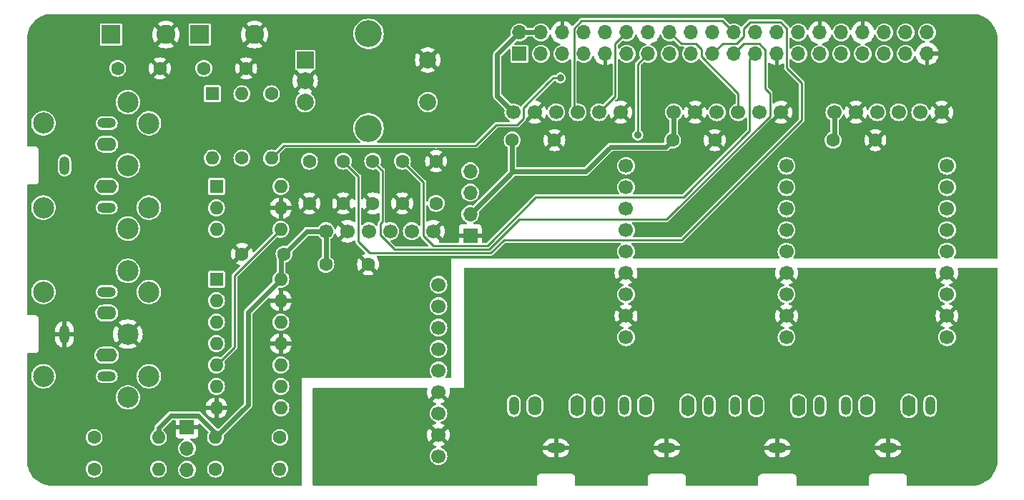
<source format=gbl>
G04 #@! TF.GenerationSoftware,KiCad,Pcbnew,7.0.9*
G04 #@! TF.CreationDate,2024-05-25T15:59:30+01:00*
G04 #@! TF.ProjectId,RPi-QuadDAC-MiniDexed,5250692d-5175-4616-9444-41432d4d696e,rev?*
G04 #@! TF.SameCoordinates,Original*
G04 #@! TF.FileFunction,Copper,L2,Bot*
G04 #@! TF.FilePolarity,Positive*
%FSLAX46Y46*%
G04 Gerber Fmt 4.6, Leading zero omitted, Abs format (unit mm)*
G04 Created by KiCad (PCBNEW 7.0.9) date 2024-05-25 15:59:30*
%MOMM*%
%LPD*%
G01*
G04 APERTURE LIST*
G04 #@! TA.AperFunction,ComponentPad*
%ADD10O,1.200000X2.200000*%
G04 #@! TD*
G04 #@! TA.AperFunction,ComponentPad*
%ADD11O,1.600000X2.300000*%
G04 #@! TD*
G04 #@! TA.AperFunction,ComponentPad*
%ADD12O,2.200000X1.200000*%
G04 #@! TD*
G04 #@! TA.AperFunction,ComponentPad*
%ADD13O,1.600000X2.500000*%
G04 #@! TD*
G04 #@! TA.AperFunction,ComponentPad*
%ADD14O,2.300000X1.600000*%
G04 #@! TD*
G04 #@! TA.AperFunction,ComponentPad*
%ADD15O,2.500000X1.600000*%
G04 #@! TD*
G04 #@! TA.AperFunction,ComponentPad*
%ADD16C,1.600000*%
G04 #@! TD*
G04 #@! TA.AperFunction,ComponentPad*
%ADD17O,1.600000X1.600000*%
G04 #@! TD*
G04 #@! TA.AperFunction,ComponentPad*
%ADD18R,1.700000X1.700000*%
G04 #@! TD*
G04 #@! TA.AperFunction,ComponentPad*
%ADD19O,1.700000X1.700000*%
G04 #@! TD*
G04 #@! TA.AperFunction,ComponentPad*
%ADD20R,1.600000X1.600000*%
G04 #@! TD*
G04 #@! TA.AperFunction,ComponentPad*
%ADD21C,1.700000*%
G04 #@! TD*
G04 #@! TA.AperFunction,ComponentPad*
%ADD22R,2.250000X2.250000*%
G04 #@! TD*
G04 #@! TA.AperFunction,ComponentPad*
%ADD23C,2.250000*%
G04 #@! TD*
G04 #@! TA.AperFunction,ComponentPad*
%ADD24R,2.000000X2.000000*%
G04 #@! TD*
G04 #@! TA.AperFunction,ComponentPad*
%ADD25C,2.000000*%
G04 #@! TD*
G04 #@! TA.AperFunction,ComponentPad*
%ADD26C,3.200000*%
G04 #@! TD*
G04 #@! TA.AperFunction,WasherPad*
%ADD27C,2.499360*%
G04 #@! TD*
G04 #@! TA.AperFunction,ComponentPad*
%ADD28C,2.499360*%
G04 #@! TD*
G04 #@! TA.AperFunction,ViaPad*
%ADD29C,0.900000*%
G04 #@! TD*
G04 #@! TA.AperFunction,Conductor*
%ADD30C,0.250000*%
G04 #@! TD*
G04 #@! TA.AperFunction,Conductor*
%ADD31C,0.600000*%
G04 #@! TD*
G04 APERTURE END LIST*
D10*
X107700000Y-90500000D03*
D11*
X110200000Y-90500000D03*
D12*
X112700000Y-95500000D03*
D10*
X117700000Y-90500000D03*
D13*
X115200000Y-90500000D03*
D10*
X133900000Y-90500000D03*
D11*
X136400000Y-90500000D03*
D12*
X138900000Y-95500000D03*
D10*
X143900000Y-90500000D03*
D13*
X141400000Y-90500000D03*
D10*
X147000000Y-90500000D03*
D11*
X149500000Y-90500000D03*
D12*
X152000000Y-95500000D03*
D10*
X157000000Y-90500000D03*
D13*
X154500000Y-90500000D03*
D12*
X59500000Y-77000000D03*
D14*
X59500000Y-79500000D03*
D10*
X54500000Y-82000000D03*
D12*
X59500000Y-87000000D03*
D15*
X59500000Y-84500000D03*
D12*
X59500000Y-57000000D03*
D14*
X59500000Y-59500000D03*
D10*
X54500000Y-62000000D03*
D12*
X59500000Y-67000000D03*
D15*
X59500000Y-64500000D03*
D10*
X120800000Y-90500000D03*
D11*
X123300000Y-90500000D03*
D12*
X125800000Y-95500000D03*
D10*
X130800000Y-90500000D03*
D13*
X128300000Y-90500000D03*
D16*
X75500000Y-61120000D03*
D17*
X75500000Y-53500000D03*
D18*
X69000000Y-93000000D03*
D19*
X69000000Y-95540000D03*
X69000000Y-98080000D03*
D16*
X80500000Y-72500000D03*
X75500000Y-72500000D03*
D20*
X72000000Y-53500000D03*
D17*
X72000000Y-61120000D03*
D16*
X87500000Y-61500000D03*
X87500000Y-66500000D03*
D21*
X158350000Y-55695000D03*
X155810000Y-55695000D03*
X153270000Y-55695000D03*
X150730000Y-55695000D03*
X148190000Y-55695000D03*
X145650000Y-55695000D03*
X158985000Y-82365000D03*
X158985000Y-79825000D03*
X158985000Y-77285000D03*
X158985000Y-74745000D03*
X158985000Y-72205000D03*
X158985000Y-69665000D03*
X158985000Y-67125000D03*
X158985000Y-64585000D03*
X158985000Y-62045000D03*
D16*
X83500000Y-66500000D03*
X83500000Y-61500000D03*
X72380000Y-98000000D03*
D17*
X80000000Y-98000000D03*
D22*
X70500000Y-46500000D03*
D23*
X77000000Y-46500000D03*
D22*
X60000000Y-46500000D03*
D23*
X66500000Y-46500000D03*
D21*
X139350000Y-55695000D03*
X136810000Y-55695000D03*
X134270000Y-55695000D03*
X131730000Y-55695000D03*
X129190000Y-55695000D03*
X126650000Y-55695000D03*
X139985000Y-82365000D03*
X139985000Y-79825000D03*
X139985000Y-77285000D03*
X139985000Y-74745000D03*
X139985000Y-72205000D03*
X139985000Y-69665000D03*
X139985000Y-67125000D03*
X139985000Y-64585000D03*
X139985000Y-62045000D03*
D16*
X112500000Y-59000000D03*
X107500000Y-59000000D03*
D21*
X98150000Y-69795000D03*
X95610000Y-69795000D03*
X93070000Y-69795000D03*
X90530000Y-69795000D03*
X87990000Y-69795000D03*
X85450000Y-69795000D03*
X98785000Y-96465000D03*
X98785000Y-93925000D03*
X98785000Y-91385000D03*
X98785000Y-88845000D03*
X98785000Y-86305000D03*
X98785000Y-83765000D03*
X98785000Y-81225000D03*
X98785000Y-78685000D03*
X98785000Y-76145000D03*
D16*
X131500000Y-59000000D03*
X126500000Y-59000000D03*
X60800000Y-50500000D03*
X65800000Y-50500000D03*
D21*
X120350000Y-55695000D03*
X117810000Y-55695000D03*
X115270000Y-55695000D03*
X112730000Y-55695000D03*
X110190000Y-55695000D03*
X107650000Y-55695000D03*
X120985000Y-82365000D03*
X120985000Y-79825000D03*
X120985000Y-77285000D03*
X120985000Y-74745000D03*
X120985000Y-72205000D03*
X120985000Y-69665000D03*
X120985000Y-67125000D03*
X120985000Y-64585000D03*
X120985000Y-62045000D03*
D16*
X58000000Y-94250000D03*
D17*
X65620000Y-94250000D03*
D24*
X83000000Y-49500000D03*
D25*
X83000000Y-54500000D03*
X83000000Y-52000000D03*
D26*
X90500000Y-46400000D03*
X90500000Y-57600000D03*
D25*
X97500000Y-54500000D03*
X97500000Y-49500000D03*
D16*
X94500000Y-61500000D03*
X94500000Y-66500000D03*
D20*
X72500000Y-75500000D03*
D17*
X72500000Y-78040000D03*
X72500000Y-80580000D03*
X72500000Y-83120000D03*
X72500000Y-85660000D03*
X72500000Y-88200000D03*
X72500000Y-90740000D03*
X80120000Y-90740000D03*
X80120000Y-88200000D03*
X80120000Y-85660000D03*
X80120000Y-83120000D03*
X80120000Y-80580000D03*
X80120000Y-78040000D03*
X80120000Y-75500000D03*
D16*
X90450000Y-73725000D03*
X85450000Y-73725000D03*
X71000000Y-50500000D03*
X76000000Y-50500000D03*
X79000000Y-53500000D03*
D17*
X79000000Y-61120000D03*
D16*
X80000000Y-94250000D03*
D17*
X72380000Y-94250000D03*
D16*
X98500000Y-66500000D03*
X98500000Y-61500000D03*
X58000000Y-98000000D03*
D17*
X65620000Y-98000000D03*
D16*
X91000000Y-61500000D03*
X91000000Y-66500000D03*
X150500000Y-59000000D03*
X145500000Y-59000000D03*
D18*
X102536000Y-70310000D03*
D19*
X102536000Y-67770000D03*
X102536000Y-65230000D03*
X102536000Y-62690000D03*
D20*
X72500000Y-64500000D03*
D17*
X72500000Y-67040000D03*
X72500000Y-69580000D03*
X80120000Y-69580000D03*
X80120000Y-67040000D03*
X80120000Y-64500000D03*
D18*
X108370000Y-48770000D03*
D19*
X108370000Y-46230000D03*
X110910000Y-48770000D03*
X110910000Y-46230000D03*
X113450000Y-48770000D03*
X113450000Y-46230000D03*
X115990000Y-48770000D03*
X115990000Y-46230000D03*
X118530000Y-48770000D03*
X118530000Y-46230000D03*
X121070000Y-48770000D03*
X121070000Y-46230000D03*
X123610000Y-48770000D03*
X123610000Y-46230000D03*
X126150000Y-48770000D03*
X126150000Y-46230000D03*
X128690000Y-48770000D03*
X128690000Y-46230000D03*
X131230000Y-48770000D03*
X131230000Y-46230000D03*
X133770000Y-48770000D03*
X133770000Y-46230000D03*
X136310000Y-48770000D03*
X136310000Y-46230000D03*
X138850000Y-48770000D03*
X138850000Y-46230000D03*
X141390000Y-48770000D03*
X141390000Y-46230000D03*
X143930000Y-48770000D03*
X143930000Y-46230000D03*
X146470000Y-48770000D03*
X146470000Y-46230000D03*
X149010000Y-48770000D03*
X149010000Y-46230000D03*
X151550000Y-48770000D03*
X151550000Y-46230000D03*
X154090000Y-48770000D03*
X154090000Y-46230000D03*
X156630000Y-48770000D03*
X156630000Y-46230000D03*
D27*
X52002300Y-87001260D03*
X52002300Y-76998740D03*
D28*
X61997200Y-74501920D03*
X61999740Y-82000000D03*
X61997200Y-89498080D03*
X64499100Y-77003820D03*
X64499100Y-86996180D03*
D27*
X52002300Y-67001260D03*
X52002300Y-56998740D03*
D28*
X61997200Y-54501920D03*
X61999740Y-62000000D03*
X61997200Y-69498080D03*
X64499100Y-57003820D03*
X64499100Y-66996180D03*
D29*
X113200000Y-51640000D03*
X122380000Y-58394500D03*
D30*
X112195000Y-51795000D02*
X112350000Y-51640000D01*
X80490000Y-59630000D02*
X103140000Y-59630000D01*
X80120000Y-69580000D02*
X74635000Y-75065000D01*
X103140000Y-59630000D02*
X105590000Y-57180000D01*
X108090000Y-57180000D02*
X108825000Y-56445000D01*
X108825000Y-56445000D02*
X108825000Y-55255000D01*
X108825000Y-55255000D02*
X108825000Y-55165000D01*
X112350000Y-51640000D02*
X113200000Y-51640000D01*
X105590000Y-57180000D02*
X108090000Y-57180000D01*
X74635000Y-83525000D02*
X72500000Y-85660000D01*
X74635000Y-75065000D02*
X74635000Y-83525000D01*
X111825000Y-52165000D02*
X112195000Y-51795000D01*
X79000000Y-61120000D02*
X80490000Y-59630000D01*
X108825000Y-55165000D02*
X111825000Y-52165000D01*
X121070000Y-46230000D02*
X119705000Y-47595000D01*
X119705000Y-53800000D02*
X117810000Y-55695000D01*
X119705000Y-47595000D02*
X119705000Y-53800000D01*
X122380000Y-58394500D02*
X122380000Y-50000000D01*
X122380000Y-50000000D02*
X123610000Y-48770000D01*
X129280000Y-47595000D02*
X129890000Y-48205000D01*
X129890000Y-49091701D02*
X134270000Y-53471701D01*
X127515000Y-47595000D02*
X129280000Y-47595000D01*
X134270000Y-53471701D02*
X134270000Y-55695000D01*
X129890000Y-48205000D02*
X129890000Y-49091701D01*
X126150000Y-46230000D02*
X127515000Y-47595000D01*
X135668299Y-45020000D02*
X139301701Y-45020000D01*
X141780000Y-56620000D02*
X127610000Y-70790000D01*
X106512792Y-70840000D02*
X104962792Y-72390000D01*
X132420000Y-47580000D02*
X134081701Y-47580000D01*
X140025000Y-45743299D02*
X140025000Y-50445000D01*
X89270000Y-71020000D02*
X89270000Y-63270000D01*
X131230000Y-48770000D02*
X132420000Y-47580000D01*
X140025000Y-50445000D02*
X141780000Y-52200000D01*
X90640000Y-72390000D02*
X89270000Y-71020000D01*
X127610000Y-70790000D02*
X127610000Y-70840000D01*
X127610000Y-70840000D02*
X106512792Y-70840000D01*
X104962792Y-72390000D02*
X90640000Y-72390000D01*
X134945000Y-46716701D02*
X134945000Y-45743299D01*
X134945000Y-45743299D02*
X135668299Y-45020000D01*
X141780000Y-52200000D02*
X141780000Y-56620000D01*
X89270000Y-63270000D02*
X87500000Y-61500000D01*
X134081701Y-47580000D02*
X134945000Y-46716701D01*
X139301701Y-45020000D02*
X140025000Y-45743299D01*
X91890000Y-70276701D02*
X91890000Y-68910000D01*
X92125000Y-62625000D02*
X91000000Y-61500000D01*
X121060000Y-68370000D02*
X108346396Y-68370000D01*
X125796701Y-68370000D02*
X121060000Y-68370000D01*
X134945000Y-47595000D02*
X136796701Y-47595000D01*
X138010000Y-56156701D02*
X125796701Y-68370000D01*
X136796701Y-47595000D02*
X137485000Y-48283299D01*
X92125000Y-68675000D02*
X92125000Y-62625000D01*
X133770000Y-48770000D02*
X134945000Y-47595000D01*
X137485000Y-48283299D02*
X137485000Y-52935000D01*
X108346396Y-68370000D02*
X104776396Y-71940000D01*
X137485000Y-52935000D02*
X138010000Y-53460000D01*
X104776396Y-71940000D02*
X93553298Y-71940000D01*
X93513299Y-71900000D02*
X91890000Y-70276701D01*
X91890000Y-68910000D02*
X92125000Y-68675000D01*
X138010000Y-53460000D02*
X138010000Y-56156701D01*
X114815000Y-55240000D02*
X114815000Y-45743299D01*
X132405000Y-44865000D02*
X133770000Y-46230000D01*
X114815000Y-45743299D02*
X115693300Y-44865000D01*
X115693300Y-44865000D02*
X132405000Y-44865000D01*
X115270000Y-55695000D02*
X114815000Y-55240000D01*
X104590000Y-71490000D02*
X98130000Y-71490000D01*
X135635000Y-57895305D02*
X127770305Y-65760000D01*
X98130000Y-71490000D02*
X96975000Y-70335000D01*
X96975000Y-63975000D02*
X94500000Y-61500000D01*
X127770305Y-65760000D02*
X110320000Y-65760000D01*
X96975000Y-70335000D02*
X96975000Y-63975000D01*
X135635000Y-49445000D02*
X135635000Y-57895305D01*
X110320000Y-65760000D02*
X104590000Y-71490000D01*
X136310000Y-48770000D02*
X135635000Y-49445000D01*
D31*
X76230000Y-79390000D02*
X76230000Y-89630000D01*
X145650000Y-58850000D02*
X145500000Y-59000000D01*
X80120000Y-75500000D02*
X76230000Y-79390000D01*
X85450000Y-69795000D02*
X85450000Y-73725000D01*
X108370000Y-46230000D02*
X105740000Y-48860000D01*
X105740000Y-53785000D02*
X107650000Y-55695000D01*
X107650000Y-58850000D02*
X107500000Y-59000000D01*
X107500000Y-60690000D02*
X107500000Y-62750000D01*
X105740000Y-48860000D02*
X105740000Y-53785000D01*
X126500000Y-59000000D02*
X125700001Y-59799999D01*
X126650000Y-58850000D02*
X126500000Y-59000000D01*
X80120000Y-75500000D02*
X80120000Y-72880000D01*
X116180000Y-62750000D02*
X107500000Y-62750000D01*
X80120000Y-72880000D02*
X80500000Y-72500000D01*
X102536000Y-67770000D02*
X107500000Y-62806000D01*
X126650000Y-55695000D02*
X126650000Y-58850000D01*
X76230000Y-89630000D02*
X76230000Y-89860000D01*
X85450000Y-69795000D02*
X83205000Y-69795000D01*
X72380000Y-93710000D02*
X72380000Y-94250000D01*
X125700001Y-59799999D02*
X119130001Y-59799999D01*
X145650000Y-55695000D02*
X145650000Y-58850000D01*
X65620000Y-93118630D02*
X67088630Y-91650000D01*
X119130001Y-59799999D02*
X116180000Y-62750000D01*
X70320000Y-91650000D02*
X72380000Y-93710000D01*
X65620000Y-94250000D02*
X65620000Y-93118630D01*
X76230000Y-89860000D02*
X76230000Y-90400000D01*
X67088630Y-91650000D02*
X70320000Y-91650000D01*
X107500000Y-62806000D02*
X107500000Y-62750000D01*
X76230000Y-90400000D02*
X75895000Y-90735000D01*
X107500000Y-59000000D02*
X107500000Y-60690000D01*
X83205000Y-69795000D02*
X80500000Y-72500000D01*
X72380000Y-94250000D02*
X75895000Y-90735000D01*
X110910000Y-46230000D02*
X108370000Y-46230000D01*
G04 #@! TA.AperFunction,Conductor*
G36*
X164892523Y-74129700D02*
G01*
X164938286Y-74182497D01*
X164949500Y-74234026D01*
X164949500Y-96998258D01*
X164949402Y-97001735D01*
X164931149Y-97326761D01*
X164930370Y-97333675D01*
X164876133Y-97652887D01*
X164874585Y-97659671D01*
X164784947Y-97970812D01*
X164782649Y-97977379D01*
X164658742Y-98276519D01*
X164655723Y-98282788D01*
X164499095Y-98566184D01*
X164495393Y-98572076D01*
X164308029Y-98836140D01*
X164303691Y-98841580D01*
X164087932Y-99083012D01*
X164083012Y-99087932D01*
X163841580Y-99303691D01*
X163836140Y-99308029D01*
X163572076Y-99495393D01*
X163566184Y-99499095D01*
X163282788Y-99655723D01*
X163276519Y-99658742D01*
X162977379Y-99782649D01*
X162970812Y-99784947D01*
X162659671Y-99874585D01*
X162652887Y-99876133D01*
X162333675Y-99930370D01*
X162326761Y-99931149D01*
X162001735Y-99949402D01*
X161998258Y-99949500D01*
X154374500Y-99949500D01*
X154307461Y-99929815D01*
X154261706Y-99877011D01*
X154250500Y-99825500D01*
X154250500Y-98940693D01*
X154250500Y-98940691D01*
X154219799Y-98826114D01*
X154160489Y-98723387D01*
X154076613Y-98639511D01*
X153973886Y-98580201D01*
X153859309Y-98549500D01*
X153810045Y-98549500D01*
X150216408Y-98549500D01*
X150200000Y-98549500D01*
X150140691Y-98549500D01*
X150026114Y-98580201D01*
X150026112Y-98580201D01*
X150026112Y-98580202D01*
X149923387Y-98639511D01*
X149923384Y-98639513D01*
X149839513Y-98723384D01*
X149839511Y-98723387D01*
X149780201Y-98826114D01*
X149749500Y-98940691D01*
X149749500Y-98940693D01*
X149749500Y-99825500D01*
X149729815Y-99892539D01*
X149677011Y-99938294D01*
X149625500Y-99949500D01*
X141274500Y-99949500D01*
X141207461Y-99929815D01*
X141161706Y-99877011D01*
X141150500Y-99825500D01*
X141150500Y-98940693D01*
X141150500Y-98940691D01*
X141119799Y-98826114D01*
X141060489Y-98723387D01*
X140976613Y-98639511D01*
X140873886Y-98580201D01*
X140759309Y-98549500D01*
X140710045Y-98549500D01*
X137116408Y-98549500D01*
X137100000Y-98549500D01*
X137040691Y-98549500D01*
X136926114Y-98580201D01*
X136926112Y-98580201D01*
X136926112Y-98580202D01*
X136823387Y-98639511D01*
X136823384Y-98639513D01*
X136739513Y-98723384D01*
X136739511Y-98723387D01*
X136680201Y-98826114D01*
X136649500Y-98940691D01*
X136649500Y-98940693D01*
X136649500Y-99825500D01*
X136629815Y-99892539D01*
X136577011Y-99938294D01*
X136525500Y-99949500D01*
X128174500Y-99949500D01*
X128107461Y-99929815D01*
X128061706Y-99877011D01*
X128050500Y-99825500D01*
X128050500Y-98940693D01*
X128050500Y-98940691D01*
X128019799Y-98826114D01*
X127960489Y-98723387D01*
X127876613Y-98639511D01*
X127773886Y-98580201D01*
X127659309Y-98549500D01*
X127610045Y-98549500D01*
X124016408Y-98549500D01*
X124000000Y-98549500D01*
X123940691Y-98549500D01*
X123826114Y-98580201D01*
X123826112Y-98580201D01*
X123826112Y-98580202D01*
X123723387Y-98639511D01*
X123723384Y-98639513D01*
X123639513Y-98723384D01*
X123639511Y-98723387D01*
X123580201Y-98826114D01*
X123549500Y-98940691D01*
X123549500Y-98940693D01*
X123549500Y-99825500D01*
X123529815Y-99892539D01*
X123477011Y-99938294D01*
X123425500Y-99949500D01*
X115074500Y-99949500D01*
X115007461Y-99929815D01*
X114961706Y-99877011D01*
X114950500Y-99825500D01*
X114950500Y-98940693D01*
X114950500Y-98940691D01*
X114919799Y-98826114D01*
X114860489Y-98723387D01*
X114776613Y-98639511D01*
X114673886Y-98580201D01*
X114559309Y-98549500D01*
X114510045Y-98549500D01*
X110916408Y-98549500D01*
X110900000Y-98549500D01*
X110840691Y-98549500D01*
X110726114Y-98580201D01*
X110726112Y-98580201D01*
X110726112Y-98580202D01*
X110623387Y-98639511D01*
X110623384Y-98639513D01*
X110539513Y-98723384D01*
X110539511Y-98723387D01*
X110480201Y-98826114D01*
X110449500Y-98940691D01*
X110449500Y-98940693D01*
X110449500Y-99825500D01*
X110429815Y-99892539D01*
X110377011Y-99938294D01*
X110325500Y-99949500D01*
X84024000Y-99949500D01*
X83956961Y-99929815D01*
X83911206Y-99877011D01*
X83900000Y-99825500D01*
X83900000Y-88494000D01*
X83919685Y-88426961D01*
X83972489Y-88381206D01*
X84024000Y-88370000D01*
X97353053Y-88370000D01*
X97420092Y-88389685D01*
X97465847Y-88442489D01*
X97475791Y-88511647D01*
X97472828Y-88526094D01*
X97450431Y-88609677D01*
X97450430Y-88609684D01*
X97429843Y-88844998D01*
X97429843Y-88845001D01*
X97450430Y-89080315D01*
X97450432Y-89080326D01*
X97511566Y-89308483D01*
X97511570Y-89308492D01*
X97611400Y-89522579D01*
X97611402Y-89522583D01*
X97670072Y-89606373D01*
X97670073Y-89606373D01*
X98301922Y-88974523D01*
X98325507Y-89054844D01*
X98403239Y-89175798D01*
X98511900Y-89269952D01*
X98642685Y-89329680D01*
X98652466Y-89331086D01*
X98023625Y-89959925D01*
X98107421Y-90018599D01*
X98321507Y-90118429D01*
X98321516Y-90118433D01*
X98443649Y-90151158D01*
X98503310Y-90187523D01*
X98533839Y-90250369D01*
X98525545Y-90319745D01*
X98481059Y-90373623D01*
X98447552Y-90389593D01*
X98381046Y-90409767D01*
X98250358Y-90479622D01*
X98198550Y-90507315D01*
X98198548Y-90507316D01*
X98198547Y-90507317D01*
X98038589Y-90638589D01*
X97907317Y-90798547D01*
X97809769Y-90981043D01*
X97749699Y-91179067D01*
X97729417Y-91385000D01*
X97749699Y-91590932D01*
X97776382Y-91678893D01*
X97809768Y-91788954D01*
X97907315Y-91971450D01*
X97907317Y-91971452D01*
X98038589Y-92131410D01*
X98135209Y-92210702D01*
X98198550Y-92262685D01*
X98381046Y-92360232D01*
X98447551Y-92380405D01*
X98505989Y-92418702D01*
X98534446Y-92482514D01*
X98523887Y-92551581D01*
X98477663Y-92603975D01*
X98443650Y-92618841D01*
X98321514Y-92651567D01*
X98321507Y-92651570D01*
X98107419Y-92751401D01*
X98023625Y-92810072D01*
X98652466Y-93438913D01*
X98642685Y-93440320D01*
X98511900Y-93500048D01*
X98403239Y-93594202D01*
X98325507Y-93715156D01*
X98301923Y-93795476D01*
X97670072Y-93163625D01*
X97611401Y-93247419D01*
X97511570Y-93461507D01*
X97511566Y-93461516D01*
X97450432Y-93689673D01*
X97450430Y-93689684D01*
X97429843Y-93924998D01*
X97429843Y-93925001D01*
X97450430Y-94160315D01*
X97450432Y-94160326D01*
X97511566Y-94388483D01*
X97511570Y-94388492D01*
X97611400Y-94602579D01*
X97611402Y-94602583D01*
X97670072Y-94686373D01*
X97670073Y-94686373D01*
X98301923Y-94054523D01*
X98325507Y-94134844D01*
X98403239Y-94255798D01*
X98511900Y-94349952D01*
X98642685Y-94409680D01*
X98652466Y-94411086D01*
X98023625Y-95039925D01*
X98107421Y-95098599D01*
X98321507Y-95198429D01*
X98321516Y-95198433D01*
X98443649Y-95231158D01*
X98503310Y-95267523D01*
X98533839Y-95330369D01*
X98525545Y-95399745D01*
X98481059Y-95453623D01*
X98447552Y-95469593D01*
X98381046Y-95489767D01*
X98276501Y-95545649D01*
X98198550Y-95587315D01*
X98198548Y-95587316D01*
X98198547Y-95587317D01*
X98038589Y-95718589D01*
X97907317Y-95878547D01*
X97809769Y-96061043D01*
X97749699Y-96259067D01*
X97729417Y-96465000D01*
X97749699Y-96670932D01*
X97749700Y-96670934D01*
X97809768Y-96868954D01*
X97907315Y-97051450D01*
X97907317Y-97051452D01*
X98038589Y-97211410D01*
X98135209Y-97290702D01*
X98198550Y-97342685D01*
X98381046Y-97440232D01*
X98579066Y-97500300D01*
X98579065Y-97500300D01*
X98597529Y-97502118D01*
X98785000Y-97520583D01*
X98990934Y-97500300D01*
X99188954Y-97440232D01*
X99371450Y-97342685D01*
X99531410Y-97211410D01*
X99662685Y-97051450D01*
X99760232Y-96868954D01*
X99820300Y-96670934D01*
X99840583Y-96465000D01*
X99820300Y-96259066D01*
X99760232Y-96061046D01*
X99662685Y-95878550D01*
X99610702Y-95815209D01*
X99557188Y-95750000D01*
X111128742Y-95750000D01*
X111155770Y-95861409D01*
X111243040Y-96052507D01*
X111364889Y-96223619D01*
X111364895Y-96223625D01*
X111516932Y-96368592D01*
X111693657Y-96482166D01*
X111888685Y-96560244D01*
X112094962Y-96600000D01*
X112450000Y-96600000D01*
X112450000Y-95750000D01*
X112950000Y-95750000D01*
X112950000Y-96600000D01*
X113252398Y-96600000D01*
X113409122Y-96585034D01*
X113409126Y-96585033D01*
X113610686Y-96525850D01*
X113797414Y-96429586D01*
X113962537Y-96299731D01*
X113962540Y-96299728D01*
X114100105Y-96140969D01*
X114100114Y-96140958D01*
X114205144Y-95959039D01*
X114205147Y-95959032D01*
X114273855Y-95760517D01*
X114273855Y-95760515D01*
X114275368Y-95750000D01*
X124228742Y-95750000D01*
X124255770Y-95861409D01*
X124343040Y-96052507D01*
X124464889Y-96223619D01*
X124464895Y-96223625D01*
X124616932Y-96368592D01*
X124793657Y-96482166D01*
X124988685Y-96560244D01*
X125194962Y-96600000D01*
X125550000Y-96600000D01*
X125550000Y-95750000D01*
X126050000Y-95750000D01*
X126050000Y-96600000D01*
X126352398Y-96600000D01*
X126509122Y-96585034D01*
X126509126Y-96585033D01*
X126710686Y-96525850D01*
X126897414Y-96429586D01*
X127062537Y-96299731D01*
X127062540Y-96299728D01*
X127200105Y-96140969D01*
X127200114Y-96140958D01*
X127305144Y-95959039D01*
X127305147Y-95959032D01*
X127373855Y-95760517D01*
X127373855Y-95760515D01*
X127375368Y-95750000D01*
X137328742Y-95750000D01*
X137355770Y-95861409D01*
X137443040Y-96052507D01*
X137564889Y-96223619D01*
X137564895Y-96223625D01*
X137716932Y-96368592D01*
X137893657Y-96482166D01*
X138088685Y-96560244D01*
X138294962Y-96600000D01*
X138650000Y-96600000D01*
X138650000Y-95750000D01*
X139150000Y-95750000D01*
X139150000Y-96600000D01*
X139452398Y-96600000D01*
X139609122Y-96585034D01*
X139609126Y-96585033D01*
X139810686Y-96525850D01*
X139997414Y-96429586D01*
X140162537Y-96299731D01*
X140162540Y-96299728D01*
X140300105Y-96140969D01*
X140300114Y-96140958D01*
X140405144Y-95959039D01*
X140405147Y-95959032D01*
X140473855Y-95760517D01*
X140473855Y-95760515D01*
X140475368Y-95750000D01*
X150428742Y-95750000D01*
X150455770Y-95861409D01*
X150543040Y-96052507D01*
X150664889Y-96223619D01*
X150664895Y-96223625D01*
X150816932Y-96368592D01*
X150993657Y-96482166D01*
X151188685Y-96560244D01*
X151394962Y-96600000D01*
X151750000Y-96600000D01*
X151750000Y-95750000D01*
X152250000Y-95750000D01*
X152250000Y-96600000D01*
X152552398Y-96600000D01*
X152709122Y-96585034D01*
X152709126Y-96585033D01*
X152910686Y-96525850D01*
X153097414Y-96429586D01*
X153262537Y-96299731D01*
X153262540Y-96299728D01*
X153400105Y-96140969D01*
X153400114Y-96140958D01*
X153505144Y-95959039D01*
X153505147Y-95959032D01*
X153573855Y-95760517D01*
X153573855Y-95760515D01*
X153575368Y-95750000D01*
X152250000Y-95750000D01*
X151750000Y-95750000D01*
X150428742Y-95750000D01*
X140475368Y-95750000D01*
X139150000Y-95750000D01*
X138650000Y-95750000D01*
X137328742Y-95750000D01*
X127375368Y-95750000D01*
X126050000Y-95750000D01*
X125550000Y-95750000D01*
X124228742Y-95750000D01*
X114275368Y-95750000D01*
X112950000Y-95750000D01*
X112450000Y-95750000D01*
X111128742Y-95750000D01*
X99557188Y-95750000D01*
X99531410Y-95718589D01*
X99371452Y-95587317D01*
X99371453Y-95587317D01*
X99371450Y-95587315D01*
X99293499Y-95545649D01*
X112000000Y-95545649D01*
X112039613Y-95627905D01*
X112110992Y-95684827D01*
X112177468Y-95700000D01*
X113222532Y-95700000D01*
X113289008Y-95684827D01*
X113360387Y-95627905D01*
X113400000Y-95545649D01*
X125100000Y-95545649D01*
X125139613Y-95627905D01*
X125210992Y-95684827D01*
X125277468Y-95700000D01*
X126322532Y-95700000D01*
X126389008Y-95684827D01*
X126460387Y-95627905D01*
X126500000Y-95545649D01*
X138200000Y-95545649D01*
X138239613Y-95627905D01*
X138310992Y-95684827D01*
X138377468Y-95700000D01*
X139422532Y-95700000D01*
X139489008Y-95684827D01*
X139560387Y-95627905D01*
X139600000Y-95545649D01*
X151300000Y-95545649D01*
X151339613Y-95627905D01*
X151410992Y-95684827D01*
X151477468Y-95700000D01*
X152522532Y-95700000D01*
X152589008Y-95684827D01*
X152660387Y-95627905D01*
X152700000Y-95545649D01*
X152700000Y-95454351D01*
X152660387Y-95372095D01*
X152589008Y-95315173D01*
X152522532Y-95300000D01*
X151477468Y-95300000D01*
X151410992Y-95315173D01*
X151339613Y-95372095D01*
X151300000Y-95454351D01*
X151300000Y-95545649D01*
X139600000Y-95545649D01*
X139600000Y-95454351D01*
X139560387Y-95372095D01*
X139489008Y-95315173D01*
X139422532Y-95300000D01*
X138377468Y-95300000D01*
X138310992Y-95315173D01*
X138239613Y-95372095D01*
X138200000Y-95454351D01*
X138200000Y-95545649D01*
X126500000Y-95545649D01*
X126500000Y-95454351D01*
X126460387Y-95372095D01*
X126389008Y-95315173D01*
X126322532Y-95300000D01*
X125277468Y-95300000D01*
X125210992Y-95315173D01*
X125139613Y-95372095D01*
X125100000Y-95454351D01*
X125100000Y-95545649D01*
X113400000Y-95545649D01*
X113400000Y-95454351D01*
X113360387Y-95372095D01*
X113289008Y-95315173D01*
X113222532Y-95300000D01*
X112177468Y-95300000D01*
X112110992Y-95315173D01*
X112039613Y-95372095D01*
X112000000Y-95454351D01*
X112000000Y-95545649D01*
X99293499Y-95545649D01*
X99188954Y-95489768D01*
X99122447Y-95469593D01*
X99064009Y-95431296D01*
X99035553Y-95367484D01*
X99046113Y-95298417D01*
X99088828Y-95250000D01*
X111124632Y-95250000D01*
X112450000Y-95250000D01*
X112450000Y-94400000D01*
X112950000Y-94400000D01*
X112950000Y-95250000D01*
X114271257Y-95250000D01*
X124224632Y-95250000D01*
X125550000Y-95250000D01*
X125550000Y-94400000D01*
X126050000Y-94400000D01*
X126050000Y-95250000D01*
X127371257Y-95250000D01*
X137324632Y-95250000D01*
X138650000Y-95250000D01*
X138650000Y-94400000D01*
X139150000Y-94400000D01*
X139150000Y-95250000D01*
X140471257Y-95250000D01*
X150424632Y-95250000D01*
X151750000Y-95250000D01*
X151750000Y-94400000D01*
X152250000Y-94400000D01*
X152250000Y-95250000D01*
X153571257Y-95250000D01*
X153544229Y-95138590D01*
X153456959Y-94947492D01*
X153335110Y-94776380D01*
X153335104Y-94776374D01*
X153183067Y-94631407D01*
X153006342Y-94517833D01*
X152811314Y-94439755D01*
X152605038Y-94400000D01*
X152250000Y-94400000D01*
X151750000Y-94400000D01*
X151447602Y-94400000D01*
X151290877Y-94414965D01*
X151290873Y-94414966D01*
X151089313Y-94474149D01*
X150902585Y-94570413D01*
X150737462Y-94700268D01*
X150737459Y-94700271D01*
X150599894Y-94859030D01*
X150599885Y-94859041D01*
X150494855Y-95040960D01*
X150494852Y-95040967D01*
X150426144Y-95239482D01*
X150426144Y-95239484D01*
X150424632Y-95250000D01*
X140471257Y-95250000D01*
X140444229Y-95138590D01*
X140356959Y-94947492D01*
X140235110Y-94776380D01*
X140235104Y-94776374D01*
X140083067Y-94631407D01*
X139906342Y-94517833D01*
X139711314Y-94439755D01*
X139505038Y-94400000D01*
X139150000Y-94400000D01*
X138650000Y-94400000D01*
X138347602Y-94400000D01*
X138190877Y-94414965D01*
X138190873Y-94414966D01*
X137989313Y-94474149D01*
X137802585Y-94570413D01*
X137637462Y-94700268D01*
X137637459Y-94700271D01*
X137499894Y-94859030D01*
X137499885Y-94859041D01*
X137394855Y-95040960D01*
X137394852Y-95040967D01*
X137326144Y-95239482D01*
X137326144Y-95239484D01*
X137324632Y-95250000D01*
X127371257Y-95250000D01*
X127344229Y-95138590D01*
X127256959Y-94947492D01*
X127135110Y-94776380D01*
X127135104Y-94776374D01*
X126983067Y-94631407D01*
X126806342Y-94517833D01*
X126611314Y-94439755D01*
X126405038Y-94400000D01*
X126050000Y-94400000D01*
X125550000Y-94400000D01*
X125247602Y-94400000D01*
X125090877Y-94414965D01*
X125090873Y-94414966D01*
X124889313Y-94474149D01*
X124702585Y-94570413D01*
X124537462Y-94700268D01*
X124537459Y-94700271D01*
X124399894Y-94859030D01*
X124399885Y-94859041D01*
X124294855Y-95040960D01*
X124294852Y-95040967D01*
X124226144Y-95239482D01*
X124226144Y-95239484D01*
X124224632Y-95250000D01*
X114271257Y-95250000D01*
X114244229Y-95138590D01*
X114156959Y-94947492D01*
X114035110Y-94776380D01*
X114035104Y-94776374D01*
X113883067Y-94631407D01*
X113706342Y-94517833D01*
X113511314Y-94439755D01*
X113305038Y-94400000D01*
X112950000Y-94400000D01*
X112450000Y-94400000D01*
X112147602Y-94400000D01*
X111990877Y-94414965D01*
X111990873Y-94414966D01*
X111789313Y-94474149D01*
X111602585Y-94570413D01*
X111437462Y-94700268D01*
X111437459Y-94700271D01*
X111299894Y-94859030D01*
X111299885Y-94859041D01*
X111194855Y-95040960D01*
X111194852Y-95040967D01*
X111126144Y-95239482D01*
X111126144Y-95239484D01*
X111124632Y-95250000D01*
X99088828Y-95250000D01*
X99092337Y-95246023D01*
X99126350Y-95231158D01*
X99248483Y-95198433D01*
X99248492Y-95198429D01*
X99462578Y-95098600D01*
X99462582Y-95098598D01*
X99546373Y-95039926D01*
X99546373Y-95039925D01*
X98917533Y-94411086D01*
X98927315Y-94409680D01*
X99058100Y-94349952D01*
X99166761Y-94255798D01*
X99244493Y-94134844D01*
X99268076Y-94054524D01*
X99899925Y-94686373D01*
X99899926Y-94686373D01*
X99958598Y-94602582D01*
X99958600Y-94602578D01*
X100058429Y-94388492D01*
X100058433Y-94388483D01*
X100119567Y-94160326D01*
X100119569Y-94160315D01*
X100140157Y-93925001D01*
X100140157Y-93924998D01*
X100119569Y-93689684D01*
X100119567Y-93689673D01*
X100058433Y-93461516D01*
X100058429Y-93461507D01*
X99958600Y-93247423D01*
X99958599Y-93247421D01*
X99899925Y-93163626D01*
X99899925Y-93163625D01*
X99268076Y-93795475D01*
X99244493Y-93715156D01*
X99166761Y-93594202D01*
X99058100Y-93500048D01*
X98927315Y-93440320D01*
X98917533Y-93438913D01*
X99546373Y-92810073D01*
X99546373Y-92810072D01*
X99462583Y-92751402D01*
X99462579Y-92751400D01*
X99248492Y-92651570D01*
X99248486Y-92651567D01*
X99126349Y-92618841D01*
X99066689Y-92582476D01*
X99036160Y-92519629D01*
X99044455Y-92450253D01*
X99088940Y-92396375D01*
X99122444Y-92380407D01*
X99188954Y-92360232D01*
X99371450Y-92262685D01*
X99531410Y-92131410D01*
X99662685Y-91971450D01*
X99760232Y-91788954D01*
X99820300Y-91590934D01*
X99840583Y-91385000D01*
X99820300Y-91179066D01*
X99779620Y-91044960D01*
X106899500Y-91044960D01*
X106914630Y-91179249D01*
X106914631Y-91179254D01*
X106974211Y-91349523D01*
X106996503Y-91385000D01*
X107070184Y-91502262D01*
X107197738Y-91629816D01*
X107275844Y-91678893D01*
X107314922Y-91703448D01*
X107350478Y-91725789D01*
X107520745Y-91785368D01*
X107520750Y-91785369D01*
X107699996Y-91805565D01*
X107700000Y-91805565D01*
X107700004Y-91805565D01*
X107879249Y-91785369D01*
X107879252Y-91785368D01*
X107879255Y-91785368D01*
X108049522Y-91725789D01*
X108202262Y-91629816D01*
X108329816Y-91502262D01*
X108425789Y-91349522D01*
X108485368Y-91179255D01*
X108485390Y-91179067D01*
X108492934Y-91112104D01*
X108500500Y-91044954D01*
X108500500Y-90900743D01*
X109199500Y-90900743D01*
X109214925Y-91052439D01*
X109275837Y-91246579D01*
X109275844Y-91246594D01*
X109374589Y-91424499D01*
X109374592Y-91424504D01*
X109507132Y-91578893D01*
X109507134Y-91578895D01*
X109668037Y-91703445D01*
X109668038Y-91703445D01*
X109668042Y-91703448D01*
X109850729Y-91793060D01*
X110047715Y-91844063D01*
X110250936Y-91854369D01*
X110452071Y-91823556D01*
X110642887Y-91752886D01*
X110815571Y-91645252D01*
X110963053Y-91505059D01*
X111079295Y-91338049D01*
X111159540Y-91151058D01*
X111190430Y-91000743D01*
X114199500Y-91000743D01*
X114214925Y-91152439D01*
X114275837Y-91346579D01*
X114275844Y-91346594D01*
X114374589Y-91524499D01*
X114374592Y-91524504D01*
X114507132Y-91678893D01*
X114507134Y-91678895D01*
X114668037Y-91803445D01*
X114668038Y-91803445D01*
X114668042Y-91803448D01*
X114850729Y-91893060D01*
X115047715Y-91944063D01*
X115250936Y-91954369D01*
X115452071Y-91923556D01*
X115642887Y-91852886D01*
X115815571Y-91745252D01*
X115963053Y-91605059D01*
X116079295Y-91438049D01*
X116159540Y-91251058D01*
X116200500Y-91051741D01*
X116200500Y-91044960D01*
X116899500Y-91044960D01*
X116914630Y-91179249D01*
X116914631Y-91179254D01*
X116974211Y-91349523D01*
X116996503Y-91385000D01*
X117070184Y-91502262D01*
X117197738Y-91629816D01*
X117275844Y-91678893D01*
X117314922Y-91703448D01*
X117350478Y-91725789D01*
X117520745Y-91785368D01*
X117520750Y-91785369D01*
X117699996Y-91805565D01*
X117700000Y-91805565D01*
X117700004Y-91805565D01*
X117879249Y-91785369D01*
X117879252Y-91785368D01*
X117879255Y-91785368D01*
X118049522Y-91725789D01*
X118202262Y-91629816D01*
X118329816Y-91502262D01*
X118425789Y-91349522D01*
X118485368Y-91179255D01*
X118485390Y-91179067D01*
X118492934Y-91112104D01*
X118500499Y-91044960D01*
X119999500Y-91044960D01*
X120014630Y-91179249D01*
X120014631Y-91179254D01*
X120074211Y-91349523D01*
X120096503Y-91385000D01*
X120170184Y-91502262D01*
X120297738Y-91629816D01*
X120375844Y-91678893D01*
X120414922Y-91703448D01*
X120450478Y-91725789D01*
X120620745Y-91785368D01*
X120620750Y-91785369D01*
X120799996Y-91805565D01*
X120800000Y-91805565D01*
X120800004Y-91805565D01*
X120979249Y-91785369D01*
X120979252Y-91785368D01*
X120979255Y-91785368D01*
X121149522Y-91725789D01*
X121302262Y-91629816D01*
X121429816Y-91502262D01*
X121525789Y-91349522D01*
X121585368Y-91179255D01*
X121585390Y-91179067D01*
X121592934Y-91112104D01*
X121600500Y-91044954D01*
X121600500Y-90900743D01*
X122299500Y-90900743D01*
X122314925Y-91052439D01*
X122375837Y-91246579D01*
X122375844Y-91246594D01*
X122474589Y-91424499D01*
X122474592Y-91424504D01*
X122607132Y-91578893D01*
X122607134Y-91578895D01*
X122768037Y-91703445D01*
X122768038Y-91703445D01*
X122768042Y-91703448D01*
X122950729Y-91793060D01*
X123147715Y-91844063D01*
X123350936Y-91854369D01*
X123552071Y-91823556D01*
X123742887Y-91752886D01*
X123915571Y-91645252D01*
X124063053Y-91505059D01*
X124179295Y-91338049D01*
X124259540Y-91151058D01*
X124290430Y-91000743D01*
X127299500Y-91000743D01*
X127314925Y-91152439D01*
X127375837Y-91346579D01*
X127375844Y-91346594D01*
X127474589Y-91524499D01*
X127474592Y-91524504D01*
X127607132Y-91678893D01*
X127607134Y-91678895D01*
X127768037Y-91803445D01*
X127768038Y-91803445D01*
X127768042Y-91803448D01*
X127950729Y-91893060D01*
X128147715Y-91944063D01*
X128350936Y-91954369D01*
X128552071Y-91923556D01*
X128742887Y-91852886D01*
X128915571Y-91745252D01*
X129063053Y-91605059D01*
X129179295Y-91438049D01*
X129259540Y-91251058D01*
X129300500Y-91051741D01*
X129300500Y-91044960D01*
X129999500Y-91044960D01*
X130014630Y-91179249D01*
X130014631Y-91179254D01*
X130074211Y-91349523D01*
X130096503Y-91385000D01*
X130170184Y-91502262D01*
X130297738Y-91629816D01*
X130375844Y-91678893D01*
X130414922Y-91703448D01*
X130450478Y-91725789D01*
X130620745Y-91785368D01*
X130620750Y-91785369D01*
X130799996Y-91805565D01*
X130800000Y-91805565D01*
X130800004Y-91805565D01*
X130979249Y-91785369D01*
X130979252Y-91785368D01*
X130979255Y-91785368D01*
X131149522Y-91725789D01*
X131302262Y-91629816D01*
X131429816Y-91502262D01*
X131525789Y-91349522D01*
X131585368Y-91179255D01*
X131585390Y-91179067D01*
X131592934Y-91112104D01*
X131600499Y-91044960D01*
X133099500Y-91044960D01*
X133114630Y-91179249D01*
X133114631Y-91179254D01*
X133174211Y-91349523D01*
X133196503Y-91385000D01*
X133270184Y-91502262D01*
X133397738Y-91629816D01*
X133475844Y-91678893D01*
X133514922Y-91703448D01*
X133550478Y-91725789D01*
X133720745Y-91785368D01*
X133720750Y-91785369D01*
X133899996Y-91805565D01*
X133900000Y-91805565D01*
X133900004Y-91805565D01*
X134079249Y-91785369D01*
X134079252Y-91785368D01*
X134079255Y-91785368D01*
X134249522Y-91725789D01*
X134402262Y-91629816D01*
X134529816Y-91502262D01*
X134625789Y-91349522D01*
X134685368Y-91179255D01*
X134685390Y-91179067D01*
X134692934Y-91112104D01*
X134700500Y-91044954D01*
X134700500Y-90900743D01*
X135399500Y-90900743D01*
X135414925Y-91052439D01*
X135475837Y-91246579D01*
X135475844Y-91246594D01*
X135574589Y-91424499D01*
X135574592Y-91424504D01*
X135707132Y-91578893D01*
X135707134Y-91578895D01*
X135868037Y-91703445D01*
X135868038Y-91703445D01*
X135868042Y-91703448D01*
X136050729Y-91793060D01*
X136247715Y-91844063D01*
X136450936Y-91854369D01*
X136652071Y-91823556D01*
X136842887Y-91752886D01*
X137015571Y-91645252D01*
X137163053Y-91505059D01*
X137279295Y-91338049D01*
X137359540Y-91151058D01*
X137390430Y-91000743D01*
X140399500Y-91000743D01*
X140414925Y-91152439D01*
X140475837Y-91346579D01*
X140475844Y-91346594D01*
X140574589Y-91524499D01*
X140574592Y-91524504D01*
X140707132Y-91678893D01*
X140707134Y-91678895D01*
X140868037Y-91803445D01*
X140868038Y-91803445D01*
X140868042Y-91803448D01*
X141050729Y-91893060D01*
X141247715Y-91944063D01*
X141450936Y-91954369D01*
X141652071Y-91923556D01*
X141842887Y-91852886D01*
X142015571Y-91745252D01*
X142163053Y-91605059D01*
X142279295Y-91438049D01*
X142359540Y-91251058D01*
X142400500Y-91051741D01*
X142400500Y-91044960D01*
X143099500Y-91044960D01*
X143114630Y-91179249D01*
X143114631Y-91179254D01*
X143174211Y-91349523D01*
X143196503Y-91385000D01*
X143270184Y-91502262D01*
X143397738Y-91629816D01*
X143475844Y-91678893D01*
X143514922Y-91703448D01*
X143550478Y-91725789D01*
X143720745Y-91785368D01*
X143720750Y-91785369D01*
X143899996Y-91805565D01*
X143900000Y-91805565D01*
X143900004Y-91805565D01*
X144079249Y-91785369D01*
X144079252Y-91785368D01*
X144079255Y-91785368D01*
X144249522Y-91725789D01*
X144402262Y-91629816D01*
X144529816Y-91502262D01*
X144625789Y-91349522D01*
X144685368Y-91179255D01*
X144685390Y-91179067D01*
X144692934Y-91112104D01*
X144700499Y-91044960D01*
X146199500Y-91044960D01*
X146214630Y-91179249D01*
X146214631Y-91179254D01*
X146274211Y-91349523D01*
X146296503Y-91385000D01*
X146370184Y-91502262D01*
X146497738Y-91629816D01*
X146575844Y-91678893D01*
X146614922Y-91703448D01*
X146650478Y-91725789D01*
X146820745Y-91785368D01*
X146820750Y-91785369D01*
X146999996Y-91805565D01*
X147000000Y-91805565D01*
X147000004Y-91805565D01*
X147179249Y-91785369D01*
X147179252Y-91785368D01*
X147179255Y-91785368D01*
X147349522Y-91725789D01*
X147502262Y-91629816D01*
X147629816Y-91502262D01*
X147725789Y-91349522D01*
X147785368Y-91179255D01*
X147785390Y-91179067D01*
X147792934Y-91112104D01*
X147800500Y-91044954D01*
X147800500Y-90900743D01*
X148499500Y-90900743D01*
X148514925Y-91052439D01*
X148575837Y-91246579D01*
X148575844Y-91246594D01*
X148674589Y-91424499D01*
X148674592Y-91424504D01*
X148807132Y-91578893D01*
X148807134Y-91578895D01*
X148968037Y-91703445D01*
X148968038Y-91703445D01*
X148968042Y-91703448D01*
X149150729Y-91793060D01*
X149347715Y-91844063D01*
X149550936Y-91854369D01*
X149752071Y-91823556D01*
X149942887Y-91752886D01*
X150115571Y-91645252D01*
X150263053Y-91505059D01*
X150379295Y-91338049D01*
X150459540Y-91151058D01*
X150490430Y-91000743D01*
X153499500Y-91000743D01*
X153514925Y-91152439D01*
X153575837Y-91346579D01*
X153575844Y-91346594D01*
X153674589Y-91524499D01*
X153674592Y-91524504D01*
X153807132Y-91678893D01*
X153807134Y-91678895D01*
X153968037Y-91803445D01*
X153968038Y-91803445D01*
X153968042Y-91803448D01*
X154150729Y-91893060D01*
X154347715Y-91944063D01*
X154550936Y-91954369D01*
X154752071Y-91923556D01*
X154942887Y-91852886D01*
X155115571Y-91745252D01*
X155263053Y-91605059D01*
X155379295Y-91438049D01*
X155459540Y-91251058D01*
X155500500Y-91051741D01*
X155500500Y-91044960D01*
X156199500Y-91044960D01*
X156214630Y-91179249D01*
X156214631Y-91179254D01*
X156274211Y-91349523D01*
X156296503Y-91385000D01*
X156370184Y-91502262D01*
X156497738Y-91629816D01*
X156575844Y-91678893D01*
X156614922Y-91703448D01*
X156650478Y-91725789D01*
X156820745Y-91785368D01*
X156820750Y-91785369D01*
X156999996Y-91805565D01*
X157000000Y-91805565D01*
X157000004Y-91805565D01*
X157179249Y-91785369D01*
X157179252Y-91785368D01*
X157179255Y-91785368D01*
X157349522Y-91725789D01*
X157502262Y-91629816D01*
X157629816Y-91502262D01*
X157725789Y-91349522D01*
X157785368Y-91179255D01*
X157785390Y-91179067D01*
X157792934Y-91112104D01*
X157800500Y-91044954D01*
X157800500Y-89955046D01*
X157788390Y-89847562D01*
X157785369Y-89820750D01*
X157785368Y-89820745D01*
X157760243Y-89748942D01*
X157725789Y-89650478D01*
X157629816Y-89497738D01*
X157502262Y-89370184D01*
X157349523Y-89274211D01*
X157179254Y-89214631D01*
X157179249Y-89214630D01*
X157000004Y-89194435D01*
X156999996Y-89194435D01*
X156820750Y-89214630D01*
X156820745Y-89214631D01*
X156650476Y-89274211D01*
X156497737Y-89370184D01*
X156370184Y-89497737D01*
X156274211Y-89650476D01*
X156214631Y-89820745D01*
X156214630Y-89820750D01*
X156199500Y-89955039D01*
X156199500Y-91044960D01*
X155500500Y-91044960D01*
X155500500Y-89999258D01*
X155496501Y-89959926D01*
X155485074Y-89847560D01*
X155424162Y-89653420D01*
X155424160Y-89653416D01*
X155424159Y-89653412D01*
X155325409Y-89475498D01*
X155325408Y-89475497D01*
X155325407Y-89475495D01*
X155192867Y-89321106D01*
X155192865Y-89321104D01*
X155031962Y-89196554D01*
X155031959Y-89196553D01*
X155031958Y-89196552D01*
X154849271Y-89106940D01*
X154652285Y-89055937D01*
X154652287Y-89055937D01*
X154516804Y-89049066D01*
X154449064Y-89045631D01*
X154449063Y-89045631D01*
X154449061Y-89045631D01*
X154247936Y-89076442D01*
X154247924Y-89076445D01*
X154057118Y-89147111D01*
X154057111Y-89147115D01*
X153884432Y-89254745D01*
X153884427Y-89254749D01*
X153736949Y-89394938D01*
X153736948Y-89394940D01*
X153620705Y-89561949D01*
X153540459Y-89748943D01*
X153499500Y-89948258D01*
X153499500Y-91000743D01*
X150490430Y-91000743D01*
X150500500Y-90951741D01*
X150500500Y-90099258D01*
X150486332Y-89959926D01*
X150485074Y-89947560D01*
X150424162Y-89753420D01*
X150424160Y-89753416D01*
X150424159Y-89753412D01*
X150325409Y-89575498D01*
X150325408Y-89575497D01*
X150325407Y-89575495D01*
X150192867Y-89421106D01*
X150192865Y-89421104D01*
X150031962Y-89296554D01*
X150031959Y-89296553D01*
X150031958Y-89296552D01*
X149849271Y-89206940D01*
X149652285Y-89155937D01*
X149652287Y-89155937D01*
X149516804Y-89149066D01*
X149449064Y-89145631D01*
X149449063Y-89145631D01*
X149449061Y-89145631D01*
X149247936Y-89176442D01*
X149247924Y-89176445D01*
X149057118Y-89247111D01*
X149057111Y-89247115D01*
X148884432Y-89354745D01*
X148884427Y-89354749D01*
X148736949Y-89494938D01*
X148736947Y-89494940D01*
X148736947Y-89494941D01*
X148717711Y-89522578D01*
X148620705Y-89661949D01*
X148540459Y-89848943D01*
X148499500Y-90048258D01*
X148499500Y-90900743D01*
X147800500Y-90900743D01*
X147800500Y-89955046D01*
X147788390Y-89847562D01*
X147785369Y-89820750D01*
X147785368Y-89820745D01*
X147760243Y-89748942D01*
X147725789Y-89650478D01*
X147629816Y-89497738D01*
X147502262Y-89370184D01*
X147349523Y-89274211D01*
X147179254Y-89214631D01*
X147179249Y-89214630D01*
X147000004Y-89194435D01*
X146999996Y-89194435D01*
X146820750Y-89214630D01*
X146820745Y-89214631D01*
X146650476Y-89274211D01*
X146497737Y-89370184D01*
X146370184Y-89497737D01*
X146274211Y-89650476D01*
X146214631Y-89820745D01*
X146214630Y-89820750D01*
X146199500Y-89955039D01*
X146199500Y-91044960D01*
X144700499Y-91044960D01*
X144700500Y-91044954D01*
X144700500Y-89955046D01*
X144688390Y-89847562D01*
X144685369Y-89820750D01*
X144685368Y-89820745D01*
X144660243Y-89748942D01*
X144625789Y-89650478D01*
X144529816Y-89497738D01*
X144402262Y-89370184D01*
X144249523Y-89274211D01*
X144079254Y-89214631D01*
X144079249Y-89214630D01*
X143900004Y-89194435D01*
X143899996Y-89194435D01*
X143720750Y-89214630D01*
X143720745Y-89214631D01*
X143550476Y-89274211D01*
X143397737Y-89370184D01*
X143270184Y-89497737D01*
X143174211Y-89650476D01*
X143114631Y-89820745D01*
X143114630Y-89820750D01*
X143099500Y-89955039D01*
X143099500Y-91044960D01*
X142400500Y-91044960D01*
X142400500Y-89999258D01*
X142396501Y-89959926D01*
X142385074Y-89847560D01*
X142324162Y-89653420D01*
X142324160Y-89653416D01*
X142324159Y-89653412D01*
X142225409Y-89475498D01*
X142225408Y-89475497D01*
X142225407Y-89475495D01*
X142092867Y-89321106D01*
X142092865Y-89321104D01*
X141931962Y-89196554D01*
X141931959Y-89196553D01*
X141931958Y-89196552D01*
X141749271Y-89106940D01*
X141552285Y-89055937D01*
X141552287Y-89055937D01*
X141416804Y-89049066D01*
X141349064Y-89045631D01*
X141349063Y-89045631D01*
X141349061Y-89045631D01*
X141147936Y-89076442D01*
X141147924Y-89076445D01*
X140957118Y-89147111D01*
X140957111Y-89147115D01*
X140784432Y-89254745D01*
X140784427Y-89254749D01*
X140636949Y-89394938D01*
X140636948Y-89394940D01*
X140520705Y-89561949D01*
X140440459Y-89748943D01*
X140399500Y-89948258D01*
X140399500Y-91000743D01*
X137390430Y-91000743D01*
X137400500Y-90951741D01*
X137400500Y-90099258D01*
X137386332Y-89959926D01*
X137385074Y-89947560D01*
X137324162Y-89753420D01*
X137324160Y-89753416D01*
X137324159Y-89753412D01*
X137225409Y-89575498D01*
X137225408Y-89575497D01*
X137225407Y-89575495D01*
X137092867Y-89421106D01*
X137092865Y-89421104D01*
X136931962Y-89296554D01*
X136931959Y-89296553D01*
X136931958Y-89296552D01*
X136749271Y-89206940D01*
X136552285Y-89155937D01*
X136552287Y-89155937D01*
X136416804Y-89149066D01*
X136349064Y-89145631D01*
X136349063Y-89145631D01*
X136349061Y-89145631D01*
X136147936Y-89176442D01*
X136147924Y-89176445D01*
X135957118Y-89247111D01*
X135957111Y-89247115D01*
X135784432Y-89354745D01*
X135784427Y-89354749D01*
X135636949Y-89494938D01*
X135636947Y-89494940D01*
X135636947Y-89494941D01*
X135617711Y-89522578D01*
X135520705Y-89661949D01*
X135440459Y-89848943D01*
X135399500Y-90048258D01*
X135399500Y-90900743D01*
X134700500Y-90900743D01*
X134700500Y-89955046D01*
X134688390Y-89847562D01*
X134685369Y-89820750D01*
X134685368Y-89820745D01*
X134660243Y-89748942D01*
X134625789Y-89650478D01*
X134529816Y-89497738D01*
X134402262Y-89370184D01*
X134249523Y-89274211D01*
X134079254Y-89214631D01*
X134079249Y-89214630D01*
X133900004Y-89194435D01*
X133899996Y-89194435D01*
X133720750Y-89214630D01*
X133720745Y-89214631D01*
X133550476Y-89274211D01*
X133397737Y-89370184D01*
X133270184Y-89497737D01*
X133174211Y-89650476D01*
X133114631Y-89820745D01*
X133114630Y-89820750D01*
X133099500Y-89955039D01*
X133099500Y-91044960D01*
X131600499Y-91044960D01*
X131600500Y-91044954D01*
X131600500Y-89955046D01*
X131588390Y-89847562D01*
X131585369Y-89820750D01*
X131585368Y-89820745D01*
X131560243Y-89748942D01*
X131525789Y-89650478D01*
X131429816Y-89497738D01*
X131302262Y-89370184D01*
X131149523Y-89274211D01*
X130979254Y-89214631D01*
X130979249Y-89214630D01*
X130800004Y-89194435D01*
X130799996Y-89194435D01*
X130620750Y-89214630D01*
X130620745Y-89214631D01*
X130450476Y-89274211D01*
X130297737Y-89370184D01*
X130170184Y-89497737D01*
X130074211Y-89650476D01*
X130014631Y-89820745D01*
X130014630Y-89820750D01*
X129999500Y-89955039D01*
X129999500Y-91044960D01*
X129300500Y-91044960D01*
X129300500Y-89999258D01*
X129296501Y-89959926D01*
X129285074Y-89847560D01*
X129224162Y-89653420D01*
X129224160Y-89653416D01*
X129224159Y-89653412D01*
X129125409Y-89475498D01*
X129125408Y-89475497D01*
X129125407Y-89475495D01*
X128992867Y-89321106D01*
X128992865Y-89321104D01*
X128831962Y-89196554D01*
X128831959Y-89196553D01*
X128831958Y-89196552D01*
X128649271Y-89106940D01*
X128452285Y-89055937D01*
X128452287Y-89055937D01*
X128316804Y-89049066D01*
X128249064Y-89045631D01*
X128249063Y-89045631D01*
X128249061Y-89045631D01*
X128047936Y-89076442D01*
X128047924Y-89076445D01*
X127857118Y-89147111D01*
X127857111Y-89147115D01*
X127684432Y-89254745D01*
X127684427Y-89254749D01*
X127536949Y-89394938D01*
X127536948Y-89394940D01*
X127420705Y-89561949D01*
X127340459Y-89748943D01*
X127299500Y-89948258D01*
X127299500Y-91000743D01*
X124290430Y-91000743D01*
X124300500Y-90951741D01*
X124300500Y-90099258D01*
X124286332Y-89959926D01*
X124285074Y-89947560D01*
X124224162Y-89753420D01*
X124224160Y-89753416D01*
X124224159Y-89753412D01*
X124125409Y-89575498D01*
X124125408Y-89575497D01*
X124125407Y-89575495D01*
X123992867Y-89421106D01*
X123992865Y-89421104D01*
X123831962Y-89296554D01*
X123831959Y-89296553D01*
X123831958Y-89296552D01*
X123649271Y-89206940D01*
X123452285Y-89155937D01*
X123452287Y-89155937D01*
X123316804Y-89149066D01*
X123249064Y-89145631D01*
X123249063Y-89145631D01*
X123249061Y-89145631D01*
X123047936Y-89176442D01*
X123047924Y-89176445D01*
X122857118Y-89247111D01*
X122857111Y-89247115D01*
X122684432Y-89354745D01*
X122684427Y-89354749D01*
X122536949Y-89494938D01*
X122536947Y-89494940D01*
X122536947Y-89494941D01*
X122517711Y-89522578D01*
X122420705Y-89661949D01*
X122340459Y-89848943D01*
X122299500Y-90048258D01*
X122299500Y-90900743D01*
X121600500Y-90900743D01*
X121600500Y-89955046D01*
X121588390Y-89847562D01*
X121585369Y-89820750D01*
X121585368Y-89820745D01*
X121560243Y-89748942D01*
X121525789Y-89650478D01*
X121429816Y-89497738D01*
X121302262Y-89370184D01*
X121149523Y-89274211D01*
X120979254Y-89214631D01*
X120979249Y-89214630D01*
X120800004Y-89194435D01*
X120799996Y-89194435D01*
X120620750Y-89214630D01*
X120620745Y-89214631D01*
X120450476Y-89274211D01*
X120297737Y-89370184D01*
X120170184Y-89497737D01*
X120074211Y-89650476D01*
X120014631Y-89820745D01*
X120014630Y-89820750D01*
X119999500Y-89955039D01*
X119999500Y-91044960D01*
X118500499Y-91044960D01*
X118500500Y-91044954D01*
X118500500Y-89955046D01*
X118488390Y-89847562D01*
X118485369Y-89820750D01*
X118485368Y-89820745D01*
X118460243Y-89748942D01*
X118425789Y-89650478D01*
X118329816Y-89497738D01*
X118202262Y-89370184D01*
X118049523Y-89274211D01*
X117879254Y-89214631D01*
X117879249Y-89214630D01*
X117700004Y-89194435D01*
X117699996Y-89194435D01*
X117520750Y-89214630D01*
X117520745Y-89214631D01*
X117350476Y-89274211D01*
X117197737Y-89370184D01*
X117070184Y-89497737D01*
X116974211Y-89650476D01*
X116914631Y-89820745D01*
X116914630Y-89820750D01*
X116899500Y-89955039D01*
X116899500Y-91044960D01*
X116200500Y-91044960D01*
X116200500Y-89999258D01*
X116196501Y-89959926D01*
X116185074Y-89847560D01*
X116124162Y-89653420D01*
X116124160Y-89653416D01*
X116124159Y-89653412D01*
X116025409Y-89475498D01*
X116025408Y-89475497D01*
X116025407Y-89475495D01*
X115892867Y-89321106D01*
X115892865Y-89321104D01*
X115731962Y-89196554D01*
X115731959Y-89196553D01*
X115731958Y-89196552D01*
X115549271Y-89106940D01*
X115352285Y-89055937D01*
X115352287Y-89055937D01*
X115216804Y-89049066D01*
X115149064Y-89045631D01*
X115149063Y-89045631D01*
X115149061Y-89045631D01*
X114947936Y-89076442D01*
X114947924Y-89076445D01*
X114757118Y-89147111D01*
X114757111Y-89147115D01*
X114584432Y-89254745D01*
X114584427Y-89254749D01*
X114436949Y-89394938D01*
X114436948Y-89394940D01*
X114320705Y-89561949D01*
X114240459Y-89748943D01*
X114199500Y-89948258D01*
X114199500Y-91000743D01*
X111190430Y-91000743D01*
X111200500Y-90951741D01*
X111200500Y-90099258D01*
X111186332Y-89959926D01*
X111185074Y-89947560D01*
X111124162Y-89753420D01*
X111124160Y-89753416D01*
X111124159Y-89753412D01*
X111025409Y-89575498D01*
X111025408Y-89575497D01*
X111025407Y-89575495D01*
X110892867Y-89421106D01*
X110892865Y-89421104D01*
X110731962Y-89296554D01*
X110731959Y-89296553D01*
X110731958Y-89296552D01*
X110549271Y-89206940D01*
X110352285Y-89155937D01*
X110352287Y-89155937D01*
X110216804Y-89149066D01*
X110149064Y-89145631D01*
X110149063Y-89145631D01*
X110149061Y-89145631D01*
X109947936Y-89176442D01*
X109947924Y-89176445D01*
X109757118Y-89247111D01*
X109757111Y-89247115D01*
X109584432Y-89354745D01*
X109584427Y-89354749D01*
X109436949Y-89494938D01*
X109436947Y-89494940D01*
X109436947Y-89494941D01*
X109417711Y-89522578D01*
X109320705Y-89661949D01*
X109240459Y-89848943D01*
X109199500Y-90048258D01*
X109199500Y-90900743D01*
X108500500Y-90900743D01*
X108500500Y-89955046D01*
X108488390Y-89847562D01*
X108485369Y-89820750D01*
X108485368Y-89820745D01*
X108460243Y-89748942D01*
X108425789Y-89650478D01*
X108329816Y-89497738D01*
X108202262Y-89370184D01*
X108049523Y-89274211D01*
X107879254Y-89214631D01*
X107879249Y-89214630D01*
X107700004Y-89194435D01*
X107699996Y-89194435D01*
X107520750Y-89214630D01*
X107520745Y-89214631D01*
X107350476Y-89274211D01*
X107197737Y-89370184D01*
X107070184Y-89497737D01*
X106974211Y-89650476D01*
X106914631Y-89820745D01*
X106914630Y-89820750D01*
X106899500Y-89955039D01*
X106899500Y-91044960D01*
X99779620Y-91044960D01*
X99760232Y-90981046D01*
X99662685Y-90798550D01*
X99610702Y-90735209D01*
X99531410Y-90638589D01*
X99371452Y-90507317D01*
X99371453Y-90507317D01*
X99371450Y-90507315D01*
X99188954Y-90409768D01*
X99122447Y-90389593D01*
X99064009Y-90351296D01*
X99035553Y-90287484D01*
X99046113Y-90218417D01*
X99092337Y-90166023D01*
X99126350Y-90151158D01*
X99248483Y-90118433D01*
X99248492Y-90118429D01*
X99462578Y-90018600D01*
X99462582Y-90018598D01*
X99546373Y-89959926D01*
X99546373Y-89959925D01*
X98917533Y-89331086D01*
X98927315Y-89329680D01*
X99058100Y-89269952D01*
X99166761Y-89175798D01*
X99244493Y-89054844D01*
X99268076Y-88974524D01*
X99899925Y-89606373D01*
X99899926Y-89606373D01*
X99958598Y-89522582D01*
X99958600Y-89522578D01*
X100058429Y-89308492D01*
X100058433Y-89308483D01*
X100119567Y-89080326D01*
X100119569Y-89080315D01*
X100140157Y-88845001D01*
X100140157Y-88844998D01*
X100119569Y-88609684D01*
X100119568Y-88609677D01*
X100097172Y-88526094D01*
X100098835Y-88456244D01*
X100137997Y-88398381D01*
X100202226Y-88370877D01*
X100216947Y-88370000D01*
X101780000Y-88370000D01*
X101799826Y-74243805D01*
X101819605Y-74176794D01*
X101872473Y-74131113D01*
X101923804Y-74119980D01*
X119594271Y-74117184D01*
X119661310Y-74136857D01*
X119707073Y-74189654D01*
X119717028Y-74258811D01*
X119712667Y-74276197D01*
X119712970Y-74276279D01*
X119650432Y-74509673D01*
X119650430Y-74509684D01*
X119629843Y-74744998D01*
X119629843Y-74745001D01*
X119650430Y-74980315D01*
X119650432Y-74980326D01*
X119711566Y-75208483D01*
X119711570Y-75208492D01*
X119811400Y-75422579D01*
X119811402Y-75422583D01*
X119870072Y-75506373D01*
X119870073Y-75506373D01*
X120501922Y-74874523D01*
X120525507Y-74954844D01*
X120603239Y-75075798D01*
X120711900Y-75169952D01*
X120842685Y-75229680D01*
X120852466Y-75231086D01*
X120223625Y-75859925D01*
X120307421Y-75918599D01*
X120521507Y-76018429D01*
X120521516Y-76018433D01*
X120643649Y-76051158D01*
X120703310Y-76087523D01*
X120733839Y-76150369D01*
X120725545Y-76219745D01*
X120681059Y-76273623D01*
X120647552Y-76289593D01*
X120581046Y-76309767D01*
X120450358Y-76379622D01*
X120398550Y-76407315D01*
X120398548Y-76407316D01*
X120398547Y-76407317D01*
X120238589Y-76538589D01*
X120107317Y-76698547D01*
X120107315Y-76698550D01*
X120068643Y-76770898D01*
X120009769Y-76881043D01*
X119949699Y-77079067D01*
X119929417Y-77285000D01*
X119949699Y-77490932D01*
X119949700Y-77490934D01*
X120009768Y-77688954D01*
X120107315Y-77871450D01*
X120107317Y-77871452D01*
X120238589Y-78031410D01*
X120320401Y-78098550D01*
X120398550Y-78162685D01*
X120581046Y-78260232D01*
X120647551Y-78280405D01*
X120705989Y-78318702D01*
X120734446Y-78382514D01*
X120723887Y-78451581D01*
X120677663Y-78503975D01*
X120643650Y-78518841D01*
X120521514Y-78551567D01*
X120521507Y-78551570D01*
X120307419Y-78651401D01*
X120223625Y-78710072D01*
X120852466Y-79338913D01*
X120842685Y-79340320D01*
X120711900Y-79400048D01*
X120603239Y-79494202D01*
X120525507Y-79615156D01*
X120501923Y-79695476D01*
X119870072Y-79063625D01*
X119811401Y-79147419D01*
X119711570Y-79361507D01*
X119711566Y-79361516D01*
X119650432Y-79589673D01*
X119650430Y-79589684D01*
X119629843Y-79824998D01*
X119629843Y-79825001D01*
X119650430Y-80060315D01*
X119650432Y-80060326D01*
X119711566Y-80288483D01*
X119711570Y-80288492D01*
X119811400Y-80502579D01*
X119811402Y-80502583D01*
X119870072Y-80586373D01*
X119870073Y-80586373D01*
X120501923Y-79954523D01*
X120525507Y-80034844D01*
X120603239Y-80155798D01*
X120711900Y-80249952D01*
X120842685Y-80309680D01*
X120852466Y-80311086D01*
X120223625Y-80939925D01*
X120307421Y-80998599D01*
X120521507Y-81098429D01*
X120521516Y-81098433D01*
X120643649Y-81131158D01*
X120703310Y-81167523D01*
X120733839Y-81230369D01*
X120725545Y-81299745D01*
X120681059Y-81353623D01*
X120647552Y-81369593D01*
X120581046Y-81389767D01*
X120450358Y-81459622D01*
X120398550Y-81487315D01*
X120398548Y-81487316D01*
X120398547Y-81487317D01*
X120238589Y-81618589D01*
X120107317Y-81778547D01*
X120107315Y-81778550D01*
X120068643Y-81850898D01*
X120009769Y-81961043D01*
X119949699Y-82159067D01*
X119929417Y-82365000D01*
X119949699Y-82570932D01*
X119949700Y-82570934D01*
X120009768Y-82768954D01*
X120107315Y-82951450D01*
X120107317Y-82951452D01*
X120238589Y-83111410D01*
X120320401Y-83178550D01*
X120398550Y-83242685D01*
X120581046Y-83340232D01*
X120779066Y-83400300D01*
X120779065Y-83400300D01*
X120797529Y-83402118D01*
X120985000Y-83420583D01*
X121190934Y-83400300D01*
X121388954Y-83340232D01*
X121571450Y-83242685D01*
X121731410Y-83111410D01*
X121862685Y-82951450D01*
X121960232Y-82768954D01*
X122020300Y-82570934D01*
X122040583Y-82365000D01*
X122020300Y-82159066D01*
X121960232Y-81961046D01*
X121862685Y-81778550D01*
X121810702Y-81715209D01*
X121731410Y-81618589D01*
X121571452Y-81487317D01*
X121571453Y-81487317D01*
X121571450Y-81487315D01*
X121388954Y-81389768D01*
X121322447Y-81369593D01*
X121264009Y-81331296D01*
X121235553Y-81267484D01*
X121246113Y-81198417D01*
X121292337Y-81146023D01*
X121326350Y-81131158D01*
X121448483Y-81098433D01*
X121448492Y-81098429D01*
X121662578Y-80998600D01*
X121662582Y-80998598D01*
X121746373Y-80939926D01*
X121746373Y-80939925D01*
X121117533Y-80311086D01*
X121127315Y-80309680D01*
X121258100Y-80249952D01*
X121366761Y-80155798D01*
X121444493Y-80034844D01*
X121468076Y-79954524D01*
X122099925Y-80586373D01*
X122099926Y-80586373D01*
X122158598Y-80502582D01*
X122158600Y-80502578D01*
X122258429Y-80288492D01*
X122258433Y-80288483D01*
X122319567Y-80060326D01*
X122319569Y-80060315D01*
X122340157Y-79825001D01*
X122340157Y-79824998D01*
X122319569Y-79589684D01*
X122319567Y-79589673D01*
X122258433Y-79361516D01*
X122258429Y-79361507D01*
X122158600Y-79147423D01*
X122158599Y-79147421D01*
X122099925Y-79063626D01*
X122099925Y-79063625D01*
X121468076Y-79695475D01*
X121444493Y-79615156D01*
X121366761Y-79494202D01*
X121258100Y-79400048D01*
X121127315Y-79340320D01*
X121117533Y-79338913D01*
X121746373Y-78710073D01*
X121746373Y-78710072D01*
X121662583Y-78651402D01*
X121662579Y-78651400D01*
X121448492Y-78551570D01*
X121448486Y-78551567D01*
X121326349Y-78518841D01*
X121266689Y-78482476D01*
X121236160Y-78419629D01*
X121244455Y-78350253D01*
X121288940Y-78296375D01*
X121322444Y-78280407D01*
X121388954Y-78260232D01*
X121571450Y-78162685D01*
X121731410Y-78031410D01*
X121862685Y-77871450D01*
X121960232Y-77688954D01*
X122020300Y-77490934D01*
X122040583Y-77285000D01*
X122020300Y-77079066D01*
X121960232Y-76881046D01*
X121862685Y-76698550D01*
X121810702Y-76635209D01*
X121731410Y-76538589D01*
X121571452Y-76407317D01*
X121571453Y-76407317D01*
X121571450Y-76407315D01*
X121388954Y-76309768D01*
X121322447Y-76289593D01*
X121264009Y-76251296D01*
X121235553Y-76187484D01*
X121246113Y-76118417D01*
X121292337Y-76066023D01*
X121326350Y-76051158D01*
X121448483Y-76018433D01*
X121448492Y-76018429D01*
X121662578Y-75918600D01*
X121662582Y-75918598D01*
X121746373Y-75859926D01*
X121746373Y-75859925D01*
X121117533Y-75231086D01*
X121127315Y-75229680D01*
X121258100Y-75169952D01*
X121366761Y-75075798D01*
X121444493Y-74954844D01*
X121468076Y-74874524D01*
X122099925Y-75506373D01*
X122099926Y-75506373D01*
X122158598Y-75422582D01*
X122158600Y-75422578D01*
X122258429Y-75208492D01*
X122258433Y-75208483D01*
X122319567Y-74980326D01*
X122319569Y-74980315D01*
X122340157Y-74745001D01*
X122340157Y-74744998D01*
X122319569Y-74509684D01*
X122319567Y-74509673D01*
X122257030Y-74276279D01*
X122258568Y-74275866D01*
X122254597Y-74213432D01*
X122288564Y-74152375D01*
X122350149Y-74119374D01*
X122375528Y-74116744D01*
X138595365Y-74114177D01*
X138662405Y-74133851D01*
X138708168Y-74186648D01*
X138718123Y-74255805D01*
X138711904Y-74280586D01*
X138711570Y-74281503D01*
X138650432Y-74509673D01*
X138650430Y-74509684D01*
X138629843Y-74744998D01*
X138629843Y-74745001D01*
X138650430Y-74980315D01*
X138650432Y-74980326D01*
X138711566Y-75208483D01*
X138711570Y-75208492D01*
X138811400Y-75422579D01*
X138811402Y-75422583D01*
X138870072Y-75506373D01*
X138870073Y-75506373D01*
X139501922Y-74874523D01*
X139525507Y-74954844D01*
X139603239Y-75075798D01*
X139711900Y-75169952D01*
X139842685Y-75229680D01*
X139852466Y-75231086D01*
X139223625Y-75859925D01*
X139307421Y-75918599D01*
X139521507Y-76018429D01*
X139521516Y-76018433D01*
X139643649Y-76051158D01*
X139703310Y-76087523D01*
X139733839Y-76150369D01*
X139725545Y-76219745D01*
X139681059Y-76273623D01*
X139647552Y-76289593D01*
X139581046Y-76309767D01*
X139450358Y-76379622D01*
X139398550Y-76407315D01*
X139398548Y-76407316D01*
X139398547Y-76407317D01*
X139238589Y-76538589D01*
X139107317Y-76698547D01*
X139107315Y-76698550D01*
X139068643Y-76770898D01*
X139009769Y-76881043D01*
X138949699Y-77079067D01*
X138929417Y-77285000D01*
X138949699Y-77490932D01*
X138949700Y-77490934D01*
X139009768Y-77688954D01*
X139107315Y-77871450D01*
X139107317Y-77871452D01*
X139238589Y-78031410D01*
X139320401Y-78098550D01*
X139398550Y-78162685D01*
X139581046Y-78260232D01*
X139647551Y-78280405D01*
X139705989Y-78318702D01*
X139734446Y-78382514D01*
X139723887Y-78451581D01*
X139677663Y-78503975D01*
X139643650Y-78518841D01*
X139521514Y-78551567D01*
X139521507Y-78551570D01*
X139307419Y-78651401D01*
X139223625Y-78710072D01*
X139852466Y-79338913D01*
X139842685Y-79340320D01*
X139711900Y-79400048D01*
X139603239Y-79494202D01*
X139525507Y-79615156D01*
X139501923Y-79695475D01*
X138870073Y-79063625D01*
X138870072Y-79063625D01*
X138811401Y-79147419D01*
X138711570Y-79361507D01*
X138711566Y-79361516D01*
X138650432Y-79589673D01*
X138650430Y-79589684D01*
X138629843Y-79824998D01*
X138629843Y-79825001D01*
X138650430Y-80060315D01*
X138650432Y-80060326D01*
X138711566Y-80288483D01*
X138711570Y-80288492D01*
X138811400Y-80502579D01*
X138811402Y-80502583D01*
X138870072Y-80586373D01*
X138870073Y-80586373D01*
X139501923Y-79954523D01*
X139525507Y-80034844D01*
X139603239Y-80155798D01*
X139711900Y-80249952D01*
X139842685Y-80309680D01*
X139852466Y-80311086D01*
X139223625Y-80939925D01*
X139307421Y-80998599D01*
X139521507Y-81098429D01*
X139521516Y-81098433D01*
X139643649Y-81131158D01*
X139703310Y-81167523D01*
X139733839Y-81230369D01*
X139725545Y-81299745D01*
X139681059Y-81353623D01*
X139647552Y-81369593D01*
X139581046Y-81389767D01*
X139450358Y-81459622D01*
X139398550Y-81487315D01*
X139398548Y-81487316D01*
X139398547Y-81487317D01*
X139238589Y-81618589D01*
X139107317Y-81778547D01*
X139107315Y-81778550D01*
X139068643Y-81850898D01*
X139009769Y-81961043D01*
X138949699Y-82159067D01*
X138929417Y-82365000D01*
X138949699Y-82570932D01*
X138949700Y-82570934D01*
X139009768Y-82768954D01*
X139107315Y-82951450D01*
X139107317Y-82951452D01*
X139238589Y-83111410D01*
X139320401Y-83178550D01*
X139398550Y-83242685D01*
X139581046Y-83340232D01*
X139779066Y-83400300D01*
X139779065Y-83400300D01*
X139797529Y-83402118D01*
X139985000Y-83420583D01*
X140190934Y-83400300D01*
X140388954Y-83340232D01*
X140571450Y-83242685D01*
X140731410Y-83111410D01*
X140862685Y-82951450D01*
X140960232Y-82768954D01*
X141020300Y-82570934D01*
X141040583Y-82365000D01*
X141020300Y-82159066D01*
X140960232Y-81961046D01*
X140862685Y-81778550D01*
X140810702Y-81715209D01*
X140731410Y-81618589D01*
X140571452Y-81487317D01*
X140571453Y-81487317D01*
X140571450Y-81487315D01*
X140388954Y-81389768D01*
X140322447Y-81369593D01*
X140264009Y-81331296D01*
X140235553Y-81267484D01*
X140246113Y-81198417D01*
X140292337Y-81146023D01*
X140326350Y-81131158D01*
X140448483Y-81098433D01*
X140448492Y-81098429D01*
X140662578Y-80998600D01*
X140662582Y-80998598D01*
X140746373Y-80939926D01*
X140746373Y-80939925D01*
X140117533Y-80311086D01*
X140127315Y-80309680D01*
X140258100Y-80249952D01*
X140366761Y-80155798D01*
X140444493Y-80034844D01*
X140468076Y-79954524D01*
X141099925Y-80586373D01*
X141099926Y-80586373D01*
X141158598Y-80502582D01*
X141158600Y-80502578D01*
X141258429Y-80288492D01*
X141258433Y-80288483D01*
X141319567Y-80060326D01*
X141319569Y-80060315D01*
X141340157Y-79825001D01*
X141340157Y-79824998D01*
X141319569Y-79589684D01*
X141319567Y-79589673D01*
X141258433Y-79361516D01*
X141258429Y-79361507D01*
X141158600Y-79147423D01*
X141158599Y-79147421D01*
X141099925Y-79063626D01*
X141099925Y-79063625D01*
X140468076Y-79695475D01*
X140444493Y-79615156D01*
X140366761Y-79494202D01*
X140258100Y-79400048D01*
X140127315Y-79340320D01*
X140117533Y-79338913D01*
X140746373Y-78710073D01*
X140746373Y-78710072D01*
X140662583Y-78651402D01*
X140662579Y-78651400D01*
X140448492Y-78551570D01*
X140448486Y-78551567D01*
X140326349Y-78518841D01*
X140266689Y-78482476D01*
X140236160Y-78419629D01*
X140244455Y-78350253D01*
X140288940Y-78296375D01*
X140322444Y-78280407D01*
X140388954Y-78260232D01*
X140571450Y-78162685D01*
X140731410Y-78031410D01*
X140862685Y-77871450D01*
X140960232Y-77688954D01*
X141020300Y-77490934D01*
X141040583Y-77285000D01*
X141020300Y-77079066D01*
X140960232Y-76881046D01*
X140862685Y-76698550D01*
X140810702Y-76635209D01*
X140731410Y-76538589D01*
X140571452Y-76407317D01*
X140571453Y-76407317D01*
X140571450Y-76407315D01*
X140388954Y-76309768D01*
X140322447Y-76289593D01*
X140264009Y-76251296D01*
X140235553Y-76187484D01*
X140246113Y-76118417D01*
X140292337Y-76066023D01*
X140326350Y-76051158D01*
X140448483Y-76018433D01*
X140448492Y-76018429D01*
X140662578Y-75918600D01*
X140662582Y-75918598D01*
X140746373Y-75859926D01*
X140746373Y-75859925D01*
X140117533Y-75231086D01*
X140127315Y-75229680D01*
X140258100Y-75169952D01*
X140366761Y-75075798D01*
X140444493Y-74954844D01*
X140468076Y-74874524D01*
X141099925Y-75506373D01*
X141099926Y-75506373D01*
X141158598Y-75422582D01*
X141158600Y-75422578D01*
X141258429Y-75208492D01*
X141258433Y-75208483D01*
X141319567Y-74980326D01*
X141319569Y-74980315D01*
X141340157Y-74745001D01*
X141340157Y-74744998D01*
X141319569Y-74509684D01*
X141319567Y-74509673D01*
X141258431Y-74281511D01*
X141257940Y-74280160D01*
X141257899Y-74279524D01*
X141257030Y-74276279D01*
X141257681Y-74276104D01*
X141253501Y-74210431D01*
X141287465Y-74149372D01*
X141349048Y-74116368D01*
X141374425Y-74113738D01*
X157596460Y-74111171D01*
X157663499Y-74130844D01*
X157709262Y-74183641D01*
X157719217Y-74252798D01*
X157713000Y-74277574D01*
X157711570Y-74281502D01*
X157650432Y-74509673D01*
X157650430Y-74509684D01*
X157629843Y-74744998D01*
X157629843Y-74745001D01*
X157650430Y-74980315D01*
X157650432Y-74980326D01*
X157711566Y-75208483D01*
X157711570Y-75208492D01*
X157811400Y-75422579D01*
X157811402Y-75422583D01*
X157870072Y-75506373D01*
X157870073Y-75506373D01*
X158501922Y-74874523D01*
X158525507Y-74954844D01*
X158603239Y-75075798D01*
X158711900Y-75169952D01*
X158842685Y-75229680D01*
X158852466Y-75231086D01*
X158223625Y-75859925D01*
X158307421Y-75918599D01*
X158521507Y-76018429D01*
X158521516Y-76018433D01*
X158643649Y-76051158D01*
X158703310Y-76087523D01*
X158733839Y-76150369D01*
X158725545Y-76219745D01*
X158681059Y-76273623D01*
X158647552Y-76289593D01*
X158581046Y-76309767D01*
X158450358Y-76379622D01*
X158398550Y-76407315D01*
X158398548Y-76407316D01*
X158398547Y-76407317D01*
X158238589Y-76538589D01*
X158107317Y-76698547D01*
X158107315Y-76698550D01*
X158068643Y-76770898D01*
X158009769Y-76881043D01*
X157949699Y-77079067D01*
X157929417Y-77285000D01*
X157949699Y-77490932D01*
X157949700Y-77490934D01*
X158009768Y-77688954D01*
X158107315Y-77871450D01*
X158107317Y-77871452D01*
X158238589Y-78031410D01*
X158320401Y-78098550D01*
X158398550Y-78162685D01*
X158581046Y-78260232D01*
X158647551Y-78280405D01*
X158705989Y-78318702D01*
X158734446Y-78382514D01*
X158723887Y-78451581D01*
X158677663Y-78503975D01*
X158643650Y-78518841D01*
X158521514Y-78551567D01*
X158521507Y-78551570D01*
X158307419Y-78651401D01*
X158223625Y-78710072D01*
X158852466Y-79338913D01*
X158842685Y-79340320D01*
X158711900Y-79400048D01*
X158603239Y-79494202D01*
X158525507Y-79615156D01*
X158501923Y-79695475D01*
X157870073Y-79063625D01*
X157870072Y-79063625D01*
X157811401Y-79147419D01*
X157711570Y-79361507D01*
X157711566Y-79361516D01*
X157650432Y-79589673D01*
X157650430Y-79589684D01*
X157629843Y-79824998D01*
X157629843Y-79825001D01*
X157650430Y-80060315D01*
X157650432Y-80060326D01*
X157711566Y-80288483D01*
X157711570Y-80288492D01*
X157811400Y-80502579D01*
X157811402Y-80502583D01*
X157870072Y-80586373D01*
X157870073Y-80586373D01*
X158501923Y-79954523D01*
X158525507Y-80034844D01*
X158603239Y-80155798D01*
X158711900Y-80249952D01*
X158842685Y-80309680D01*
X158852466Y-80311086D01*
X158223625Y-80939925D01*
X158307421Y-80998599D01*
X158521507Y-81098429D01*
X158521516Y-81098433D01*
X158643649Y-81131158D01*
X158703310Y-81167523D01*
X158733839Y-81230369D01*
X158725545Y-81299745D01*
X158681059Y-81353623D01*
X158647552Y-81369593D01*
X158581046Y-81389767D01*
X158450358Y-81459622D01*
X158398550Y-81487315D01*
X158398548Y-81487316D01*
X158398547Y-81487317D01*
X158238589Y-81618589D01*
X158107317Y-81778547D01*
X158107315Y-81778550D01*
X158068643Y-81850898D01*
X158009769Y-81961043D01*
X157949699Y-82159067D01*
X157929417Y-82365000D01*
X157949699Y-82570932D01*
X157949700Y-82570934D01*
X158009768Y-82768954D01*
X158107315Y-82951450D01*
X158107317Y-82951452D01*
X158238589Y-83111410D01*
X158320401Y-83178550D01*
X158398550Y-83242685D01*
X158581046Y-83340232D01*
X158779066Y-83400300D01*
X158779065Y-83400300D01*
X158797529Y-83402118D01*
X158985000Y-83420583D01*
X159190934Y-83400300D01*
X159388954Y-83340232D01*
X159571450Y-83242685D01*
X159731410Y-83111410D01*
X159862685Y-82951450D01*
X159960232Y-82768954D01*
X160020300Y-82570934D01*
X160040583Y-82365000D01*
X160020300Y-82159066D01*
X159960232Y-81961046D01*
X159862685Y-81778550D01*
X159810702Y-81715209D01*
X159731410Y-81618589D01*
X159571452Y-81487317D01*
X159571453Y-81487317D01*
X159571450Y-81487315D01*
X159388954Y-81389768D01*
X159322447Y-81369593D01*
X159264009Y-81331296D01*
X159235553Y-81267484D01*
X159246113Y-81198417D01*
X159292337Y-81146023D01*
X159326350Y-81131158D01*
X159448483Y-81098433D01*
X159448492Y-81098429D01*
X159662578Y-80998600D01*
X159662582Y-80998598D01*
X159746373Y-80939926D01*
X159746373Y-80939925D01*
X159117533Y-80311086D01*
X159127315Y-80309680D01*
X159258100Y-80249952D01*
X159366761Y-80155798D01*
X159444493Y-80034844D01*
X159468076Y-79954524D01*
X160099925Y-80586373D01*
X160099926Y-80586373D01*
X160158598Y-80502582D01*
X160158600Y-80502578D01*
X160258429Y-80288492D01*
X160258433Y-80288483D01*
X160319567Y-80060326D01*
X160319569Y-80060315D01*
X160340157Y-79825001D01*
X160340157Y-79824998D01*
X160319569Y-79589684D01*
X160319567Y-79589673D01*
X160258433Y-79361516D01*
X160258429Y-79361507D01*
X160158600Y-79147423D01*
X160158599Y-79147421D01*
X160099925Y-79063626D01*
X160099925Y-79063625D01*
X159468076Y-79695475D01*
X159444493Y-79615156D01*
X159366761Y-79494202D01*
X159258100Y-79400048D01*
X159127315Y-79340320D01*
X159117533Y-79338913D01*
X159746373Y-78710073D01*
X159746373Y-78710072D01*
X159662583Y-78651402D01*
X159662579Y-78651400D01*
X159448492Y-78551570D01*
X159448486Y-78551567D01*
X159326349Y-78518841D01*
X159266689Y-78482476D01*
X159236160Y-78419629D01*
X159244455Y-78350253D01*
X159288940Y-78296375D01*
X159322444Y-78280407D01*
X159388954Y-78260232D01*
X159571450Y-78162685D01*
X159731410Y-78031410D01*
X159862685Y-77871450D01*
X159960232Y-77688954D01*
X160020300Y-77490934D01*
X160040583Y-77285000D01*
X160020300Y-77079066D01*
X159960232Y-76881046D01*
X159862685Y-76698550D01*
X159810702Y-76635209D01*
X159731410Y-76538589D01*
X159571452Y-76407317D01*
X159571453Y-76407317D01*
X159571450Y-76407315D01*
X159388954Y-76309768D01*
X159322447Y-76289593D01*
X159264009Y-76251296D01*
X159235553Y-76187484D01*
X159246113Y-76118417D01*
X159292337Y-76066023D01*
X159326350Y-76051158D01*
X159448483Y-76018433D01*
X159448492Y-76018429D01*
X159662578Y-75918600D01*
X159662582Y-75918598D01*
X159746373Y-75859926D01*
X159746373Y-75859925D01*
X159117533Y-75231086D01*
X159127315Y-75229680D01*
X159258100Y-75169952D01*
X159366761Y-75075798D01*
X159444493Y-74954844D01*
X159468076Y-74874524D01*
X160099925Y-75506373D01*
X160099926Y-75506373D01*
X160158598Y-75422582D01*
X160158600Y-75422578D01*
X160258429Y-75208492D01*
X160258433Y-75208483D01*
X160319567Y-74980326D01*
X160319569Y-74980315D01*
X160340157Y-74745001D01*
X160340157Y-74744998D01*
X160319569Y-74509684D01*
X160319567Y-74509673D01*
X160258431Y-74281510D01*
X160256844Y-74277149D01*
X160252408Y-74207420D01*
X160286375Y-74146362D01*
X160347959Y-74113361D01*
X160373332Y-74110732D01*
X164825485Y-74110027D01*
X164892523Y-74129700D01*
G37*
G04 #@! TD.AperFunction*
G04 #@! TA.AperFunction,Conductor*
G36*
X162001735Y-44050598D02*
G01*
X162156276Y-44059276D01*
X162326771Y-44068851D01*
X162333661Y-44069627D01*
X162606033Y-44115905D01*
X162652887Y-44123866D01*
X162659671Y-44125414D01*
X162970812Y-44215052D01*
X162977376Y-44217349D01*
X163276531Y-44341262D01*
X163282779Y-44344272D01*
X163452594Y-44438125D01*
X163566184Y-44500904D01*
X163572062Y-44504597D01*
X163836148Y-44691977D01*
X163841571Y-44696301D01*
X163955164Y-44797814D01*
X164083012Y-44912067D01*
X164087932Y-44916987D01*
X164123306Y-44956570D01*
X164303696Y-45158426D01*
X164308024Y-45163853D01*
X164495398Y-45427932D01*
X164499095Y-45433815D01*
X164655723Y-45717211D01*
X164658740Y-45723476D01*
X164674545Y-45761632D01*
X164782649Y-46022620D01*
X164784947Y-46029187D01*
X164874585Y-46340328D01*
X164876133Y-46347112D01*
X164930370Y-46666324D01*
X164931149Y-46673238D01*
X164949402Y-46998264D01*
X164949500Y-47001741D01*
X164949500Y-72946000D01*
X164929815Y-73013039D01*
X164877011Y-73058794D01*
X164825500Y-73070000D01*
X159896262Y-73070000D01*
X159829223Y-73050315D01*
X159783468Y-72997511D01*
X159773524Y-72928353D01*
X159800408Y-72867336D01*
X159832984Y-72827641D01*
X159862685Y-72791450D01*
X159960232Y-72608954D01*
X160020300Y-72410934D01*
X160040583Y-72205000D01*
X160020300Y-71999066D01*
X159960232Y-71801046D01*
X159862685Y-71618550D01*
X159792541Y-71533079D01*
X159731410Y-71458589D01*
X159571452Y-71327317D01*
X159571453Y-71327317D01*
X159571450Y-71327315D01*
X159388954Y-71229768D01*
X159190934Y-71169700D01*
X159190932Y-71169699D01*
X159190934Y-71169699D01*
X158985000Y-71149417D01*
X158779067Y-71169699D01*
X158581043Y-71229769D01*
X158498792Y-71273734D01*
X158398550Y-71327315D01*
X158398548Y-71327316D01*
X158398547Y-71327317D01*
X158238589Y-71458589D01*
X158107317Y-71618547D01*
X158009769Y-71801043D01*
X157949699Y-71999067D01*
X157929417Y-72205000D01*
X157949699Y-72410932D01*
X157976717Y-72499997D01*
X158009768Y-72608954D01*
X158107315Y-72791450D01*
X158107317Y-72791452D01*
X158169592Y-72867336D01*
X158196904Y-72931646D01*
X158185113Y-73000513D01*
X158137960Y-73052073D01*
X158073738Y-73070000D01*
X140896262Y-73070000D01*
X140829223Y-73050315D01*
X140783468Y-72997511D01*
X140773524Y-72928353D01*
X140800408Y-72867336D01*
X140832984Y-72827641D01*
X140862685Y-72791450D01*
X140960232Y-72608954D01*
X141020300Y-72410934D01*
X141040583Y-72205000D01*
X141020300Y-71999066D01*
X140960232Y-71801046D01*
X140862685Y-71618550D01*
X140792541Y-71533079D01*
X140731410Y-71458589D01*
X140571452Y-71327317D01*
X140571453Y-71327317D01*
X140571450Y-71327315D01*
X140388954Y-71229768D01*
X140190934Y-71169700D01*
X140190932Y-71169699D01*
X140190934Y-71169699D01*
X139985000Y-71149417D01*
X139779067Y-71169699D01*
X139581043Y-71229769D01*
X139498792Y-71273734D01*
X139398550Y-71327315D01*
X139398548Y-71327316D01*
X139398547Y-71327317D01*
X139238589Y-71458589D01*
X139107317Y-71618547D01*
X139009769Y-71801043D01*
X138949699Y-71999067D01*
X138929417Y-72205000D01*
X138949699Y-72410932D01*
X138976717Y-72499997D01*
X139009768Y-72608954D01*
X139107315Y-72791450D01*
X139107317Y-72791452D01*
X139169592Y-72867336D01*
X139196904Y-72931646D01*
X139185113Y-73000513D01*
X139137960Y-73052073D01*
X139073738Y-73070000D01*
X121896262Y-73070000D01*
X121829223Y-73050315D01*
X121783468Y-72997511D01*
X121773524Y-72928353D01*
X121800408Y-72867336D01*
X121832984Y-72827641D01*
X121862685Y-72791450D01*
X121960232Y-72608954D01*
X122020300Y-72410934D01*
X122040583Y-72205000D01*
X122020300Y-71999066D01*
X121960232Y-71801046D01*
X121862685Y-71618550D01*
X121731410Y-71458590D01*
X121731409Y-71458589D01*
X121642171Y-71385353D01*
X121602837Y-71327608D01*
X121600966Y-71257763D01*
X121637153Y-71197995D01*
X121699909Y-71167279D01*
X121720836Y-71165500D01*
X127667392Y-71165500D01*
X127667394Y-71165500D01*
X127684378Y-71159318D01*
X127705244Y-71153726D01*
X127723045Y-71150588D01*
X127738696Y-71141551D01*
X127758270Y-71132423D01*
X127775260Y-71126240D01*
X127789100Y-71114625D01*
X127806803Y-71102229D01*
X127822455Y-71093194D01*
X127834071Y-71079349D01*
X127849344Y-71064075D01*
X127863194Y-71052455D01*
X127872229Y-71036803D01*
X127884618Y-71019110D01*
X127896240Y-71005261D01*
X127902421Y-70988275D01*
X127911556Y-70968688D01*
X127911608Y-70968599D01*
X127920588Y-70953045D01*
X127920588Y-70953044D01*
X127926014Y-70943647D01*
X127927406Y-70944450D01*
X127947640Y-70912684D01*
X129195324Y-69665000D01*
X138929417Y-69665000D01*
X138949699Y-69870932D01*
X138949700Y-69870934D01*
X139005872Y-70056112D01*
X139009769Y-70068956D01*
X139016498Y-70081545D01*
X139107315Y-70251450D01*
X139113094Y-70258492D01*
X139238589Y-70411410D01*
X139333324Y-70489156D01*
X139398550Y-70542685D01*
X139581046Y-70640232D01*
X139779066Y-70700300D01*
X139779065Y-70700300D01*
X139797529Y-70702118D01*
X139985000Y-70720583D01*
X140190934Y-70700300D01*
X140388954Y-70640232D01*
X140571450Y-70542685D01*
X140731410Y-70411410D01*
X140862685Y-70251450D01*
X140960232Y-70068954D01*
X141020300Y-69870934D01*
X141040583Y-69665000D01*
X157929417Y-69665000D01*
X157949699Y-69870932D01*
X157949700Y-69870934D01*
X158005872Y-70056112D01*
X158009769Y-70068956D01*
X158016498Y-70081545D01*
X158107315Y-70251450D01*
X158113094Y-70258492D01*
X158238589Y-70411410D01*
X158333324Y-70489156D01*
X158398550Y-70542685D01*
X158581046Y-70640232D01*
X158779066Y-70700300D01*
X158779065Y-70700300D01*
X158797529Y-70702118D01*
X158985000Y-70720583D01*
X159190934Y-70700300D01*
X159388954Y-70640232D01*
X159571450Y-70542685D01*
X159731410Y-70411410D01*
X159862685Y-70251450D01*
X159960232Y-70068954D01*
X160020300Y-69870934D01*
X160040583Y-69665000D01*
X160020300Y-69459066D01*
X159960232Y-69261046D01*
X159862685Y-69078550D01*
X159770649Y-68966403D01*
X159731410Y-68918589D01*
X159577111Y-68791961D01*
X159571450Y-68787315D01*
X159388954Y-68689768D01*
X159190934Y-68629700D01*
X159190932Y-68629699D01*
X159190934Y-68629699D01*
X158985000Y-68609417D01*
X158779067Y-68629699D01*
X158581043Y-68689769D01*
X158477281Y-68745232D01*
X158398550Y-68787315D01*
X158398548Y-68787316D01*
X158398547Y-68787317D01*
X158238589Y-68918589D01*
X158119304Y-69063941D01*
X158107315Y-69078550D01*
X158070843Y-69146784D01*
X158009769Y-69261043D01*
X157949699Y-69459067D01*
X157929417Y-69665000D01*
X141040583Y-69665000D01*
X141020300Y-69459066D01*
X140960232Y-69261046D01*
X140862685Y-69078550D01*
X140770649Y-68966403D01*
X140731410Y-68918589D01*
X140577111Y-68791961D01*
X140571450Y-68787315D01*
X140388954Y-68689768D01*
X140190934Y-68629700D01*
X140190932Y-68629699D01*
X140190934Y-68629699D01*
X139985000Y-68609417D01*
X139779067Y-68629699D01*
X139581043Y-68689769D01*
X139477281Y-68745232D01*
X139398550Y-68787315D01*
X139398548Y-68787316D01*
X139398547Y-68787317D01*
X139238589Y-68918589D01*
X139119304Y-69063941D01*
X139107315Y-69078550D01*
X139070843Y-69146784D01*
X139009769Y-69261043D01*
X138949699Y-69459067D01*
X138929417Y-69665000D01*
X129195324Y-69665000D01*
X131735325Y-67125000D01*
X138929417Y-67125000D01*
X138949699Y-67330932D01*
X138955339Y-67349523D01*
X139009768Y-67528954D01*
X139107315Y-67711450D01*
X139119474Y-67726266D01*
X139238589Y-67871410D01*
X139280916Y-67906146D01*
X139398550Y-68002685D01*
X139581046Y-68100232D01*
X139779066Y-68160300D01*
X139779065Y-68160300D01*
X139797529Y-68162118D01*
X139985000Y-68180583D01*
X140190934Y-68160300D01*
X140388954Y-68100232D01*
X140571450Y-68002685D01*
X140731410Y-67871410D01*
X140862685Y-67711450D01*
X140960232Y-67528954D01*
X141020300Y-67330934D01*
X141040583Y-67125000D01*
X157929417Y-67125000D01*
X157949699Y-67330932D01*
X157955339Y-67349523D01*
X158009768Y-67528954D01*
X158107315Y-67711450D01*
X158119474Y-67726266D01*
X158238589Y-67871410D01*
X158280916Y-67906146D01*
X158398550Y-68002685D01*
X158581046Y-68100232D01*
X158779066Y-68160300D01*
X158779065Y-68160300D01*
X158797529Y-68162118D01*
X158985000Y-68180583D01*
X159190934Y-68160300D01*
X159388954Y-68100232D01*
X159571450Y-68002685D01*
X159731410Y-67871410D01*
X159862685Y-67711450D01*
X159960232Y-67528954D01*
X160020300Y-67330934D01*
X160040583Y-67125000D01*
X160020300Y-66919066D01*
X159960232Y-66721046D01*
X159862685Y-66538550D01*
X159759090Y-66412318D01*
X159731410Y-66378589D01*
X159571452Y-66247317D01*
X159571453Y-66247317D01*
X159571450Y-66247315D01*
X159388954Y-66149768D01*
X159190934Y-66089700D01*
X159190932Y-66089699D01*
X159190934Y-66089699D01*
X158985000Y-66069417D01*
X158779067Y-66089699D01*
X158581043Y-66149769D01*
X158477285Y-66205230D01*
X158398550Y-66247315D01*
X158398548Y-66247316D01*
X158398547Y-66247317D01*
X158238589Y-66378589D01*
X158107317Y-66538547D01*
X158107315Y-66538550D01*
X158081054Y-66587680D01*
X158009769Y-66721043D01*
X157949699Y-66919067D01*
X157929417Y-67125000D01*
X141040583Y-67125000D01*
X141020300Y-66919066D01*
X140960232Y-66721046D01*
X140862685Y-66538550D01*
X140759090Y-66412318D01*
X140731410Y-66378589D01*
X140571452Y-66247317D01*
X140571453Y-66247317D01*
X140571450Y-66247315D01*
X140388954Y-66149768D01*
X140190934Y-66089700D01*
X140190932Y-66089699D01*
X140190934Y-66089699D01*
X139985000Y-66069417D01*
X139779067Y-66089699D01*
X139581043Y-66149769D01*
X139477285Y-66205230D01*
X139398550Y-66247315D01*
X139398548Y-66247316D01*
X139398547Y-66247317D01*
X139238589Y-66378589D01*
X139107317Y-66538547D01*
X139107315Y-66538550D01*
X139081054Y-66587680D01*
X139009769Y-66721043D01*
X138949699Y-66919067D01*
X138929417Y-67125000D01*
X131735325Y-67125000D01*
X134275325Y-64585000D01*
X138929417Y-64585000D01*
X138949699Y-64790932D01*
X138949700Y-64790934D01*
X139009768Y-64988954D01*
X139107315Y-65171450D01*
X139126670Y-65195034D01*
X139238589Y-65331410D01*
X139296937Y-65379294D01*
X139398550Y-65462685D01*
X139581046Y-65560232D01*
X139779066Y-65620300D01*
X139779065Y-65620300D01*
X139797529Y-65622118D01*
X139985000Y-65640583D01*
X140190934Y-65620300D01*
X140388954Y-65560232D01*
X140571450Y-65462685D01*
X140731410Y-65331410D01*
X140862685Y-65171450D01*
X140960232Y-64988954D01*
X141020300Y-64790934D01*
X141040583Y-64585000D01*
X157929417Y-64585000D01*
X157949699Y-64790932D01*
X157949700Y-64790934D01*
X158009768Y-64988954D01*
X158107315Y-65171450D01*
X158126670Y-65195034D01*
X158238589Y-65331410D01*
X158296937Y-65379294D01*
X158398550Y-65462685D01*
X158581046Y-65560232D01*
X158779066Y-65620300D01*
X158779065Y-65620300D01*
X158797529Y-65622118D01*
X158985000Y-65640583D01*
X159190934Y-65620300D01*
X159388954Y-65560232D01*
X159571450Y-65462685D01*
X159731410Y-65331410D01*
X159862685Y-65171450D01*
X159960232Y-64988954D01*
X160020300Y-64790934D01*
X160040583Y-64585000D01*
X160020300Y-64379066D01*
X159960232Y-64181046D01*
X159862685Y-63998550D01*
X159787629Y-63907093D01*
X159731410Y-63838589D01*
X159571452Y-63707317D01*
X159571453Y-63707317D01*
X159571450Y-63707315D01*
X159388954Y-63609768D01*
X159190934Y-63549700D01*
X159190932Y-63549699D01*
X159190934Y-63549699D01*
X158985000Y-63529417D01*
X158779067Y-63549699D01*
X158581043Y-63609769D01*
X158477285Y-63665230D01*
X158398550Y-63707315D01*
X158398548Y-63707316D01*
X158398547Y-63707317D01*
X158238589Y-63838589D01*
X158112756Y-63991920D01*
X158107315Y-63998550D01*
X158068643Y-64070898D01*
X158009769Y-64181043D01*
X157949699Y-64379067D01*
X157929417Y-64585000D01*
X141040583Y-64585000D01*
X141020300Y-64379066D01*
X140960232Y-64181046D01*
X140862685Y-63998550D01*
X140787629Y-63907093D01*
X140731410Y-63838589D01*
X140571452Y-63707317D01*
X140571453Y-63707317D01*
X140571450Y-63707315D01*
X140388954Y-63609768D01*
X140190934Y-63549700D01*
X140190932Y-63549699D01*
X140190934Y-63549699D01*
X139985000Y-63529417D01*
X139779067Y-63549699D01*
X139581043Y-63609769D01*
X139477285Y-63665230D01*
X139398550Y-63707315D01*
X139398548Y-63707316D01*
X139398547Y-63707317D01*
X139238589Y-63838589D01*
X139112756Y-63991920D01*
X139107315Y-63998550D01*
X139068643Y-64070898D01*
X139009769Y-64181043D01*
X138949699Y-64379067D01*
X138929417Y-64585000D01*
X134275325Y-64585000D01*
X136815325Y-62045000D01*
X138929417Y-62045000D01*
X138949699Y-62250932D01*
X138949700Y-62250934D01*
X139009768Y-62448954D01*
X139107315Y-62631450D01*
X139113680Y-62639206D01*
X139238589Y-62791410D01*
X139309400Y-62849522D01*
X139398550Y-62922685D01*
X139581046Y-63020232D01*
X139779066Y-63080300D01*
X139779065Y-63080300D01*
X139797529Y-63082118D01*
X139985000Y-63100583D01*
X140190934Y-63080300D01*
X140388954Y-63020232D01*
X140571450Y-62922685D01*
X140731410Y-62791410D01*
X140862685Y-62631450D01*
X140960232Y-62448954D01*
X141020300Y-62250934D01*
X141040583Y-62045000D01*
X157929417Y-62045000D01*
X157949699Y-62250932D01*
X157949700Y-62250934D01*
X158009768Y-62448954D01*
X158107315Y-62631450D01*
X158113680Y-62639206D01*
X158238589Y-62791410D01*
X158309400Y-62849522D01*
X158398550Y-62922685D01*
X158581046Y-63020232D01*
X158779066Y-63080300D01*
X158779065Y-63080300D01*
X158797529Y-63082118D01*
X158985000Y-63100583D01*
X159190934Y-63080300D01*
X159388954Y-63020232D01*
X159571450Y-62922685D01*
X159731410Y-62791410D01*
X159862685Y-62631450D01*
X159960232Y-62448954D01*
X160020300Y-62250934D01*
X160040583Y-62045000D01*
X160020300Y-61839066D01*
X159960232Y-61641046D01*
X159862685Y-61458550D01*
X159793996Y-61374852D01*
X159731410Y-61298589D01*
X159571452Y-61167317D01*
X159571453Y-61167317D01*
X159571450Y-61167315D01*
X159388954Y-61069768D01*
X159190934Y-61009700D01*
X159190932Y-61009699D01*
X159190934Y-61009699D01*
X158985000Y-60989417D01*
X158779067Y-61009699D01*
X158581043Y-61069769D01*
X158512831Y-61106230D01*
X158398550Y-61167315D01*
X158398548Y-61167316D01*
X158398547Y-61167317D01*
X158238589Y-61298589D01*
X158107317Y-61458547D01*
X158107315Y-61458550D01*
X158070453Y-61527513D01*
X158009769Y-61641043D01*
X157949699Y-61839067D01*
X157929417Y-62045000D01*
X141040583Y-62045000D01*
X141020300Y-61839066D01*
X140960232Y-61641046D01*
X140862685Y-61458550D01*
X140793996Y-61374852D01*
X140731410Y-61298589D01*
X140571452Y-61167317D01*
X140571453Y-61167317D01*
X140571450Y-61167315D01*
X140388954Y-61069768D01*
X140190934Y-61009700D01*
X140190932Y-61009699D01*
X140190934Y-61009699D01*
X139985000Y-60989417D01*
X139779067Y-61009699D01*
X139581043Y-61069769D01*
X139512831Y-61106230D01*
X139398550Y-61167315D01*
X139398548Y-61167316D01*
X139398547Y-61167317D01*
X139238589Y-61298589D01*
X139107317Y-61458547D01*
X139107315Y-61458550D01*
X139070453Y-61527513D01*
X139009769Y-61641043D01*
X138949699Y-61839067D01*
X138929417Y-62045000D01*
X136815325Y-62045000D01*
X139860325Y-59000000D01*
X144494659Y-59000000D01*
X144513975Y-59196129D01*
X144513976Y-59196132D01*
X144563411Y-59359098D01*
X144571188Y-59384733D01*
X144664086Y-59558532D01*
X144664090Y-59558539D01*
X144789116Y-59710883D01*
X144941460Y-59835909D01*
X144941467Y-59835913D01*
X145115266Y-59928811D01*
X145115269Y-59928811D01*
X145115273Y-59928814D01*
X145303868Y-59986024D01*
X145500000Y-60005341D01*
X145696132Y-59986024D01*
X145884727Y-59928814D01*
X145894881Y-59923387D01*
X146031242Y-59850500D01*
X146058538Y-59835910D01*
X146210883Y-59710883D01*
X146335910Y-59558538D01*
X146414342Y-59411803D01*
X146428811Y-59384733D01*
X146428811Y-59384732D01*
X146428814Y-59384727D01*
X146486024Y-59196132D01*
X146505341Y-59000002D01*
X149195034Y-59000002D01*
X149214858Y-59226599D01*
X149214860Y-59226610D01*
X149273730Y-59446317D01*
X149273734Y-59446326D01*
X149369865Y-59652481D01*
X149369866Y-59652483D01*
X149420973Y-59725471D01*
X149420974Y-59725472D01*
X150102046Y-59044399D01*
X150114835Y-59125148D01*
X150172359Y-59238045D01*
X150261955Y-59327641D01*
X150374852Y-59385165D01*
X150455599Y-59397953D01*
X149774526Y-60079025D01*
X149774526Y-60079026D01*
X149847512Y-60130131D01*
X149847516Y-60130133D01*
X150053673Y-60226265D01*
X150053682Y-60226269D01*
X150273389Y-60285139D01*
X150273400Y-60285141D01*
X150499998Y-60304966D01*
X150500002Y-60304966D01*
X150726599Y-60285141D01*
X150726610Y-60285139D01*
X150946317Y-60226269D01*
X150946331Y-60226264D01*
X151152478Y-60130136D01*
X151225472Y-60079025D01*
X150544401Y-59397953D01*
X150625148Y-59385165D01*
X150738045Y-59327641D01*
X150827641Y-59238045D01*
X150885165Y-59125148D01*
X150897953Y-59044400D01*
X151579025Y-59725472D01*
X151630136Y-59652478D01*
X151726264Y-59446331D01*
X151726269Y-59446317D01*
X151785139Y-59226610D01*
X151785141Y-59226599D01*
X151804966Y-59000002D01*
X151804966Y-58999997D01*
X151785141Y-58773400D01*
X151785139Y-58773389D01*
X151726269Y-58553682D01*
X151726265Y-58553673D01*
X151630133Y-58347516D01*
X151630131Y-58347512D01*
X151579026Y-58274526D01*
X151579025Y-58274526D01*
X150897953Y-58955598D01*
X150885165Y-58874852D01*
X150827641Y-58761955D01*
X150738045Y-58672359D01*
X150625148Y-58614835D01*
X150544400Y-58602046D01*
X151225472Y-57920974D01*
X151225471Y-57920973D01*
X151152483Y-57869866D01*
X151152481Y-57869865D01*
X150946326Y-57773734D01*
X150946317Y-57773730D01*
X150726610Y-57714860D01*
X150726599Y-57714858D01*
X150500002Y-57695034D01*
X150499998Y-57695034D01*
X150273400Y-57714858D01*
X150273389Y-57714860D01*
X150053682Y-57773730D01*
X150053673Y-57773734D01*
X149847513Y-57869868D01*
X149774527Y-57920972D01*
X149774526Y-57920973D01*
X150455600Y-58602046D01*
X150374852Y-58614835D01*
X150261955Y-58672359D01*
X150172359Y-58761955D01*
X150114835Y-58874852D01*
X150102046Y-58955599D01*
X149420973Y-58274526D01*
X149420972Y-58274527D01*
X149369868Y-58347513D01*
X149273734Y-58553673D01*
X149273730Y-58553682D01*
X149214860Y-58773389D01*
X149214858Y-58773400D01*
X149195034Y-58999997D01*
X149195034Y-59000002D01*
X146505341Y-59000002D01*
X146505341Y-59000000D01*
X146486024Y-58803868D01*
X146428814Y-58615273D01*
X146428811Y-58615269D01*
X146428811Y-58615266D01*
X146335913Y-58441467D01*
X146335909Y-58441460D01*
X146210884Y-58289118D01*
X146195833Y-58276765D01*
X146156500Y-58219019D01*
X146150500Y-58180914D01*
X146150500Y-56692948D01*
X146170185Y-56625909D01*
X146216047Y-56583590D01*
X146236450Y-56572685D01*
X146396410Y-56441410D01*
X146527685Y-56281450D01*
X146625232Y-56098954D01*
X146645406Y-56032446D01*
X146683702Y-55974010D01*
X146747514Y-55945553D01*
X146816581Y-55956112D01*
X146868975Y-56002336D01*
X146883841Y-56036349D01*
X146916567Y-56158486D01*
X146916570Y-56158492D01*
X147016400Y-56372579D01*
X147016402Y-56372583D01*
X147075072Y-56456373D01*
X147075073Y-56456373D01*
X147706923Y-55824523D01*
X147730507Y-55904844D01*
X147808239Y-56025798D01*
X147916900Y-56119952D01*
X148047685Y-56179680D01*
X148057466Y-56181086D01*
X147428625Y-56809925D01*
X147512421Y-56868599D01*
X147726507Y-56968429D01*
X147726516Y-56968433D01*
X147954673Y-57029567D01*
X147954684Y-57029569D01*
X148189998Y-57050157D01*
X148190002Y-57050157D01*
X148425315Y-57029569D01*
X148425326Y-57029567D01*
X148653483Y-56968433D01*
X148653492Y-56968429D01*
X148867578Y-56868600D01*
X148867582Y-56868598D01*
X148951373Y-56809926D01*
X148951373Y-56809925D01*
X148322533Y-56181086D01*
X148332315Y-56179680D01*
X148463100Y-56119952D01*
X148571761Y-56025798D01*
X148649493Y-55904844D01*
X148673076Y-55824524D01*
X149304925Y-56456373D01*
X149304926Y-56456373D01*
X149363598Y-56372582D01*
X149363600Y-56372578D01*
X149463429Y-56158492D01*
X149463433Y-56158483D01*
X149496158Y-56036350D01*
X149532522Y-55976690D01*
X149595369Y-55946160D01*
X149664745Y-55954454D01*
X149718623Y-55998939D01*
X149734593Y-56032447D01*
X149754768Y-56098954D01*
X149852315Y-56281450D01*
X149852317Y-56281452D01*
X149983589Y-56441410D01*
X150045328Y-56492077D01*
X150143550Y-56572685D01*
X150326046Y-56670232D01*
X150524066Y-56730300D01*
X150524065Y-56730300D01*
X150542529Y-56732118D01*
X150730000Y-56750583D01*
X150935934Y-56730300D01*
X151133954Y-56670232D01*
X151316450Y-56572685D01*
X151476410Y-56441410D01*
X151607685Y-56281450D01*
X151705232Y-56098954D01*
X151765300Y-55900934D01*
X151785583Y-55695000D01*
X152214417Y-55695000D01*
X152234699Y-55900932D01*
X152243616Y-55930326D01*
X152294768Y-56098954D01*
X152392315Y-56281450D01*
X152392317Y-56281452D01*
X152523589Y-56441410D01*
X152585328Y-56492077D01*
X152683550Y-56572685D01*
X152866046Y-56670232D01*
X153064066Y-56730300D01*
X153064065Y-56730300D01*
X153082529Y-56732118D01*
X153270000Y-56750583D01*
X153475934Y-56730300D01*
X153673954Y-56670232D01*
X153856450Y-56572685D01*
X154016410Y-56441410D01*
X154147685Y-56281450D01*
X154245232Y-56098954D01*
X154305300Y-55900934D01*
X154325583Y-55695000D01*
X154754417Y-55695000D01*
X154774699Y-55900932D01*
X154783616Y-55930326D01*
X154834768Y-56098954D01*
X154932315Y-56281450D01*
X154932317Y-56281452D01*
X155063589Y-56441410D01*
X155125328Y-56492077D01*
X155223550Y-56572685D01*
X155406046Y-56670232D01*
X155604066Y-56730300D01*
X155604065Y-56730300D01*
X155622529Y-56732118D01*
X155810000Y-56750583D01*
X156015934Y-56730300D01*
X156213954Y-56670232D01*
X156396450Y-56572685D01*
X156556410Y-56441410D01*
X156687685Y-56281450D01*
X156785232Y-56098954D01*
X156805406Y-56032446D01*
X156843702Y-55974010D01*
X156907514Y-55945553D01*
X156976581Y-55956112D01*
X157028975Y-56002336D01*
X157043841Y-56036349D01*
X157076567Y-56158486D01*
X157076570Y-56158492D01*
X157176400Y-56372579D01*
X157176402Y-56372583D01*
X157235072Y-56456373D01*
X157235073Y-56456373D01*
X157866923Y-55824523D01*
X157890507Y-55904844D01*
X157968239Y-56025798D01*
X158076900Y-56119952D01*
X158207685Y-56179680D01*
X158217466Y-56181086D01*
X157588625Y-56809925D01*
X157672421Y-56868599D01*
X157886507Y-56968429D01*
X157886516Y-56968433D01*
X158114673Y-57029567D01*
X158114684Y-57029569D01*
X158349998Y-57050157D01*
X158350002Y-57050157D01*
X158585315Y-57029569D01*
X158585326Y-57029567D01*
X158813483Y-56968433D01*
X158813492Y-56968429D01*
X159027578Y-56868600D01*
X159027582Y-56868598D01*
X159111373Y-56809926D01*
X159111373Y-56809925D01*
X158482533Y-56181086D01*
X158492315Y-56179680D01*
X158623100Y-56119952D01*
X158731761Y-56025798D01*
X158809493Y-55904844D01*
X158833076Y-55824524D01*
X159464925Y-56456373D01*
X159464926Y-56456373D01*
X159523598Y-56372582D01*
X159523600Y-56372578D01*
X159623429Y-56158492D01*
X159623433Y-56158483D01*
X159684567Y-55930326D01*
X159684569Y-55930315D01*
X159705157Y-55695001D01*
X159705157Y-55694998D01*
X159684569Y-55459684D01*
X159684567Y-55459673D01*
X159623433Y-55231516D01*
X159623429Y-55231507D01*
X159523600Y-55017423D01*
X159523599Y-55017421D01*
X159464925Y-54933626D01*
X159464925Y-54933625D01*
X158833076Y-55565475D01*
X158809493Y-55485156D01*
X158731761Y-55364202D01*
X158623100Y-55270048D01*
X158492315Y-55210320D01*
X158482533Y-55208913D01*
X159111373Y-54580073D01*
X159111373Y-54580072D01*
X159027583Y-54521402D01*
X159027579Y-54521400D01*
X158813492Y-54421570D01*
X158813483Y-54421566D01*
X158585326Y-54360432D01*
X158585315Y-54360430D01*
X158350002Y-54339843D01*
X158349998Y-54339843D01*
X158114684Y-54360430D01*
X158114673Y-54360432D01*
X157886516Y-54421566D01*
X157886507Y-54421570D01*
X157672419Y-54521401D01*
X157588625Y-54580072D01*
X158217466Y-55208913D01*
X158207685Y-55210320D01*
X158076900Y-55270048D01*
X157968239Y-55364202D01*
X157890507Y-55485156D01*
X157866923Y-55565475D01*
X157235073Y-54933625D01*
X157235072Y-54933625D01*
X157176401Y-55017419D01*
X157076570Y-55231507D01*
X157076567Y-55231514D01*
X157043841Y-55353650D01*
X157007476Y-55413310D01*
X156944629Y-55443839D01*
X156875253Y-55435544D01*
X156821375Y-55391059D01*
X156805406Y-55357552D01*
X156785232Y-55291046D01*
X156687685Y-55108550D01*
X156618647Y-55024426D01*
X156556410Y-54948589D01*
X156396452Y-54817317D01*
X156396453Y-54817317D01*
X156396450Y-54817315D01*
X156213954Y-54719768D01*
X156015934Y-54659700D01*
X156015932Y-54659699D01*
X156015934Y-54659699D01*
X155810000Y-54639417D01*
X155604067Y-54659699D01*
X155428692Y-54712898D01*
X155414476Y-54717211D01*
X155406043Y-54719769D01*
X155333743Y-54758415D01*
X155223550Y-54817315D01*
X155223548Y-54817316D01*
X155223547Y-54817317D01*
X155063589Y-54948589D01*
X154939402Y-55099914D01*
X154932315Y-55108550D01*
X154918342Y-55134691D01*
X154834769Y-55291043D01*
X154774699Y-55489067D01*
X154754417Y-55695000D01*
X154325583Y-55695000D01*
X154305300Y-55489066D01*
X154245232Y-55291046D01*
X154147685Y-55108550D01*
X154078647Y-55024426D01*
X154016410Y-54948589D01*
X153856452Y-54817317D01*
X153856453Y-54817317D01*
X153856450Y-54817315D01*
X153673954Y-54719768D01*
X153475934Y-54659700D01*
X153475932Y-54659699D01*
X153475934Y-54659699D01*
X153270000Y-54639417D01*
X153064067Y-54659699D01*
X152888692Y-54712898D01*
X152874476Y-54717211D01*
X152866043Y-54719769D01*
X152793743Y-54758415D01*
X152683550Y-54817315D01*
X152683548Y-54817316D01*
X152683547Y-54817317D01*
X152523589Y-54948589D01*
X152399402Y-55099914D01*
X152392315Y-55108550D01*
X152378342Y-55134691D01*
X152294769Y-55291043D01*
X152234699Y-55489067D01*
X152214417Y-55695000D01*
X151785583Y-55695000D01*
X151765300Y-55489066D01*
X151705232Y-55291046D01*
X151607685Y-55108550D01*
X151538647Y-55024426D01*
X151476410Y-54948589D01*
X151316452Y-54817317D01*
X151316453Y-54817317D01*
X151316450Y-54817315D01*
X151133954Y-54719768D01*
X150935934Y-54659700D01*
X150935932Y-54659699D01*
X150935934Y-54659699D01*
X150730000Y-54639417D01*
X150524067Y-54659699D01*
X150348692Y-54712898D01*
X150334476Y-54717211D01*
X150326043Y-54719769D01*
X150253743Y-54758415D01*
X150143550Y-54817315D01*
X150143548Y-54817316D01*
X150143547Y-54817317D01*
X149983589Y-54948589D01*
X149859402Y-55099914D01*
X149852315Y-55108550D01*
X149838343Y-55134689D01*
X149754767Y-55291046D01*
X149734593Y-55357552D01*
X149696296Y-55415990D01*
X149632483Y-55444447D01*
X149563416Y-55433886D01*
X149511023Y-55387661D01*
X149496158Y-55353649D01*
X149463433Y-55231516D01*
X149463429Y-55231507D01*
X149363600Y-55017423D01*
X149363599Y-55017421D01*
X149304925Y-54933626D01*
X149304925Y-54933625D01*
X148673076Y-55565475D01*
X148649493Y-55485156D01*
X148571761Y-55364202D01*
X148463100Y-55270048D01*
X148332315Y-55210320D01*
X148322533Y-55208913D01*
X148951373Y-54580073D01*
X148951373Y-54580072D01*
X148867583Y-54521402D01*
X148867579Y-54521400D01*
X148653492Y-54421570D01*
X148653483Y-54421566D01*
X148425326Y-54360432D01*
X148425315Y-54360430D01*
X148190002Y-54339843D01*
X148189998Y-54339843D01*
X147954684Y-54360430D01*
X147954673Y-54360432D01*
X147726516Y-54421566D01*
X147726507Y-54421570D01*
X147512419Y-54521401D01*
X147428625Y-54580072D01*
X148057466Y-55208913D01*
X148047685Y-55210320D01*
X147916900Y-55270048D01*
X147808239Y-55364202D01*
X147730507Y-55485156D01*
X147706923Y-55565476D01*
X147075072Y-54933625D01*
X147016401Y-55017419D01*
X146916570Y-55231507D01*
X146916567Y-55231514D01*
X146883841Y-55353650D01*
X146847476Y-55413310D01*
X146784629Y-55443839D01*
X146715253Y-55435544D01*
X146661375Y-55391059D01*
X146645406Y-55357552D01*
X146625232Y-55291046D01*
X146527685Y-55108550D01*
X146458647Y-55024426D01*
X146396410Y-54948589D01*
X146236452Y-54817317D01*
X146236453Y-54817317D01*
X146236450Y-54817315D01*
X146053954Y-54719768D01*
X145855934Y-54659700D01*
X145855932Y-54659699D01*
X145855934Y-54659699D01*
X145650000Y-54639417D01*
X145444067Y-54659699D01*
X145268692Y-54712898D01*
X145254476Y-54717211D01*
X145246043Y-54719769D01*
X145173743Y-54758415D01*
X145063550Y-54817315D01*
X145063548Y-54817316D01*
X145063547Y-54817317D01*
X144903589Y-54948589D01*
X144779402Y-55099914D01*
X144772315Y-55108550D01*
X144758342Y-55134691D01*
X144674769Y-55291043D01*
X144614699Y-55489067D01*
X144594417Y-55695000D01*
X144614699Y-55900932D01*
X144623616Y-55930326D01*
X144674768Y-56098954D01*
X144772315Y-56281450D01*
X144772317Y-56281452D01*
X144903589Y-56441410D01*
X144990710Y-56512907D01*
X145063550Y-56572685D01*
X145083952Y-56583590D01*
X145133796Y-56632549D01*
X145149500Y-56692948D01*
X145149500Y-57978568D01*
X145129815Y-58045607D01*
X145083953Y-58087926D01*
X144941467Y-58164086D01*
X144941460Y-58164090D01*
X144789116Y-58289116D01*
X144664090Y-58441460D01*
X144664086Y-58441467D01*
X144571188Y-58615266D01*
X144513975Y-58803870D01*
X144494659Y-59000000D01*
X139860325Y-59000000D01*
X141998210Y-56862115D01*
X142002172Y-56858484D01*
X142033194Y-56832455D01*
X142053444Y-56797379D01*
X142056328Y-56792852D01*
X142079554Y-56759684D01*
X142079554Y-56759681D01*
X142081819Y-56754824D01*
X142088747Y-56738099D01*
X142090587Y-56733046D01*
X142090588Y-56733045D01*
X142097621Y-56693150D01*
X142098777Y-56687937D01*
X142109263Y-56648807D01*
X142105735Y-56608489D01*
X142105500Y-56603086D01*
X142105500Y-52216920D01*
X142105736Y-52211513D01*
X142109264Y-52171193D01*
X142098782Y-52132076D01*
X142097616Y-52126818D01*
X142090588Y-52086955D01*
X142090586Y-52086952D01*
X142090586Y-52086950D01*
X142088760Y-52081933D01*
X142081820Y-52065176D01*
X142079554Y-52060319D01*
X142079554Y-52060316D01*
X142056339Y-52027162D01*
X142053433Y-52022599D01*
X142033196Y-51987548D01*
X142033195Y-51987547D01*
X142033194Y-51987545D01*
X142002177Y-51961518D01*
X141998193Y-51957867D01*
X140386819Y-50346493D01*
X140353334Y-50285170D01*
X140350500Y-50258812D01*
X140350500Y-49505835D01*
X140370185Y-49438796D01*
X140422989Y-49393041D01*
X140492147Y-49383097D01*
X140555703Y-49412122D01*
X140570354Y-49427171D01*
X140643589Y-49516410D01*
X140722523Y-49581188D01*
X140803550Y-49647685D01*
X140986046Y-49745232D01*
X141184066Y-49805300D01*
X141184065Y-49805300D01*
X141202529Y-49807118D01*
X141390000Y-49825583D01*
X141595934Y-49805300D01*
X141793954Y-49745232D01*
X141976450Y-49647685D01*
X142136410Y-49516410D01*
X142267685Y-49356450D01*
X142365232Y-49173954D01*
X142425300Y-48975934D01*
X142445583Y-48770000D01*
X142425300Y-48564066D01*
X142365232Y-48366046D01*
X142267685Y-48183550D01*
X142192897Y-48092420D01*
X142136410Y-48023589D01*
X141992516Y-47905500D01*
X141976450Y-47892315D01*
X141793954Y-47794768D01*
X141595934Y-47734700D01*
X141595932Y-47734699D01*
X141595934Y-47734699D01*
X141390000Y-47714417D01*
X141184067Y-47734699D01*
X141049736Y-47775448D01*
X140986050Y-47794767D01*
X140986043Y-47794769D01*
X140913743Y-47833415D01*
X140803550Y-47892315D01*
X140803548Y-47892316D01*
X140803547Y-47892317D01*
X140643589Y-48023590D01*
X140570353Y-48112829D01*
X140512608Y-48152163D01*
X140442763Y-48154034D01*
X140382995Y-48117847D01*
X140352279Y-48055091D01*
X140350500Y-48034164D01*
X140350500Y-46965835D01*
X140370185Y-46898796D01*
X140422989Y-46853041D01*
X140492147Y-46843097D01*
X140555703Y-46872122D01*
X140570354Y-46887171D01*
X140643589Y-46976410D01*
X140709884Y-47030816D01*
X140803550Y-47107685D01*
X140986046Y-47205232D01*
X141184066Y-47265300D01*
X141184065Y-47265300D01*
X141202529Y-47267118D01*
X141390000Y-47285583D01*
X141595934Y-47265300D01*
X141793954Y-47205232D01*
X141976450Y-47107685D01*
X142136410Y-46976410D01*
X142267685Y-46816450D01*
X142365232Y-46633954D01*
X142385406Y-46567446D01*
X142423702Y-46509010D01*
X142487514Y-46480553D01*
X142556581Y-46491112D01*
X142608975Y-46537336D01*
X142623841Y-46571349D01*
X142656567Y-46693486D01*
X142656570Y-46693492D01*
X142756399Y-46907578D01*
X142891894Y-47101082D01*
X143058917Y-47268105D01*
X143252421Y-47403600D01*
X143466507Y-47503429D01*
X143466516Y-47503433D01*
X143588649Y-47536158D01*
X143648310Y-47572523D01*
X143678839Y-47635369D01*
X143670545Y-47704745D01*
X143626059Y-47758623D01*
X143592552Y-47774593D01*
X143526046Y-47794767D01*
X143426090Y-47848196D01*
X143343550Y-47892315D01*
X143343548Y-47892316D01*
X143343547Y-47892317D01*
X143183589Y-48023589D01*
X143052318Y-48183546D01*
X143052315Y-48183550D01*
X143028020Y-48229002D01*
X142954769Y-48366043D01*
X142894699Y-48564067D01*
X142874417Y-48770000D01*
X142894699Y-48975932D01*
X142906647Y-49015320D01*
X142954768Y-49173954D01*
X143052315Y-49356450D01*
X143074580Y-49383580D01*
X143183589Y-49516410D01*
X143262523Y-49581188D01*
X143343550Y-49647685D01*
X143526046Y-49745232D01*
X143724066Y-49805300D01*
X143724065Y-49805300D01*
X143742529Y-49807118D01*
X143930000Y-49825583D01*
X144135934Y-49805300D01*
X144333954Y-49745232D01*
X144516450Y-49647685D01*
X144676410Y-49516410D01*
X144807685Y-49356450D01*
X144905232Y-49173954D01*
X144965300Y-48975934D01*
X144985583Y-48770000D01*
X145414417Y-48770000D01*
X145434699Y-48975932D01*
X145446647Y-49015320D01*
X145494768Y-49173954D01*
X145592315Y-49356450D01*
X145614580Y-49383580D01*
X145723589Y-49516410D01*
X145802523Y-49581188D01*
X145883550Y-49647685D01*
X146066046Y-49745232D01*
X146264066Y-49805300D01*
X146264065Y-49805300D01*
X146282529Y-49807118D01*
X146470000Y-49825583D01*
X146675934Y-49805300D01*
X146873954Y-49745232D01*
X147056450Y-49647685D01*
X147216410Y-49516410D01*
X147347685Y-49356450D01*
X147445232Y-49173954D01*
X147505300Y-48975934D01*
X147525583Y-48770000D01*
X147505300Y-48564066D01*
X147445232Y-48366046D01*
X147347685Y-48183550D01*
X147272897Y-48092420D01*
X147216410Y-48023589D01*
X147072516Y-47905500D01*
X147056450Y-47892315D01*
X146873954Y-47794768D01*
X146675934Y-47734700D01*
X146675932Y-47734699D01*
X146675934Y-47734699D01*
X146470000Y-47714417D01*
X146264067Y-47734699D01*
X146129736Y-47775448D01*
X146066050Y-47794767D01*
X146066043Y-47794769D01*
X145993743Y-47833415D01*
X145883550Y-47892315D01*
X145883548Y-47892316D01*
X145883547Y-47892317D01*
X145723589Y-48023589D01*
X145592318Y-48183546D01*
X145592315Y-48183550D01*
X145568020Y-48229002D01*
X145494769Y-48366043D01*
X145434699Y-48564067D01*
X145414417Y-48770000D01*
X144985583Y-48770000D01*
X144965300Y-48564066D01*
X144905232Y-48366046D01*
X144807685Y-48183550D01*
X144732897Y-48092420D01*
X144676410Y-48023589D01*
X144532516Y-47905500D01*
X144516450Y-47892315D01*
X144333954Y-47794768D01*
X144267447Y-47774593D01*
X144209009Y-47736296D01*
X144180553Y-47672484D01*
X144191113Y-47603417D01*
X144237337Y-47551023D01*
X144271350Y-47536158D01*
X144393483Y-47503433D01*
X144393492Y-47503429D01*
X144607578Y-47403600D01*
X144801082Y-47268105D01*
X144968105Y-47101082D01*
X145103600Y-46907578D01*
X145203429Y-46693492D01*
X145203433Y-46693483D01*
X145236158Y-46571350D01*
X145272522Y-46511690D01*
X145335369Y-46481160D01*
X145404745Y-46489454D01*
X145458623Y-46533939D01*
X145474593Y-46567447D01*
X145494768Y-46633954D01*
X145592315Y-46816450D01*
X145625089Y-46856385D01*
X145723589Y-46976410D01*
X145789884Y-47030816D01*
X145883550Y-47107685D01*
X146066046Y-47205232D01*
X146264066Y-47265300D01*
X146264065Y-47265300D01*
X146282529Y-47267118D01*
X146470000Y-47285583D01*
X146675934Y-47265300D01*
X146873954Y-47205232D01*
X147056450Y-47107685D01*
X147216410Y-46976410D01*
X147347685Y-46816450D01*
X147445232Y-46633954D01*
X147465406Y-46567446D01*
X147503702Y-46509010D01*
X147567514Y-46480553D01*
X147636581Y-46491112D01*
X147688975Y-46537336D01*
X147703841Y-46571349D01*
X147736567Y-46693486D01*
X147736570Y-46693492D01*
X147836399Y-46907578D01*
X147971894Y-47101082D01*
X148138917Y-47268105D01*
X148332421Y-47403600D01*
X148546507Y-47503429D01*
X148546516Y-47503433D01*
X148668649Y-47536158D01*
X148728310Y-47572523D01*
X148758839Y-47635369D01*
X148750545Y-47704745D01*
X148706059Y-47758623D01*
X148672552Y-47774593D01*
X148606046Y-47794767D01*
X148506090Y-47848196D01*
X148423550Y-47892315D01*
X148423548Y-47892316D01*
X148423547Y-47892317D01*
X148263589Y-48023589D01*
X148132318Y-48183546D01*
X148132315Y-48183550D01*
X148108020Y-48229002D01*
X148034769Y-48366043D01*
X147974699Y-48564067D01*
X147954417Y-48770000D01*
X147974699Y-48975932D01*
X147986647Y-49015320D01*
X148034768Y-49173954D01*
X148132315Y-49356450D01*
X148154580Y-49383580D01*
X148263589Y-49516410D01*
X148342523Y-49581188D01*
X148423550Y-49647685D01*
X148606046Y-49745232D01*
X148804066Y-49805300D01*
X148804065Y-49805300D01*
X148822529Y-49807118D01*
X149010000Y-49825583D01*
X149215934Y-49805300D01*
X149413954Y-49745232D01*
X149596450Y-49647685D01*
X149756410Y-49516410D01*
X149887685Y-49356450D01*
X149985232Y-49173954D01*
X150045300Y-48975934D01*
X150065583Y-48770000D01*
X150494417Y-48770000D01*
X150514699Y-48975932D01*
X150526647Y-49015320D01*
X150574768Y-49173954D01*
X150672315Y-49356450D01*
X150694580Y-49383580D01*
X150803589Y-49516410D01*
X150882523Y-49581188D01*
X150963550Y-49647685D01*
X151146046Y-49745232D01*
X151344066Y-49805300D01*
X151344065Y-49805300D01*
X151362529Y-49807118D01*
X151550000Y-49825583D01*
X151755934Y-49805300D01*
X151953954Y-49745232D01*
X152136450Y-49647685D01*
X152296410Y-49516410D01*
X152427685Y-49356450D01*
X152525232Y-49173954D01*
X152585300Y-48975934D01*
X152605583Y-48770000D01*
X153034417Y-48770000D01*
X153054699Y-48975932D01*
X153066647Y-49015320D01*
X153114768Y-49173954D01*
X153212315Y-49356450D01*
X153234580Y-49383580D01*
X153343589Y-49516410D01*
X153422523Y-49581188D01*
X153503550Y-49647685D01*
X153686046Y-49745232D01*
X153884066Y-49805300D01*
X153884065Y-49805300D01*
X153902529Y-49807118D01*
X154090000Y-49825583D01*
X154295934Y-49805300D01*
X154493954Y-49745232D01*
X154676450Y-49647685D01*
X154836410Y-49516410D01*
X154967685Y-49356450D01*
X155065232Y-49173954D01*
X155085406Y-49107446D01*
X155123702Y-49049010D01*
X155187514Y-49020553D01*
X155256581Y-49031112D01*
X155308975Y-49077336D01*
X155323841Y-49111349D01*
X155356567Y-49233486D01*
X155356570Y-49233492D01*
X155456399Y-49447578D01*
X155591894Y-49641082D01*
X155758917Y-49808105D01*
X155952421Y-49943600D01*
X156166507Y-50043429D01*
X156166516Y-50043433D01*
X156380000Y-50100634D01*
X156380000Y-49205501D01*
X156487685Y-49254680D01*
X156594237Y-49270000D01*
X156665763Y-49270000D01*
X156772315Y-49254680D01*
X156880000Y-49205501D01*
X156880000Y-50100633D01*
X157093483Y-50043433D01*
X157093492Y-50043429D01*
X157307578Y-49943600D01*
X157501082Y-49808105D01*
X157668105Y-49641082D01*
X157803600Y-49447578D01*
X157903429Y-49233492D01*
X157903432Y-49233486D01*
X157960636Y-49020000D01*
X157063686Y-49020000D01*
X157089493Y-48979844D01*
X157130000Y-48841889D01*
X157130000Y-48698111D01*
X157089493Y-48560156D01*
X157063686Y-48520000D01*
X157960636Y-48520000D01*
X157960635Y-48519999D01*
X157903432Y-48306513D01*
X157903429Y-48306507D01*
X157803600Y-48092422D01*
X157803599Y-48092420D01*
X157668113Y-47898926D01*
X157668108Y-47898920D01*
X157501082Y-47731894D01*
X157307578Y-47596399D01*
X157093492Y-47496570D01*
X157093486Y-47496567D01*
X156971349Y-47463841D01*
X156911689Y-47427476D01*
X156881160Y-47364629D01*
X156889455Y-47295253D01*
X156933940Y-47241375D01*
X156967444Y-47225407D01*
X157033954Y-47205232D01*
X157216450Y-47107685D01*
X157376410Y-46976410D01*
X157507685Y-46816450D01*
X157605232Y-46633954D01*
X157665300Y-46435934D01*
X157685583Y-46230000D01*
X157665300Y-46024066D01*
X157605232Y-45826046D01*
X157507685Y-45643550D01*
X157424254Y-45541888D01*
X157376410Y-45483589D01*
X157229990Y-45363427D01*
X157216450Y-45352315D01*
X157033954Y-45254768D01*
X156835934Y-45194700D01*
X156835932Y-45194699D01*
X156835934Y-45194699D01*
X156630000Y-45174417D01*
X156424067Y-45194699D01*
X156226043Y-45254769D01*
X156173671Y-45282763D01*
X156043550Y-45352315D01*
X156043548Y-45352316D01*
X156043547Y-45352317D01*
X155883589Y-45483589D01*
X155752317Y-45643547D01*
X155752316Y-45643548D01*
X155752315Y-45643550D01*
X155741408Y-45663955D01*
X155654769Y-45826043D01*
X155594699Y-46024067D01*
X155574417Y-46230000D01*
X155594699Y-46435932D01*
X155594700Y-46435934D01*
X155654768Y-46633954D01*
X155752315Y-46816450D01*
X155785089Y-46856385D01*
X155883589Y-46976410D01*
X155949884Y-47030816D01*
X156043550Y-47107685D01*
X156185198Y-47183398D01*
X156224575Y-47204446D01*
X156226046Y-47205232D01*
X156292551Y-47225405D01*
X156350989Y-47263702D01*
X156379446Y-47327514D01*
X156368887Y-47396581D01*
X156322663Y-47448975D01*
X156288650Y-47463841D01*
X156166514Y-47496567D01*
X156166507Y-47496570D01*
X155952422Y-47596399D01*
X155952420Y-47596400D01*
X155758926Y-47731886D01*
X155758920Y-47731891D01*
X155591891Y-47898920D01*
X155591886Y-47898926D01*
X155456400Y-48092420D01*
X155456399Y-48092422D01*
X155356570Y-48306507D01*
X155356567Y-48306514D01*
X155323841Y-48428650D01*
X155287476Y-48488310D01*
X155224629Y-48518839D01*
X155155253Y-48510544D01*
X155101375Y-48466059D01*
X155085406Y-48432553D01*
X155065232Y-48366046D01*
X154967685Y-48183550D01*
X154892897Y-48092420D01*
X154836410Y-48023589D01*
X154692516Y-47905500D01*
X154676450Y-47892315D01*
X154493954Y-47794768D01*
X154295934Y-47734700D01*
X154295932Y-47734699D01*
X154295934Y-47734699D01*
X154090000Y-47714417D01*
X153884067Y-47734699D01*
X153749736Y-47775448D01*
X153686050Y-47794767D01*
X153686043Y-47794769D01*
X153613743Y-47833415D01*
X153503550Y-47892315D01*
X153503548Y-47892316D01*
X153503547Y-47892317D01*
X153343589Y-48023589D01*
X153212318Y-48183546D01*
X153212315Y-48183550D01*
X153188020Y-48229002D01*
X153114769Y-48366043D01*
X153054699Y-48564067D01*
X153034417Y-48770000D01*
X152605583Y-48770000D01*
X152585300Y-48564066D01*
X152525232Y-48366046D01*
X152427685Y-48183550D01*
X152352897Y-48092420D01*
X152296410Y-48023589D01*
X152152516Y-47905500D01*
X152136450Y-47892315D01*
X151953954Y-47794768D01*
X151755934Y-47734700D01*
X151755932Y-47734699D01*
X151755934Y-47734699D01*
X151550000Y-47714417D01*
X151344067Y-47734699D01*
X151209736Y-47775448D01*
X151146050Y-47794767D01*
X151146043Y-47794769D01*
X151073743Y-47833415D01*
X150963550Y-47892315D01*
X150963548Y-47892316D01*
X150963547Y-47892317D01*
X150803589Y-48023589D01*
X150672318Y-48183546D01*
X150672315Y-48183550D01*
X150648020Y-48229002D01*
X150574769Y-48366043D01*
X150514699Y-48564067D01*
X150494417Y-48770000D01*
X150065583Y-48770000D01*
X150045300Y-48564066D01*
X149985232Y-48366046D01*
X149887685Y-48183550D01*
X149812897Y-48092420D01*
X149756410Y-48023589D01*
X149612516Y-47905500D01*
X149596450Y-47892315D01*
X149413954Y-47794768D01*
X149347447Y-47774593D01*
X149289009Y-47736296D01*
X149260553Y-47672484D01*
X149271113Y-47603417D01*
X149317337Y-47551023D01*
X149351350Y-47536158D01*
X149473483Y-47503433D01*
X149473492Y-47503429D01*
X149687578Y-47403600D01*
X149881082Y-47268105D01*
X150048105Y-47101082D01*
X150183600Y-46907578D01*
X150283429Y-46693492D01*
X150283433Y-46693483D01*
X150316158Y-46571350D01*
X150352522Y-46511690D01*
X150415369Y-46481160D01*
X150484745Y-46489454D01*
X150538623Y-46533939D01*
X150554593Y-46567447D01*
X150574768Y-46633954D01*
X150672315Y-46816450D01*
X150705089Y-46856385D01*
X150803589Y-46976410D01*
X150869884Y-47030816D01*
X150963550Y-47107685D01*
X151146046Y-47205232D01*
X151344066Y-47265300D01*
X151344065Y-47265300D01*
X151362529Y-47267118D01*
X151550000Y-47285583D01*
X151755934Y-47265300D01*
X151953954Y-47205232D01*
X152136450Y-47107685D01*
X152296410Y-46976410D01*
X152427685Y-46816450D01*
X152525232Y-46633954D01*
X152585300Y-46435934D01*
X152605583Y-46230000D01*
X153034417Y-46230000D01*
X153054699Y-46435932D01*
X153054700Y-46435934D01*
X153114768Y-46633954D01*
X153212315Y-46816450D01*
X153245089Y-46856385D01*
X153343589Y-46976410D01*
X153409884Y-47030816D01*
X153503550Y-47107685D01*
X153686046Y-47205232D01*
X153884066Y-47265300D01*
X153884065Y-47265300D01*
X153902529Y-47267118D01*
X154090000Y-47285583D01*
X154295934Y-47265300D01*
X154493954Y-47205232D01*
X154676450Y-47107685D01*
X154836410Y-46976410D01*
X154967685Y-46816450D01*
X155065232Y-46633954D01*
X155125300Y-46435934D01*
X155145583Y-46230000D01*
X155125300Y-46024066D01*
X155065232Y-45826046D01*
X154967685Y-45643550D01*
X154884254Y-45541888D01*
X154836410Y-45483589D01*
X154689990Y-45363427D01*
X154676450Y-45352315D01*
X154493954Y-45254768D01*
X154295934Y-45194700D01*
X154295932Y-45194699D01*
X154295934Y-45194699D01*
X154090000Y-45174417D01*
X153884067Y-45194699D01*
X153686043Y-45254769D01*
X153633671Y-45282763D01*
X153503550Y-45352315D01*
X153503548Y-45352316D01*
X153503547Y-45352317D01*
X153343589Y-45483589D01*
X153212317Y-45643547D01*
X153212316Y-45643548D01*
X153212315Y-45643550D01*
X153201408Y-45663955D01*
X153114769Y-45826043D01*
X153054699Y-46024067D01*
X153034417Y-46230000D01*
X152605583Y-46230000D01*
X152585300Y-46024066D01*
X152525232Y-45826046D01*
X152427685Y-45643550D01*
X152344254Y-45541888D01*
X152296410Y-45483589D01*
X152149990Y-45363427D01*
X152136450Y-45352315D01*
X151953954Y-45254768D01*
X151755934Y-45194700D01*
X151755932Y-45194699D01*
X151755934Y-45194699D01*
X151550000Y-45174417D01*
X151344067Y-45194699D01*
X151146043Y-45254769D01*
X151093671Y-45282763D01*
X150963550Y-45352315D01*
X150963548Y-45352316D01*
X150963547Y-45352317D01*
X150803589Y-45483589D01*
X150672317Y-45643547D01*
X150672316Y-45643548D01*
X150672315Y-45643550D01*
X150661408Y-45663955D01*
X150574767Y-45826046D01*
X150554593Y-45892552D01*
X150516296Y-45950990D01*
X150452483Y-45979447D01*
X150383416Y-45968886D01*
X150331023Y-45922661D01*
X150316158Y-45888649D01*
X150283433Y-45766516D01*
X150283429Y-45766507D01*
X150183600Y-45552422D01*
X150183599Y-45552420D01*
X150048113Y-45358926D01*
X150048108Y-45358920D01*
X149881082Y-45191894D01*
X149687578Y-45056399D01*
X149473492Y-44956570D01*
X149473486Y-44956567D01*
X149260000Y-44899364D01*
X149260000Y-45794498D01*
X149152315Y-45745320D01*
X149045763Y-45730000D01*
X148974237Y-45730000D01*
X148867685Y-45745320D01*
X148760000Y-45794498D01*
X148760000Y-44899364D01*
X148759999Y-44899364D01*
X148546513Y-44956567D01*
X148546507Y-44956570D01*
X148332422Y-45056399D01*
X148332420Y-45056400D01*
X148138926Y-45191886D01*
X148138920Y-45191891D01*
X147971891Y-45358920D01*
X147971886Y-45358926D01*
X147836400Y-45552420D01*
X147836399Y-45552422D01*
X147736570Y-45766507D01*
X147736567Y-45766514D01*
X147703841Y-45888650D01*
X147667476Y-45948310D01*
X147604629Y-45978839D01*
X147535253Y-45970544D01*
X147481375Y-45926059D01*
X147465406Y-45892552D01*
X147445232Y-45826046D01*
X147347685Y-45643550D01*
X147264254Y-45541888D01*
X147216410Y-45483589D01*
X147069990Y-45363427D01*
X147056450Y-45352315D01*
X146873954Y-45254768D01*
X146675934Y-45194700D01*
X146675932Y-45194699D01*
X146675934Y-45194699D01*
X146470000Y-45174417D01*
X146264067Y-45194699D01*
X146066043Y-45254769D01*
X146013671Y-45282763D01*
X145883550Y-45352315D01*
X145883548Y-45352316D01*
X145883547Y-45352317D01*
X145723589Y-45483589D01*
X145592317Y-45643547D01*
X145592316Y-45643548D01*
X145592315Y-45643550D01*
X145581408Y-45663955D01*
X145494767Y-45826046D01*
X145474593Y-45892552D01*
X145436296Y-45950990D01*
X145372483Y-45979447D01*
X145303416Y-45968886D01*
X145251023Y-45922661D01*
X145236158Y-45888649D01*
X145203433Y-45766516D01*
X145203429Y-45766507D01*
X145103600Y-45552422D01*
X145103599Y-45552420D01*
X144968113Y-45358926D01*
X144968108Y-45358920D01*
X144801082Y-45191894D01*
X144607578Y-45056399D01*
X144393492Y-44956570D01*
X144393486Y-44956567D01*
X144180000Y-44899364D01*
X144180000Y-45794498D01*
X144072315Y-45745320D01*
X143965763Y-45730000D01*
X143894237Y-45730000D01*
X143787685Y-45745320D01*
X143680000Y-45794498D01*
X143680000Y-44899364D01*
X143679999Y-44899364D01*
X143466513Y-44956567D01*
X143466507Y-44956570D01*
X143252422Y-45056399D01*
X143252420Y-45056400D01*
X143058926Y-45191886D01*
X143058920Y-45191891D01*
X142891891Y-45358920D01*
X142891886Y-45358926D01*
X142756400Y-45552420D01*
X142756399Y-45552422D01*
X142656570Y-45766507D01*
X142656567Y-45766514D01*
X142623841Y-45888650D01*
X142587476Y-45948310D01*
X142524629Y-45978839D01*
X142455253Y-45970544D01*
X142401375Y-45926059D01*
X142385406Y-45892552D01*
X142365232Y-45826046D01*
X142267685Y-45643550D01*
X142184254Y-45541888D01*
X142136410Y-45483589D01*
X141989990Y-45363427D01*
X141976450Y-45352315D01*
X141793954Y-45254768D01*
X141595934Y-45194700D01*
X141595932Y-45194699D01*
X141595934Y-45194699D01*
X141390000Y-45174417D01*
X141184067Y-45194699D01*
X140986043Y-45254769D01*
X140933671Y-45282763D01*
X140803550Y-45352315D01*
X140803548Y-45352316D01*
X140803547Y-45352317D01*
X140643589Y-45483590D01*
X140529436Y-45622686D01*
X140471690Y-45662020D01*
X140401846Y-45663891D01*
X140342077Y-45627703D01*
X140331565Y-45611949D01*
X140330777Y-45612502D01*
X140301338Y-45570459D01*
X140298435Y-45565904D01*
X140278194Y-45530844D01*
X140247182Y-45504821D01*
X140243210Y-45501182D01*
X139543820Y-44801793D01*
X139540175Y-44797814D01*
X139514157Y-44766807D01*
X139514156Y-44766806D01*
X139502759Y-44760226D01*
X139479093Y-44746561D01*
X139474532Y-44743655D01*
X139461388Y-44734452D01*
X139441385Y-44720446D01*
X139441382Y-44720445D01*
X139436562Y-44718197D01*
X139419756Y-44711235D01*
X139414744Y-44709411D01*
X139374891Y-44702383D01*
X139369611Y-44701212D01*
X139330509Y-44690735D01*
X139295593Y-44693790D01*
X139290182Y-44694264D01*
X139284779Y-44694500D01*
X135685212Y-44694500D01*
X135679810Y-44694264D01*
X135672425Y-44693618D01*
X135639491Y-44690736D01*
X135639490Y-44690736D01*
X135600398Y-44701211D01*
X135595118Y-44702382D01*
X135555253Y-44709412D01*
X135550261Y-44711229D01*
X135533416Y-44718206D01*
X135528612Y-44720446D01*
X135495462Y-44743658D01*
X135490901Y-44746564D01*
X135455847Y-44766804D01*
X135455844Y-44766806D01*
X135455842Y-44766807D01*
X135455841Y-44766809D01*
X135429822Y-44797815D01*
X135426168Y-44801803D01*
X134726802Y-45501169D01*
X134722814Y-45504824D01*
X134706935Y-45518148D01*
X134642928Y-45546162D01*
X134573935Y-45535124D01*
X134531373Y-45501823D01*
X134530836Y-45501169D01*
X134516410Y-45483590D01*
X134356450Y-45352315D01*
X134173954Y-45254768D01*
X133975934Y-45194700D01*
X133975932Y-45194699D01*
X133975934Y-45194699D01*
X133770000Y-45174417D01*
X133564067Y-45194699D01*
X133455430Y-45227653D01*
X133366046Y-45254768D01*
X133366043Y-45254769D01*
X133366038Y-45254771D01*
X133364126Y-45255563D01*
X133363045Y-45255679D01*
X133360217Y-45256537D01*
X133360054Y-45256000D01*
X133294656Y-45263024D01*
X133232180Y-45231743D01*
X133229004Y-45228678D01*
X132950078Y-44949752D01*
X132647119Y-44646793D01*
X132643474Y-44642814D01*
X132617456Y-44611807D01*
X132617455Y-44611806D01*
X132606058Y-44605226D01*
X132582392Y-44591561D01*
X132577831Y-44588655D01*
X132564687Y-44579452D01*
X132544684Y-44565446D01*
X132544681Y-44565445D01*
X132539861Y-44563197D01*
X132523055Y-44556235D01*
X132518043Y-44554411D01*
X132478190Y-44547383D01*
X132472910Y-44546212D01*
X132433808Y-44535735D01*
X132398892Y-44538790D01*
X132393481Y-44539264D01*
X132388078Y-44539500D01*
X115710222Y-44539500D01*
X115704818Y-44539264D01*
X115699407Y-44538790D01*
X115664492Y-44535735D01*
X115664491Y-44535735D01*
X115625391Y-44546212D01*
X115620111Y-44547383D01*
X115580259Y-44554410D01*
X115575261Y-44556229D01*
X115558417Y-44563206D01*
X115553613Y-44565446D01*
X115520466Y-44588656D01*
X115515906Y-44591562D01*
X115480848Y-44611804D01*
X115480840Y-44611810D01*
X115454823Y-44642815D01*
X115451169Y-44646804D01*
X114695950Y-45402020D01*
X114634627Y-45435505D01*
X114564935Y-45430521D01*
X114509002Y-45388649D01*
X114506694Y-45385463D01*
X114488106Y-45358917D01*
X114321082Y-45191894D01*
X114127578Y-45056399D01*
X113913492Y-44956570D01*
X113913486Y-44956567D01*
X113700000Y-44899364D01*
X113700000Y-45794498D01*
X113592315Y-45745320D01*
X113485763Y-45730000D01*
X113414237Y-45730000D01*
X113307685Y-45745320D01*
X113200000Y-45794498D01*
X113200000Y-44899364D01*
X113199999Y-44899364D01*
X112986513Y-44956567D01*
X112986507Y-44956570D01*
X112772422Y-45056399D01*
X112772420Y-45056400D01*
X112578926Y-45191886D01*
X112578920Y-45191891D01*
X112411891Y-45358920D01*
X112411886Y-45358926D01*
X112276400Y-45552420D01*
X112276399Y-45552422D01*
X112176570Y-45766507D01*
X112176567Y-45766514D01*
X112143841Y-45888650D01*
X112107476Y-45948310D01*
X112044629Y-45978839D01*
X111975253Y-45970544D01*
X111921375Y-45926059D01*
X111905406Y-45892552D01*
X111885232Y-45826046D01*
X111787685Y-45643550D01*
X111704254Y-45541888D01*
X111656410Y-45483589D01*
X111509990Y-45363427D01*
X111496450Y-45352315D01*
X111313954Y-45254768D01*
X111115934Y-45194700D01*
X111115932Y-45194699D01*
X111115934Y-45194699D01*
X110910000Y-45174417D01*
X110704067Y-45194699D01*
X110506043Y-45254769D01*
X110453671Y-45282763D01*
X110323550Y-45352315D01*
X110323548Y-45352316D01*
X110323547Y-45352317D01*
X110163589Y-45483589D01*
X110032315Y-45643548D01*
X110021408Y-45663955D01*
X109972445Y-45713798D01*
X109912051Y-45729500D01*
X109367949Y-45729500D01*
X109300910Y-45709815D01*
X109258592Y-45663955D01*
X109247684Y-45643548D01*
X109116410Y-45483589D01*
X108969990Y-45363427D01*
X108956450Y-45352315D01*
X108773954Y-45254768D01*
X108575934Y-45194700D01*
X108575932Y-45194699D01*
X108575934Y-45194699D01*
X108370000Y-45174417D01*
X108164067Y-45194699D01*
X107966043Y-45254769D01*
X107913671Y-45282763D01*
X107783550Y-45352315D01*
X107783548Y-45352316D01*
X107783547Y-45352317D01*
X107623589Y-45483589D01*
X107492317Y-45643547D01*
X107492316Y-45643548D01*
X107492315Y-45643550D01*
X107481408Y-45663955D01*
X107394769Y-45826043D01*
X107334699Y-46024067D01*
X107314417Y-46230000D01*
X107334699Y-46435934D01*
X107341416Y-46458077D01*
X107342037Y-46527943D01*
X107310435Y-46581749D01*
X105433568Y-48458616D01*
X105412938Y-48475243D01*
X105408876Y-48477854D01*
X105408867Y-48477861D01*
X105374905Y-48517055D01*
X105371892Y-48520291D01*
X105360781Y-48531402D01*
X105351354Y-48543996D01*
X105348587Y-48547428D01*
X105337560Y-48560156D01*
X105314623Y-48586626D01*
X105314617Y-48586636D01*
X105312615Y-48591020D01*
X105299100Y-48613799D01*
X105296206Y-48617664D01*
X105296200Y-48617675D01*
X105278078Y-48666264D01*
X105276385Y-48670353D01*
X105254835Y-48717543D01*
X105254833Y-48717550D01*
X105254146Y-48722327D01*
X105247598Y-48747986D01*
X105245910Y-48752513D01*
X105245909Y-48752517D01*
X105242207Y-48804260D01*
X105241734Y-48808656D01*
X105239500Y-48824199D01*
X105239500Y-48839904D01*
X105239342Y-48844329D01*
X105235641Y-48896069D01*
X105235641Y-48896073D01*
X105236666Y-48900785D01*
X105239500Y-48927143D01*
X105239500Y-53717858D01*
X105236667Y-53744206D01*
X105235641Y-53748927D01*
X105235641Y-53748929D01*
X105235641Y-53748930D01*
X105239342Y-53800669D01*
X105239500Y-53805094D01*
X105239500Y-53820799D01*
X105241734Y-53836343D01*
X105242207Y-53840740D01*
X105245909Y-53892485D01*
X105247593Y-53897000D01*
X105254148Y-53922682D01*
X105254834Y-53927455D01*
X105254835Y-53927457D01*
X105276383Y-53974642D01*
X105278071Y-53978716D01*
X105296203Y-54027329D01*
X105296204Y-54027331D01*
X105299096Y-54031194D01*
X105312617Y-54053983D01*
X105314619Y-54058367D01*
X105314622Y-54058371D01*
X105314623Y-54058373D01*
X105348598Y-54097583D01*
X105351362Y-54101013D01*
X105360775Y-54113588D01*
X105360782Y-54113596D01*
X105371886Y-54124700D01*
X105374896Y-54127932D01*
X105390043Y-54145413D01*
X105408871Y-54167142D01*
X105408874Y-54167145D01*
X105412928Y-54169750D01*
X105433571Y-54186385D01*
X106590436Y-55343250D01*
X106623921Y-55404573D01*
X106621416Y-55466924D01*
X106614700Y-55489063D01*
X106614699Y-55489066D01*
X106594417Y-55695000D01*
X106614699Y-55900932D01*
X106623616Y-55930326D01*
X106674768Y-56098954D01*
X106772315Y-56281450D01*
X106772317Y-56281452D01*
X106903589Y-56441410D01*
X106965328Y-56492077D01*
X107063550Y-56572685D01*
X107154206Y-56621142D01*
X107204050Y-56670105D01*
X107219510Y-56738243D01*
X107195678Y-56803922D01*
X107140120Y-56846291D01*
X107095752Y-56854500D01*
X105606913Y-56854500D01*
X105601511Y-56854264D01*
X105594126Y-56853618D01*
X105561192Y-56850736D01*
X105561191Y-56850736D01*
X105522099Y-56861211D01*
X105516819Y-56862382D01*
X105476954Y-56869412D01*
X105471962Y-56871229D01*
X105455117Y-56878206D01*
X105450313Y-56880446D01*
X105417163Y-56903658D01*
X105412602Y-56906564D01*
X105377548Y-56926804D01*
X105377545Y-56926806D01*
X105377543Y-56926807D01*
X105377542Y-56926809D01*
X105351523Y-56957815D01*
X105347868Y-56961803D01*
X103610650Y-58699024D01*
X103041493Y-59268181D01*
X102980170Y-59301666D01*
X102953812Y-59304500D01*
X91598185Y-59304500D01*
X91531146Y-59284815D01*
X91485391Y-59232011D01*
X91475447Y-59162853D01*
X91504472Y-59099297D01*
X91528329Y-59078049D01*
X91625741Y-59011635D01*
X91823561Y-58828085D01*
X91991815Y-58617102D01*
X92126743Y-58383398D01*
X92225334Y-58132195D01*
X92285383Y-57869103D01*
X92297372Y-57709116D01*
X92305549Y-57600004D01*
X92305549Y-57599995D01*
X92285383Y-57330898D01*
X92265396Y-57243330D01*
X92225334Y-57067805D01*
X92126743Y-56816602D01*
X91991815Y-56582898D01*
X91823561Y-56371915D01*
X91823560Y-56371914D01*
X91823557Y-56371910D01*
X91625741Y-56188365D01*
X91581925Y-56158492D01*
X91402775Y-56036349D01*
X91402769Y-56036346D01*
X91402768Y-56036345D01*
X91402767Y-56036344D01*
X91159643Y-55919263D01*
X91159645Y-55919263D01*
X90901773Y-55839720D01*
X90901767Y-55839718D01*
X90634936Y-55799500D01*
X90634929Y-55799500D01*
X90365071Y-55799500D01*
X90365063Y-55799500D01*
X90098232Y-55839718D01*
X90098226Y-55839720D01*
X89840358Y-55919262D01*
X89597230Y-56036346D01*
X89374258Y-56188365D01*
X89176442Y-56371910D01*
X89008185Y-56582898D01*
X88873258Y-56816599D01*
X88873256Y-56816603D01*
X88774666Y-57067804D01*
X88774664Y-57067811D01*
X88714616Y-57330898D01*
X88694451Y-57599995D01*
X88694451Y-57600004D01*
X88714616Y-57869101D01*
X88774664Y-58132188D01*
X88774666Y-58132195D01*
X88859172Y-58347512D01*
X88873257Y-58383398D01*
X89008185Y-58617102D01*
X89103760Y-58736949D01*
X89176442Y-58828089D01*
X89327277Y-58968042D01*
X89374259Y-59011635D01*
X89471667Y-59078047D01*
X89515969Y-59132075D01*
X89524028Y-59201479D01*
X89493285Y-59264221D01*
X89433501Y-59300383D01*
X89401815Y-59304500D01*
X80506913Y-59304500D01*
X80501511Y-59304264D01*
X80494126Y-59303618D01*
X80461192Y-59300736D01*
X80461191Y-59300736D01*
X80422099Y-59311211D01*
X80416819Y-59312382D01*
X80376954Y-59319412D01*
X80371962Y-59321229D01*
X80355117Y-59328206D01*
X80350313Y-59330446D01*
X80317163Y-59353658D01*
X80312602Y-59356564D01*
X80277548Y-59376804D01*
X80277545Y-59376806D01*
X80277543Y-59376807D01*
X80277542Y-59376809D01*
X80251523Y-59407815D01*
X80247869Y-59411803D01*
X79501546Y-60158126D01*
X79440223Y-60191611D01*
X79377870Y-60189106D01*
X79196130Y-60133975D01*
X79000000Y-60114659D01*
X78803870Y-60133975D01*
X78615266Y-60191188D01*
X78441467Y-60284086D01*
X78441460Y-60284090D01*
X78289116Y-60409116D01*
X78164090Y-60561460D01*
X78164086Y-60561467D01*
X78071188Y-60735266D01*
X78013975Y-60923870D01*
X77994659Y-61120000D01*
X78013975Y-61316129D01*
X78013976Y-61316132D01*
X78056114Y-61455043D01*
X78071188Y-61504733D01*
X78164086Y-61678532D01*
X78164090Y-61678539D01*
X78289116Y-61830883D01*
X78441460Y-61955909D01*
X78441467Y-61955913D01*
X78615266Y-62048811D01*
X78615269Y-62048811D01*
X78615273Y-62048814D01*
X78803868Y-62106024D01*
X79000000Y-62125341D01*
X79196132Y-62106024D01*
X79384727Y-62048814D01*
X79391863Y-62045000D01*
X79558532Y-61955913D01*
X79558538Y-61955910D01*
X79710883Y-61830883D01*
X79835910Y-61678538D01*
X79928814Y-61504727D01*
X79930248Y-61500000D01*
X82494659Y-61500000D01*
X82513975Y-61696129D01*
X82523218Y-61726599D01*
X82561729Y-61853553D01*
X82571188Y-61884733D01*
X82664086Y-62058532D01*
X82664090Y-62058539D01*
X82789116Y-62210883D01*
X82941460Y-62335909D01*
X82941467Y-62335913D01*
X83115266Y-62428811D01*
X83115269Y-62428811D01*
X83115273Y-62428814D01*
X83303868Y-62486024D01*
X83500000Y-62505341D01*
X83696132Y-62486024D01*
X83884727Y-62428814D01*
X84058538Y-62335910D01*
X84210883Y-62210883D01*
X84335910Y-62058538D01*
X84399638Y-61939311D01*
X84428811Y-61884733D01*
X84428811Y-61884732D01*
X84428814Y-61884727D01*
X84486024Y-61696132D01*
X84505341Y-61500000D01*
X84486024Y-61303868D01*
X84428814Y-61115273D01*
X84428811Y-61115269D01*
X84428811Y-61115266D01*
X84335913Y-60941467D01*
X84335909Y-60941460D01*
X84210883Y-60789116D01*
X84058539Y-60664090D01*
X84058532Y-60664086D01*
X83884733Y-60571188D01*
X83884727Y-60571186D01*
X83696132Y-60513976D01*
X83696129Y-60513975D01*
X83500000Y-60494659D01*
X83303870Y-60513975D01*
X83115266Y-60571188D01*
X82941467Y-60664086D01*
X82941460Y-60664090D01*
X82789116Y-60789116D01*
X82664090Y-60941460D01*
X82664086Y-60941467D01*
X82571188Y-61115266D01*
X82513975Y-61303870D01*
X82494659Y-61500000D01*
X79930248Y-61500000D01*
X79986024Y-61316132D01*
X80005341Y-61120000D01*
X79986024Y-60923868D01*
X79930892Y-60742126D01*
X79930270Y-60672262D01*
X79961873Y-60618452D01*
X80085667Y-60494659D01*
X80422200Y-60158126D01*
X80588508Y-59991819D01*
X80649831Y-59958334D01*
X80676189Y-59955500D01*
X98397819Y-59955500D01*
X98464858Y-59975185D01*
X98500943Y-60016829D01*
X98515902Y-59990439D01*
X98577749Y-59957931D01*
X98602181Y-59955500D01*
X103123078Y-59955500D01*
X103128481Y-59955735D01*
X103168807Y-59959264D01*
X103207940Y-59948777D01*
X103213162Y-59947619D01*
X103253045Y-59940588D01*
X103253050Y-59940584D01*
X103258099Y-59938747D01*
X103274824Y-59931819D01*
X103279681Y-59929554D01*
X103279684Y-59929554D01*
X103312841Y-59906335D01*
X103317390Y-59903438D01*
X103352455Y-59883194D01*
X103378481Y-59852176D01*
X103382122Y-59848202D01*
X105688508Y-57541819D01*
X105749831Y-57508334D01*
X105776189Y-57505500D01*
X108073078Y-57505500D01*
X108078481Y-57505735D01*
X108118807Y-57509264D01*
X108157940Y-57498777D01*
X108163162Y-57497619D01*
X108203045Y-57490588D01*
X108203050Y-57490584D01*
X108208099Y-57488747D01*
X108224824Y-57481819D01*
X108229681Y-57479554D01*
X108229684Y-57479554D01*
X108262841Y-57456335D01*
X108267390Y-57453438D01*
X108302455Y-57433194D01*
X108328481Y-57402176D01*
X108332122Y-57398202D01*
X109043204Y-56687120D01*
X109047166Y-56683489D01*
X109078194Y-56657455D01*
X109098438Y-56622390D01*
X109101335Y-56617841D01*
X109124554Y-56584684D01*
X109124554Y-56584681D01*
X109126819Y-56579824D01*
X109133747Y-56563099D01*
X109135584Y-56558050D01*
X109135588Y-56558045D01*
X109142619Y-56518162D01*
X109143777Y-56512940D01*
X109154264Y-56473807D01*
X109151530Y-56442558D01*
X109165296Y-56374059D01*
X109187377Y-56344069D01*
X109706922Y-55824523D01*
X109730507Y-55904844D01*
X109808239Y-56025798D01*
X109916900Y-56119952D01*
X110047685Y-56179680D01*
X110057466Y-56181086D01*
X109428625Y-56809925D01*
X109512421Y-56868599D01*
X109726507Y-56968429D01*
X109726516Y-56968433D01*
X109954673Y-57029567D01*
X109954684Y-57029569D01*
X110189998Y-57050157D01*
X110190002Y-57050157D01*
X110425315Y-57029569D01*
X110425326Y-57029567D01*
X110653483Y-56968433D01*
X110653492Y-56968429D01*
X110867578Y-56868600D01*
X110867582Y-56868598D01*
X110951373Y-56809926D01*
X110951373Y-56809925D01*
X110322533Y-56181086D01*
X110332315Y-56179680D01*
X110463100Y-56119952D01*
X110571761Y-56025798D01*
X110649493Y-55904844D01*
X110673076Y-55824524D01*
X111304925Y-56456373D01*
X111304926Y-56456373D01*
X111363598Y-56372582D01*
X111363600Y-56372578D01*
X111463429Y-56158492D01*
X111463433Y-56158483D01*
X111496158Y-56036350D01*
X111532522Y-55976690D01*
X111595369Y-55946160D01*
X111664745Y-55954454D01*
X111718623Y-55998939D01*
X111734593Y-56032447D01*
X111754768Y-56098954D01*
X111852315Y-56281450D01*
X111852317Y-56281452D01*
X111983589Y-56441410D01*
X112045328Y-56492077D01*
X112143550Y-56572685D01*
X112326046Y-56670232D01*
X112524066Y-56730300D01*
X112524065Y-56730300D01*
X112542529Y-56732118D01*
X112730000Y-56750583D01*
X112935934Y-56730300D01*
X113133954Y-56670232D01*
X113316450Y-56572685D01*
X113476410Y-56441410D01*
X113607685Y-56281450D01*
X113705232Y-56098954D01*
X113765300Y-55900934D01*
X113785583Y-55695000D01*
X113765300Y-55489066D01*
X113705232Y-55291046D01*
X113607685Y-55108550D01*
X113538647Y-55024426D01*
X113476410Y-54948589D01*
X113316452Y-54817317D01*
X113316453Y-54817317D01*
X113316450Y-54817315D01*
X113133954Y-54719768D01*
X112935934Y-54659700D01*
X112935932Y-54659699D01*
X112935934Y-54659699D01*
X112730000Y-54639417D01*
X112524067Y-54659699D01*
X112348692Y-54712898D01*
X112334476Y-54717211D01*
X112326043Y-54719769D01*
X112253743Y-54758415D01*
X112143550Y-54817315D01*
X112143548Y-54817316D01*
X112143547Y-54817317D01*
X111983589Y-54948589D01*
X111859402Y-55099914D01*
X111852315Y-55108550D01*
X111838343Y-55134689D01*
X111754767Y-55291046D01*
X111734593Y-55357552D01*
X111696296Y-55415990D01*
X111632483Y-55444447D01*
X111563416Y-55433886D01*
X111511023Y-55387661D01*
X111496158Y-55353649D01*
X111463433Y-55231516D01*
X111463429Y-55231507D01*
X111363600Y-55017423D01*
X111363599Y-55017421D01*
X111304925Y-54933626D01*
X111304925Y-54933625D01*
X110673076Y-55565475D01*
X110649493Y-55485156D01*
X110571761Y-55364202D01*
X110463100Y-55270048D01*
X110332315Y-55210320D01*
X110322533Y-55208913D01*
X110951373Y-54580073D01*
X110951373Y-54580072D01*
X110867583Y-54521402D01*
X110867579Y-54521400D01*
X110653492Y-54421570D01*
X110653483Y-54421566D01*
X110425326Y-54360432D01*
X110425316Y-54360430D01*
X110381784Y-54356622D01*
X110316716Y-54331169D01*
X110275737Y-54274578D01*
X110271859Y-54204816D01*
X110304908Y-54145417D01*
X112075298Y-52375028D01*
X112445298Y-52005028D01*
X112448507Y-52001819D01*
X112509830Y-51968334D01*
X112536188Y-51965500D01*
X112569179Y-51965500D01*
X112636218Y-51985185D01*
X112671228Y-52019059D01*
X112709517Y-52074530D01*
X112827760Y-52179283D01*
X112827762Y-52179284D01*
X112967634Y-52252696D01*
X113121014Y-52290500D01*
X113121015Y-52290500D01*
X113278985Y-52290500D01*
X113432365Y-52252696D01*
X113572240Y-52179283D01*
X113690483Y-52074530D01*
X113780220Y-51944523D01*
X113836237Y-51796818D01*
X113855278Y-51640000D01*
X113847875Y-51579026D01*
X113836237Y-51483181D01*
X113811444Y-51417809D01*
X113780220Y-51335477D01*
X113690483Y-51205470D01*
X113572240Y-51100717D01*
X113572238Y-51100716D01*
X113572237Y-51100715D01*
X113432365Y-51027303D01*
X113278986Y-50989500D01*
X113278985Y-50989500D01*
X113121015Y-50989500D01*
X113121014Y-50989500D01*
X112967634Y-51027303D01*
X112827762Y-51100715D01*
X112709516Y-51205471D01*
X112671229Y-51260940D01*
X112616946Y-51304930D01*
X112569179Y-51314500D01*
X112366913Y-51314500D01*
X112361511Y-51314264D01*
X112354126Y-51313618D01*
X112321192Y-51310736D01*
X112321191Y-51310736D01*
X112282099Y-51321211D01*
X112276819Y-51322382D01*
X112236954Y-51329412D01*
X112231962Y-51331229D01*
X112215117Y-51338206D01*
X112210313Y-51340446D01*
X112177166Y-51363656D01*
X112172606Y-51366562D01*
X112137548Y-51386804D01*
X112137541Y-51386809D01*
X112111529Y-51417809D01*
X112107874Y-51421798D01*
X111984972Y-51544702D01*
X111777413Y-51752261D01*
X111614972Y-51914702D01*
X108606802Y-54922870D01*
X108602813Y-54926526D01*
X108565629Y-54957728D01*
X108501621Y-54985741D01*
X108432628Y-54974702D01*
X108401121Y-54952453D01*
X108401120Y-54952455D01*
X108401102Y-54952440D01*
X108398241Y-54950420D01*
X108396413Y-54948592D01*
X108306358Y-54874687D01*
X108236450Y-54817315D01*
X108053954Y-54719768D01*
X107855934Y-54659700D01*
X107855932Y-54659699D01*
X107855934Y-54659699D01*
X107650000Y-54639417D01*
X107444066Y-54659699D01*
X107444063Y-54659700D01*
X107421924Y-54666416D01*
X107352057Y-54667039D01*
X107298250Y-54635436D01*
X106276819Y-53614005D01*
X106243334Y-53552682D01*
X106240500Y-53526324D01*
X106240500Y-49118676D01*
X106260185Y-49051637D01*
X106276819Y-49030995D01*
X107107819Y-48199995D01*
X107169142Y-48166510D01*
X107238834Y-48171494D01*
X107294767Y-48213366D01*
X107319184Y-48278830D01*
X107319500Y-48287676D01*
X107319500Y-49639752D01*
X107331131Y-49698229D01*
X107331132Y-49698230D01*
X107375447Y-49764552D01*
X107441769Y-49808867D01*
X107441770Y-49808868D01*
X107500247Y-49820499D01*
X107500250Y-49820500D01*
X107500252Y-49820500D01*
X109239750Y-49820500D01*
X109239751Y-49820499D01*
X109254568Y-49817552D01*
X109298229Y-49808868D01*
X109298229Y-49808867D01*
X109298231Y-49808867D01*
X109364552Y-49764552D01*
X109408867Y-49698231D01*
X109408867Y-49698229D01*
X109408868Y-49698229D01*
X109418922Y-49647682D01*
X109420500Y-49639748D01*
X109420500Y-48770000D01*
X109854417Y-48770000D01*
X109874699Y-48975932D01*
X109886647Y-49015320D01*
X109934768Y-49173954D01*
X110032315Y-49356450D01*
X110054580Y-49383580D01*
X110163589Y-49516410D01*
X110242523Y-49581188D01*
X110323550Y-49647685D01*
X110506046Y-49745232D01*
X110704066Y-49805300D01*
X110704065Y-49805300D01*
X110722529Y-49807118D01*
X110910000Y-49825583D01*
X111115934Y-49805300D01*
X111313954Y-49745232D01*
X111496450Y-49647685D01*
X111656410Y-49516410D01*
X111787685Y-49356450D01*
X111885232Y-49173954D01*
X111945300Y-48975934D01*
X111965583Y-48770000D01*
X111945300Y-48564066D01*
X111885232Y-48366046D01*
X111787685Y-48183550D01*
X111712897Y-48092420D01*
X111656410Y-48023589D01*
X111512516Y-47905500D01*
X111496450Y-47892315D01*
X111313954Y-47794768D01*
X111115934Y-47734700D01*
X111115932Y-47734699D01*
X111115934Y-47734699D01*
X110910000Y-47714417D01*
X110704067Y-47734699D01*
X110569736Y-47775448D01*
X110506050Y-47794767D01*
X110506043Y-47794769D01*
X110433743Y-47833415D01*
X110323550Y-47892315D01*
X110323548Y-47892316D01*
X110323547Y-47892317D01*
X110163589Y-48023589D01*
X110032318Y-48183546D01*
X110032315Y-48183550D01*
X110008020Y-48229002D01*
X109934769Y-48366043D01*
X109874699Y-48564067D01*
X109854417Y-48770000D01*
X109420500Y-48770000D01*
X109420500Y-47900252D01*
X109420500Y-47900249D01*
X109420499Y-47900247D01*
X109408868Y-47841770D01*
X109408867Y-47841769D01*
X109364552Y-47775447D01*
X109298230Y-47731132D01*
X109298229Y-47731131D01*
X109239752Y-47719500D01*
X109239748Y-47719500D01*
X107887676Y-47719500D01*
X107820637Y-47699815D01*
X107774882Y-47647011D01*
X107764938Y-47577853D01*
X107793963Y-47514297D01*
X107799986Y-47507827D01*
X108018252Y-47289560D01*
X108079571Y-47256078D01*
X108141927Y-47258584D01*
X108164066Y-47265300D01*
X108164065Y-47265300D01*
X108182529Y-47267118D01*
X108370000Y-47285583D01*
X108575934Y-47265300D01*
X108773954Y-47205232D01*
X108956450Y-47107685D01*
X109116410Y-46976410D01*
X109247685Y-46816450D01*
X109258592Y-46796045D01*
X109307555Y-46746202D01*
X109367949Y-46730500D01*
X109912051Y-46730500D01*
X109979090Y-46750185D01*
X110021408Y-46796045D01*
X110032315Y-46816451D01*
X110163589Y-46976410D01*
X110229884Y-47030816D01*
X110323550Y-47107685D01*
X110506046Y-47205232D01*
X110704066Y-47265300D01*
X110704065Y-47265300D01*
X110722529Y-47267118D01*
X110910000Y-47285583D01*
X111115934Y-47265300D01*
X111313954Y-47205232D01*
X111496450Y-47107685D01*
X111656410Y-46976410D01*
X111787685Y-46816450D01*
X111885232Y-46633954D01*
X111905406Y-46567446D01*
X111943702Y-46509010D01*
X112007514Y-46480553D01*
X112076581Y-46491112D01*
X112128975Y-46537336D01*
X112143841Y-46571349D01*
X112176567Y-46693486D01*
X112176570Y-46693492D01*
X112276399Y-46907578D01*
X112411894Y-47101082D01*
X112578917Y-47268105D01*
X112772421Y-47403600D01*
X112986507Y-47503429D01*
X112986516Y-47503433D01*
X113108649Y-47536158D01*
X113168310Y-47572523D01*
X113198839Y-47635369D01*
X113190545Y-47704745D01*
X113146059Y-47758623D01*
X113112552Y-47774593D01*
X113046046Y-47794767D01*
X112946090Y-47848196D01*
X112863550Y-47892315D01*
X112863548Y-47892316D01*
X112863547Y-47892317D01*
X112703589Y-48023589D01*
X112572318Y-48183546D01*
X112572315Y-48183550D01*
X112548020Y-48229002D01*
X112474769Y-48366043D01*
X112414699Y-48564067D01*
X112394417Y-48770000D01*
X112414699Y-48975932D01*
X112426647Y-49015320D01*
X112474768Y-49173954D01*
X112572315Y-49356450D01*
X112594580Y-49383580D01*
X112703589Y-49516410D01*
X112782523Y-49581188D01*
X112863550Y-49647685D01*
X113046046Y-49745232D01*
X113244066Y-49805300D01*
X113244065Y-49805300D01*
X113262529Y-49807118D01*
X113450000Y-49825583D01*
X113655934Y-49805300D01*
X113853954Y-49745232D01*
X114036450Y-49647685D01*
X114196410Y-49516410D01*
X114269646Y-49427170D01*
X114327392Y-49387836D01*
X114397236Y-49385965D01*
X114457005Y-49422152D01*
X114487721Y-49484908D01*
X114489500Y-49505835D01*
X114489500Y-54945761D01*
X114469815Y-55012800D01*
X114461353Y-55024426D01*
X114392317Y-55108546D01*
X114294769Y-55291043D01*
X114234699Y-55489067D01*
X114214417Y-55695000D01*
X114234699Y-55900932D01*
X114243616Y-55930326D01*
X114294768Y-56098954D01*
X114392315Y-56281450D01*
X114392317Y-56281452D01*
X114523589Y-56441410D01*
X114585328Y-56492077D01*
X114683550Y-56572685D01*
X114866046Y-56670232D01*
X115064066Y-56730300D01*
X115064065Y-56730300D01*
X115082529Y-56732118D01*
X115270000Y-56750583D01*
X115475934Y-56730300D01*
X115673954Y-56670232D01*
X115856450Y-56572685D01*
X116016410Y-56441410D01*
X116147685Y-56281450D01*
X116245232Y-56098954D01*
X116305300Y-55900934D01*
X116325583Y-55695000D01*
X116305300Y-55489066D01*
X116245232Y-55291046D01*
X116147685Y-55108550D01*
X116078647Y-55024426D01*
X116016410Y-54948589D01*
X115856452Y-54817317D01*
X115856453Y-54817317D01*
X115856450Y-54817315D01*
X115673954Y-54719768D01*
X115475934Y-54659700D01*
X115475932Y-54659699D01*
X115475934Y-54659699D01*
X115288463Y-54641235D01*
X115270000Y-54639417D01*
X115269999Y-54639417D01*
X115264500Y-54639417D01*
X115197461Y-54619732D01*
X115151706Y-54566928D01*
X115140500Y-54515417D01*
X115140500Y-49693982D01*
X115160185Y-49626943D01*
X115212989Y-49581188D01*
X115282147Y-49571244D01*
X115343165Y-49598129D01*
X115395504Y-49641082D01*
X115403550Y-49647685D01*
X115586046Y-49745232D01*
X115784066Y-49805300D01*
X115784065Y-49805300D01*
X115802529Y-49807118D01*
X115990000Y-49825583D01*
X116195934Y-49805300D01*
X116393954Y-49745232D01*
X116576450Y-49647685D01*
X116736410Y-49516410D01*
X116867685Y-49356450D01*
X116965232Y-49173954D01*
X116985406Y-49107446D01*
X117023702Y-49049010D01*
X117087514Y-49020553D01*
X117156581Y-49031112D01*
X117208975Y-49077336D01*
X117223841Y-49111349D01*
X117256567Y-49233486D01*
X117256570Y-49233492D01*
X117356399Y-49447578D01*
X117491894Y-49641082D01*
X117658917Y-49808105D01*
X117852421Y-49943600D01*
X118066507Y-50043429D01*
X118066516Y-50043433D01*
X118280000Y-50100634D01*
X118280000Y-49205501D01*
X118387685Y-49254680D01*
X118494237Y-49270000D01*
X118565763Y-49270000D01*
X118672315Y-49254680D01*
X118780000Y-49205501D01*
X118780000Y-50100633D01*
X118993483Y-50043433D01*
X118993492Y-50043430D01*
X119203095Y-49945690D01*
X119272172Y-49935198D01*
X119335956Y-49963718D01*
X119374196Y-50022194D01*
X119379500Y-50058072D01*
X119379500Y-53613811D01*
X119359815Y-53680850D01*
X119343181Y-53701492D01*
X118350994Y-54693678D01*
X118289671Y-54727163D01*
X118219979Y-54722179D01*
X118215862Y-54720559D01*
X118213962Y-54719772D01*
X118213954Y-54719768D01*
X118015934Y-54659700D01*
X118015932Y-54659699D01*
X118015934Y-54659699D01*
X117810000Y-54639417D01*
X117604067Y-54659699D01*
X117428692Y-54712898D01*
X117414476Y-54717211D01*
X117406043Y-54719769D01*
X117333743Y-54758415D01*
X117223550Y-54817315D01*
X117223548Y-54817316D01*
X117223547Y-54817317D01*
X117063589Y-54948589D01*
X116939402Y-55099914D01*
X116932315Y-55108550D01*
X116918342Y-55134691D01*
X116834769Y-55291043D01*
X116774699Y-55489067D01*
X116754417Y-55695000D01*
X116774699Y-55900932D01*
X116783616Y-55930326D01*
X116834768Y-56098954D01*
X116932315Y-56281450D01*
X116932317Y-56281452D01*
X117063589Y-56441410D01*
X117125328Y-56492077D01*
X117223550Y-56572685D01*
X117406046Y-56670232D01*
X117604066Y-56730300D01*
X117604065Y-56730300D01*
X117622529Y-56732118D01*
X117810000Y-56750583D01*
X118015934Y-56730300D01*
X118213954Y-56670232D01*
X118396450Y-56572685D01*
X118556410Y-56441410D01*
X118687685Y-56281450D01*
X118785232Y-56098954D01*
X118805406Y-56032446D01*
X118843702Y-55974010D01*
X118907514Y-55945553D01*
X118976581Y-55956112D01*
X119028975Y-56002336D01*
X119043841Y-56036349D01*
X119076567Y-56158486D01*
X119076570Y-56158492D01*
X119176400Y-56372579D01*
X119176402Y-56372583D01*
X119235072Y-56456373D01*
X119235073Y-56456373D01*
X119866922Y-55824523D01*
X119890507Y-55904844D01*
X119968239Y-56025798D01*
X120076900Y-56119952D01*
X120207685Y-56179680D01*
X120217466Y-56181086D01*
X119588625Y-56809925D01*
X119672421Y-56868599D01*
X119886507Y-56968429D01*
X119886516Y-56968433D01*
X120114673Y-57029567D01*
X120114684Y-57029569D01*
X120349998Y-57050157D01*
X120350002Y-57050157D01*
X120585315Y-57029569D01*
X120585326Y-57029567D01*
X120813483Y-56968433D01*
X120813492Y-56968429D01*
X121027578Y-56868600D01*
X121027582Y-56868598D01*
X121111373Y-56809926D01*
X121111373Y-56809925D01*
X120482533Y-56181086D01*
X120492315Y-56179680D01*
X120623100Y-56119952D01*
X120731761Y-56025798D01*
X120809493Y-55904844D01*
X120833076Y-55824524D01*
X121464925Y-56456373D01*
X121464926Y-56456373D01*
X121523598Y-56372582D01*
X121523600Y-56372578D01*
X121623429Y-56158492D01*
X121623433Y-56158483D01*
X121684567Y-55930326D01*
X121684569Y-55930315D01*
X121705157Y-55695001D01*
X121705157Y-55694998D01*
X121684569Y-55459684D01*
X121684567Y-55459673D01*
X121623433Y-55231516D01*
X121623429Y-55231507D01*
X121523600Y-55017423D01*
X121523599Y-55017421D01*
X121464925Y-54933626D01*
X121464925Y-54933625D01*
X120833076Y-55565475D01*
X120809493Y-55485156D01*
X120731761Y-55364202D01*
X120623100Y-55270048D01*
X120492315Y-55210320D01*
X120482532Y-55208913D01*
X121111373Y-54580073D01*
X121111373Y-54580072D01*
X121027583Y-54521402D01*
X121027579Y-54521400D01*
X120813492Y-54421570D01*
X120813483Y-54421566D01*
X120585326Y-54360432D01*
X120585315Y-54360430D01*
X120350002Y-54339843D01*
X120349998Y-54339843D01*
X120114684Y-54360430D01*
X120114673Y-54360432D01*
X119886516Y-54421566D01*
X119886500Y-54421572D01*
X119881622Y-54423847D01*
X119812543Y-54434335D01*
X119748761Y-54405811D01*
X119710525Y-54347332D01*
X119709976Y-54277465D01*
X119741541Y-54223783D01*
X119923204Y-54042120D01*
X119927166Y-54038489D01*
X119958194Y-54012455D01*
X119978438Y-53977390D01*
X119981335Y-53972841D01*
X120004554Y-53939684D01*
X120004554Y-53939681D01*
X120006819Y-53934824D01*
X120013747Y-53918099D01*
X120015584Y-53913050D01*
X120015588Y-53913045D01*
X120022619Y-53873162D01*
X120023777Y-53867940D01*
X120034264Y-53828807D01*
X120030735Y-53788478D01*
X120030500Y-53783075D01*
X120030500Y-49505835D01*
X120050185Y-49438796D01*
X120102989Y-49393041D01*
X120172147Y-49383097D01*
X120235703Y-49412122D01*
X120250354Y-49427171D01*
X120323589Y-49516410D01*
X120402523Y-49581188D01*
X120483550Y-49647685D01*
X120666046Y-49745232D01*
X120864066Y-49805300D01*
X120864065Y-49805300D01*
X120882529Y-49807118D01*
X121070000Y-49825583D01*
X121275934Y-49805300D01*
X121473954Y-49745232D01*
X121656450Y-49647685D01*
X121816410Y-49516410D01*
X121947685Y-49356450D01*
X122045232Y-49173954D01*
X122105300Y-48975934D01*
X122125583Y-48770000D01*
X122105300Y-48564066D01*
X122045232Y-48366046D01*
X121947685Y-48183550D01*
X121872897Y-48092420D01*
X121816410Y-48023589D01*
X121672516Y-47905500D01*
X121656450Y-47892315D01*
X121473954Y-47794768D01*
X121275934Y-47734700D01*
X121275932Y-47734699D01*
X121275934Y-47734699D01*
X121070000Y-47714417D01*
X120864067Y-47734699D01*
X120729736Y-47775448D01*
X120666050Y-47794767D01*
X120666043Y-47794769D01*
X120593743Y-47833415D01*
X120483550Y-47892315D01*
X120483548Y-47892316D01*
X120483547Y-47892317D01*
X120323589Y-48023590D01*
X120250353Y-48112829D01*
X120192608Y-48152163D01*
X120122763Y-48154034D01*
X120062995Y-48117847D01*
X120032279Y-48055091D01*
X120030500Y-48034164D01*
X120030500Y-47781187D01*
X120050185Y-47714148D01*
X120066815Y-47693510D01*
X120529005Y-47231319D01*
X120590326Y-47197836D01*
X120660017Y-47202820D01*
X120664132Y-47204439D01*
X120666038Y-47205227D01*
X120666046Y-47205232D01*
X120864066Y-47265300D01*
X120864065Y-47265300D01*
X120882529Y-47267118D01*
X121070000Y-47285583D01*
X121275934Y-47265300D01*
X121473954Y-47205232D01*
X121656450Y-47107685D01*
X121816410Y-46976410D01*
X121947685Y-46816450D01*
X122045232Y-46633954D01*
X122065406Y-46567446D01*
X122103702Y-46509010D01*
X122167514Y-46480553D01*
X122236581Y-46491112D01*
X122288975Y-46537336D01*
X122303841Y-46571349D01*
X122336567Y-46693486D01*
X122336570Y-46693492D01*
X122436399Y-46907578D01*
X122571894Y-47101082D01*
X122738917Y-47268105D01*
X122932421Y-47403600D01*
X123146507Y-47503429D01*
X123146516Y-47503433D01*
X123268649Y-47536158D01*
X123328310Y-47572523D01*
X123358839Y-47635369D01*
X123350545Y-47704745D01*
X123306059Y-47758623D01*
X123272552Y-47774593D01*
X123206046Y-47794767D01*
X123106090Y-47848196D01*
X123023550Y-47892315D01*
X123023548Y-47892316D01*
X123023547Y-47892317D01*
X122863589Y-48023589D01*
X122732318Y-48183546D01*
X122732315Y-48183550D01*
X122708020Y-48229002D01*
X122634769Y-48366043D01*
X122574699Y-48564067D01*
X122554417Y-48770000D01*
X122574699Y-48975932D01*
X122586647Y-49015320D01*
X122634768Y-49173954D01*
X122634771Y-49173959D01*
X122635559Y-49175862D01*
X122635675Y-49176941D01*
X122636537Y-49179783D01*
X122635998Y-49179946D01*
X122643027Y-49245331D01*
X122611751Y-49307810D01*
X122608678Y-49310994D01*
X122161803Y-49757870D01*
X122157814Y-49761525D01*
X122126805Y-49787545D01*
X122106562Y-49822606D01*
X122103656Y-49827166D01*
X122080446Y-49860313D01*
X122078206Y-49865117D01*
X122071229Y-49881961D01*
X122069410Y-49886959D01*
X122062383Y-49926811D01*
X122061212Y-49932091D01*
X122050735Y-49971191D01*
X122054264Y-50011513D01*
X122054500Y-50016920D01*
X122054500Y-57758001D01*
X122034815Y-57825040D01*
X122012727Y-57850817D01*
X122007760Y-57855216D01*
X122007760Y-57855217D01*
X121959928Y-57897592D01*
X121889516Y-57959971D01*
X121799781Y-58089975D01*
X121799780Y-58089976D01*
X121743762Y-58237681D01*
X121724722Y-58394499D01*
X121724722Y-58394500D01*
X121743762Y-58551318D01*
X121799780Y-58699023D01*
X121889517Y-58829030D01*
X122007760Y-58933783D01*
X122007762Y-58933784D01*
X122147634Y-59007196D01*
X122301014Y-59045000D01*
X122301015Y-59045000D01*
X122458985Y-59045000D01*
X122612365Y-59007196D01*
X122626076Y-59000000D01*
X122752240Y-58933783D01*
X122870483Y-58829030D01*
X122960220Y-58699023D01*
X123016237Y-58551318D01*
X123035278Y-58394500D01*
X123028225Y-58336408D01*
X123016237Y-58237681D01*
X122976228Y-58132188D01*
X122960220Y-58089977D01*
X122870483Y-57959970D01*
X122752240Y-57855217D01*
X122752239Y-57855216D01*
X122747273Y-57850817D01*
X122710146Y-57791627D01*
X122705500Y-57758001D01*
X122705500Y-50186187D01*
X122725185Y-50119148D01*
X122741815Y-50098510D01*
X123069005Y-49771319D01*
X123130326Y-49737836D01*
X123200017Y-49742820D01*
X123204132Y-49744439D01*
X123206038Y-49745227D01*
X123206046Y-49745232D01*
X123404066Y-49805300D01*
X123404065Y-49805300D01*
X123422529Y-49807118D01*
X123610000Y-49825583D01*
X123815934Y-49805300D01*
X124013954Y-49745232D01*
X124196450Y-49647685D01*
X124356410Y-49516410D01*
X124487685Y-49356450D01*
X124585232Y-49173954D01*
X124645300Y-48975934D01*
X124665583Y-48770000D01*
X125094417Y-48770000D01*
X125114699Y-48975932D01*
X125126647Y-49015320D01*
X125174768Y-49173954D01*
X125272315Y-49356450D01*
X125294580Y-49383580D01*
X125403589Y-49516410D01*
X125482523Y-49581188D01*
X125563550Y-49647685D01*
X125746046Y-49745232D01*
X125944066Y-49805300D01*
X125944065Y-49805300D01*
X125962529Y-49807118D01*
X126150000Y-49825583D01*
X126355934Y-49805300D01*
X126553954Y-49745232D01*
X126736450Y-49647685D01*
X126896410Y-49516410D01*
X127027685Y-49356450D01*
X127125232Y-49173954D01*
X127185300Y-48975934D01*
X127205583Y-48770000D01*
X127185300Y-48564066D01*
X127125232Y-48366046D01*
X127027685Y-48183550D01*
X126952897Y-48092420D01*
X126896410Y-48023589D01*
X126752516Y-47905500D01*
X126736450Y-47892315D01*
X126553954Y-47794768D01*
X126355934Y-47734700D01*
X126355932Y-47734699D01*
X126355934Y-47734699D01*
X126150000Y-47714417D01*
X125944067Y-47734699D01*
X125809736Y-47775448D01*
X125746050Y-47794767D01*
X125746043Y-47794769D01*
X125673743Y-47833415D01*
X125563550Y-47892315D01*
X125563548Y-47892316D01*
X125563547Y-47892317D01*
X125403589Y-48023589D01*
X125272318Y-48183546D01*
X125272315Y-48183550D01*
X125248020Y-48229002D01*
X125174769Y-48366043D01*
X125114699Y-48564067D01*
X125094417Y-48770000D01*
X124665583Y-48770000D01*
X124645300Y-48564066D01*
X124585232Y-48366046D01*
X124487685Y-48183550D01*
X124412897Y-48092420D01*
X124356410Y-48023589D01*
X124212516Y-47905500D01*
X124196450Y-47892315D01*
X124013954Y-47794768D01*
X123947447Y-47774593D01*
X123889009Y-47736296D01*
X123860553Y-47672484D01*
X123871113Y-47603417D01*
X123917337Y-47551023D01*
X123951350Y-47536158D01*
X124073483Y-47503433D01*
X124073492Y-47503429D01*
X124287578Y-47403600D01*
X124481082Y-47268105D01*
X124648105Y-47101082D01*
X124783600Y-46907578D01*
X124883429Y-46693492D01*
X124883433Y-46693483D01*
X124916158Y-46571350D01*
X124952522Y-46511690D01*
X125015369Y-46481160D01*
X125084745Y-46489454D01*
X125138623Y-46533939D01*
X125154593Y-46567447D01*
X125174768Y-46633954D01*
X125272315Y-46816450D01*
X125305089Y-46856385D01*
X125403589Y-46976410D01*
X125469884Y-47030816D01*
X125563550Y-47107685D01*
X125746046Y-47205232D01*
X125944066Y-47265300D01*
X125944065Y-47265300D01*
X125962529Y-47267118D01*
X126150000Y-47285583D01*
X126355934Y-47265300D01*
X126553954Y-47205232D01*
X126553962Y-47205227D01*
X126555850Y-47204446D01*
X126556924Y-47204330D01*
X126559784Y-47203463D01*
X126559948Y-47204004D01*
X126625318Y-47196970D01*
X126687801Y-47228238D01*
X126690995Y-47231321D01*
X127272863Y-47813189D01*
X127276518Y-47817178D01*
X127302541Y-47848190D01*
X127302543Y-47848191D01*
X127302545Y-47848194D01*
X127302547Y-47848195D01*
X127302548Y-47848196D01*
X127337599Y-47868433D01*
X127342162Y-47871339D01*
X127375316Y-47894554D01*
X127375319Y-47894554D01*
X127380176Y-47896820D01*
X127396942Y-47903764D01*
X127401951Y-47905587D01*
X127401954Y-47905587D01*
X127401955Y-47905588D01*
X127441833Y-47912619D01*
X127447065Y-47913778D01*
X127486194Y-47924264D01*
X127526523Y-47920735D01*
X127531925Y-47920500D01*
X127766018Y-47920500D01*
X127833057Y-47940185D01*
X127878812Y-47992989D01*
X127888756Y-48062147D01*
X127861871Y-48123165D01*
X127812317Y-48183546D01*
X127714769Y-48366043D01*
X127654699Y-48564067D01*
X127634417Y-48770000D01*
X127654699Y-48975932D01*
X127666647Y-49015320D01*
X127714768Y-49173954D01*
X127812315Y-49356450D01*
X127834580Y-49383580D01*
X127943589Y-49516410D01*
X128022523Y-49581188D01*
X128103550Y-49647685D01*
X128286046Y-49745232D01*
X128484066Y-49805300D01*
X128484065Y-49805300D01*
X128502529Y-49807118D01*
X128690000Y-49825583D01*
X128895934Y-49805300D01*
X129093954Y-49745232D01*
X129276450Y-49647685D01*
X129436410Y-49516410D01*
X129438409Y-49513975D01*
X129462263Y-49484908D01*
X129538020Y-49392596D01*
X129595763Y-49353262D01*
X129665607Y-49351391D01*
X129721553Y-49383580D01*
X133908181Y-53570208D01*
X133941666Y-53631531D01*
X133944500Y-53657889D01*
X133944500Y-54604417D01*
X133924815Y-54671456D01*
X133872011Y-54717211D01*
X133867951Y-54718979D01*
X133866045Y-54719768D01*
X133793743Y-54758415D01*
X133683550Y-54817315D01*
X133683548Y-54817316D01*
X133683547Y-54817317D01*
X133523589Y-54948589D01*
X133399402Y-55099914D01*
X133392315Y-55108550D01*
X133378342Y-55134691D01*
X133294769Y-55291043D01*
X133234699Y-55489067D01*
X133214417Y-55695000D01*
X133234699Y-55900932D01*
X133243616Y-55930326D01*
X133294768Y-56098954D01*
X133392315Y-56281450D01*
X133392317Y-56281452D01*
X133523589Y-56441410D01*
X133585328Y-56492077D01*
X133683550Y-56572685D01*
X133866046Y-56670232D01*
X134064066Y-56730300D01*
X134064065Y-56730300D01*
X134082529Y-56732118D01*
X134270000Y-56750583D01*
X134475934Y-56730300D01*
X134673954Y-56670232D01*
X134856450Y-56572685D01*
X135016410Y-56441410D01*
X135089646Y-56352170D01*
X135147392Y-56312836D01*
X135217236Y-56310965D01*
X135277005Y-56347152D01*
X135307721Y-56409908D01*
X135309500Y-56430835D01*
X135309500Y-57709116D01*
X135289815Y-57776155D01*
X135273181Y-57796797D01*
X127671798Y-65398181D01*
X127610475Y-65431666D01*
X127584117Y-65434500D01*
X121908982Y-65434500D01*
X121841943Y-65414815D01*
X121796188Y-65362011D01*
X121786244Y-65292853D01*
X121813129Y-65231835D01*
X121843330Y-65195034D01*
X121862685Y-65171450D01*
X121960232Y-64988954D01*
X122020300Y-64790934D01*
X122040583Y-64585000D01*
X122020300Y-64379066D01*
X121960232Y-64181046D01*
X121862685Y-63998550D01*
X121787629Y-63907093D01*
X121731410Y-63838589D01*
X121571452Y-63707317D01*
X121571453Y-63707317D01*
X121571450Y-63707315D01*
X121388954Y-63609768D01*
X121190934Y-63549700D01*
X121190932Y-63549699D01*
X121190934Y-63549699D01*
X120985000Y-63529417D01*
X120779067Y-63549699D01*
X120581043Y-63609769D01*
X120477285Y-63665230D01*
X120398550Y-63707315D01*
X120398548Y-63707316D01*
X120398547Y-63707317D01*
X120238589Y-63838589D01*
X120112756Y-63991920D01*
X120107315Y-63998550D01*
X120068643Y-64070898D01*
X120009769Y-64181043D01*
X119949699Y-64379067D01*
X119929417Y-64585000D01*
X119949699Y-64790932D01*
X119949700Y-64790934D01*
X120009768Y-64988954D01*
X120077447Y-65115572D01*
X120107317Y-65171453D01*
X120156871Y-65231835D01*
X120184184Y-65296145D01*
X120172393Y-65365013D01*
X120125240Y-65416573D01*
X120061018Y-65434500D01*
X110336922Y-65434500D01*
X110331518Y-65434264D01*
X110326107Y-65433790D01*
X110291192Y-65430735D01*
X110291191Y-65430735D01*
X110252091Y-65441212D01*
X110246811Y-65442383D01*
X110206959Y-65449410D01*
X110201961Y-65451229D01*
X110185117Y-65458206D01*
X110180313Y-65460446D01*
X110147166Y-65483656D01*
X110142606Y-65486562D01*
X110107548Y-65506804D01*
X110107540Y-65506810D01*
X110081523Y-65537815D01*
X110077869Y-65541804D01*
X104491493Y-71128181D01*
X104430170Y-71161666D01*
X104403812Y-71164500D01*
X104010000Y-71164500D01*
X103942961Y-71144815D01*
X103897206Y-71092011D01*
X103886000Y-71040500D01*
X103886000Y-70560000D01*
X102969686Y-70560000D01*
X102995493Y-70519844D01*
X103036000Y-70381889D01*
X103036000Y-70238111D01*
X102995493Y-70100156D01*
X102969686Y-70060000D01*
X103886000Y-70060000D01*
X103886000Y-69412172D01*
X103885999Y-69412155D01*
X103879598Y-69352627D01*
X103879596Y-69352620D01*
X103829354Y-69217913D01*
X103829350Y-69217906D01*
X103743190Y-69102812D01*
X103743187Y-69102809D01*
X103628093Y-69016649D01*
X103628086Y-69016645D01*
X103493379Y-68966403D01*
X103493372Y-68966401D01*
X103433844Y-68960000D01*
X103033187Y-68960000D01*
X102966148Y-68940315D01*
X102920393Y-68887511D01*
X102910449Y-68818353D01*
X102939474Y-68754797D01*
X102974733Y-68726642D01*
X102997243Y-68714610D01*
X103122450Y-68647685D01*
X103282410Y-68516410D01*
X103413685Y-68356450D01*
X103511232Y-68173954D01*
X103571300Y-67975934D01*
X103591583Y-67770000D01*
X103571300Y-67564066D01*
X103564583Y-67541926D01*
X103563959Y-67472060D01*
X103595561Y-67418251D01*
X107726995Y-63286819D01*
X107788318Y-63253334D01*
X107814676Y-63250500D01*
X116112857Y-63250500D01*
X116139215Y-63253334D01*
X116143927Y-63254359D01*
X116195671Y-63250657D01*
X116200094Y-63250500D01*
X116215799Y-63250500D01*
X116231342Y-63248264D01*
X116235740Y-63247791D01*
X116287483Y-63244091D01*
X116291992Y-63242408D01*
X116317685Y-63235850D01*
X116322457Y-63235165D01*
X116369646Y-63213613D01*
X116373728Y-63211922D01*
X116407107Y-63199474D01*
X116422329Y-63193797D01*
X116422329Y-63193796D01*
X116422331Y-63193796D01*
X116426189Y-63190907D01*
X116448995Y-63177375D01*
X116453373Y-63175377D01*
X116492564Y-63141416D01*
X116496014Y-63138637D01*
X116500637Y-63135176D01*
X116508593Y-63129221D01*
X116519720Y-63118092D01*
X116522925Y-63115109D01*
X116562143Y-63081128D01*
X116564751Y-63077068D01*
X116581381Y-63056431D01*
X117592813Y-62045000D01*
X119929417Y-62045000D01*
X119949699Y-62250932D01*
X119949700Y-62250934D01*
X120009768Y-62448954D01*
X120107315Y-62631450D01*
X120113680Y-62639206D01*
X120238589Y-62791410D01*
X120309400Y-62849522D01*
X120398550Y-62922685D01*
X120581046Y-63020232D01*
X120779066Y-63080300D01*
X120779065Y-63080300D01*
X120797529Y-63082118D01*
X120985000Y-63100583D01*
X121190934Y-63080300D01*
X121388954Y-63020232D01*
X121571450Y-62922685D01*
X121731410Y-62791410D01*
X121862685Y-62631450D01*
X121960232Y-62448954D01*
X122020300Y-62250934D01*
X122040583Y-62045000D01*
X122020300Y-61839066D01*
X121960232Y-61641046D01*
X121862685Y-61458550D01*
X121793996Y-61374852D01*
X121731410Y-61298589D01*
X121571452Y-61167317D01*
X121571453Y-61167317D01*
X121571450Y-61167315D01*
X121388954Y-61069768D01*
X121190934Y-61009700D01*
X121190932Y-61009699D01*
X121190934Y-61009699D01*
X120985000Y-60989417D01*
X120779067Y-61009699D01*
X120581043Y-61069769D01*
X120512831Y-61106230D01*
X120398550Y-61167315D01*
X120398548Y-61167316D01*
X120398547Y-61167317D01*
X120238589Y-61298589D01*
X120107317Y-61458547D01*
X120107315Y-61458550D01*
X120070453Y-61527513D01*
X120009769Y-61641043D01*
X119949699Y-61839067D01*
X119929417Y-62045000D01*
X117592813Y-62045000D01*
X119300996Y-60336818D01*
X119362319Y-60303333D01*
X119388677Y-60300499D01*
X125632858Y-60300499D01*
X125659216Y-60303333D01*
X125663928Y-60304358D01*
X125715672Y-60300656D01*
X125720095Y-60300499D01*
X125735800Y-60300499D01*
X125751343Y-60298263D01*
X125755741Y-60297790D01*
X125807484Y-60294090D01*
X125811993Y-60292407D01*
X125837686Y-60285849D01*
X125842458Y-60285164D01*
X125889647Y-60263612D01*
X125893729Y-60261921D01*
X125922639Y-60251139D01*
X125942330Y-60243796D01*
X125942330Y-60243795D01*
X125942332Y-60243795D01*
X125946190Y-60240906D01*
X125968996Y-60227374D01*
X125973374Y-60225376D01*
X126012565Y-60191415D01*
X126016015Y-60188636D01*
X126018931Y-60186452D01*
X126028594Y-60179220D01*
X126039721Y-60168091D01*
X126042926Y-60165108D01*
X126082144Y-60131127D01*
X126084752Y-60127067D01*
X126101382Y-60106430D01*
X126188541Y-60019271D01*
X126249862Y-59985788D01*
X126300412Y-59985337D01*
X126303864Y-59986023D01*
X126303865Y-59986023D01*
X126303868Y-59986024D01*
X126500000Y-60005341D01*
X126696132Y-59986024D01*
X126884727Y-59928814D01*
X126894881Y-59923387D01*
X127031242Y-59850500D01*
X127058538Y-59835910D01*
X127210883Y-59710883D01*
X127335910Y-59558538D01*
X127414342Y-59411803D01*
X127428811Y-59384733D01*
X127428811Y-59384732D01*
X127428814Y-59384727D01*
X127486024Y-59196132D01*
X127505341Y-59000002D01*
X130195034Y-59000002D01*
X130214858Y-59226599D01*
X130214860Y-59226610D01*
X130273730Y-59446317D01*
X130273734Y-59446326D01*
X130369865Y-59652481D01*
X130369866Y-59652483D01*
X130420973Y-59725471D01*
X130420974Y-59725472D01*
X131102046Y-59044399D01*
X131114835Y-59125148D01*
X131172359Y-59238045D01*
X131261955Y-59327641D01*
X131374852Y-59385165D01*
X131455599Y-59397953D01*
X130774526Y-60079025D01*
X130774526Y-60079026D01*
X130847512Y-60130131D01*
X130847516Y-60130133D01*
X131053673Y-60226265D01*
X131053682Y-60226269D01*
X131273389Y-60285139D01*
X131273400Y-60285141D01*
X131499998Y-60304966D01*
X131500002Y-60304966D01*
X131726599Y-60285141D01*
X131726610Y-60285139D01*
X131946317Y-60226269D01*
X131946331Y-60226264D01*
X132152478Y-60130136D01*
X132225472Y-60079025D01*
X131544401Y-59397953D01*
X131625148Y-59385165D01*
X131738045Y-59327641D01*
X131827641Y-59238045D01*
X131885165Y-59125148D01*
X131897953Y-59044400D01*
X132579025Y-59725472D01*
X132630136Y-59652478D01*
X132726264Y-59446331D01*
X132726269Y-59446317D01*
X132785139Y-59226610D01*
X132785141Y-59226599D01*
X132804966Y-59000002D01*
X132804966Y-58999997D01*
X132785141Y-58773400D01*
X132785139Y-58773389D01*
X132726269Y-58553682D01*
X132726265Y-58553673D01*
X132630133Y-58347516D01*
X132630131Y-58347512D01*
X132579026Y-58274526D01*
X132579025Y-58274526D01*
X131897953Y-58955598D01*
X131885165Y-58874852D01*
X131827641Y-58761955D01*
X131738045Y-58672359D01*
X131625148Y-58614835D01*
X131544400Y-58602046D01*
X132225472Y-57920974D01*
X132225471Y-57920973D01*
X132152483Y-57869866D01*
X132152481Y-57869865D01*
X131946326Y-57773734D01*
X131946317Y-57773730D01*
X131726610Y-57714860D01*
X131726599Y-57714858D01*
X131500002Y-57695034D01*
X131499998Y-57695034D01*
X131273400Y-57714858D01*
X131273389Y-57714860D01*
X131053682Y-57773730D01*
X131053673Y-57773734D01*
X130847513Y-57869868D01*
X130774527Y-57920972D01*
X130774526Y-57920973D01*
X131455600Y-58602046D01*
X131374852Y-58614835D01*
X131261955Y-58672359D01*
X131172359Y-58761955D01*
X131114835Y-58874852D01*
X131102046Y-58955599D01*
X130420973Y-58274526D01*
X130420972Y-58274527D01*
X130369868Y-58347513D01*
X130273734Y-58553673D01*
X130273730Y-58553682D01*
X130214860Y-58773389D01*
X130214858Y-58773400D01*
X130195034Y-58999997D01*
X130195034Y-59000002D01*
X127505341Y-59000002D01*
X127505341Y-59000000D01*
X127486024Y-58803868D01*
X127428814Y-58615273D01*
X127428811Y-58615269D01*
X127428811Y-58615266D01*
X127335913Y-58441467D01*
X127335909Y-58441460D01*
X127210884Y-58289118D01*
X127195833Y-58276765D01*
X127156500Y-58219019D01*
X127150500Y-58180914D01*
X127150500Y-56692948D01*
X127170185Y-56625909D01*
X127216047Y-56583590D01*
X127236450Y-56572685D01*
X127396410Y-56441410D01*
X127527685Y-56281450D01*
X127625232Y-56098954D01*
X127645406Y-56032446D01*
X127683702Y-55974010D01*
X127747514Y-55945553D01*
X127816581Y-55956112D01*
X127868975Y-56002336D01*
X127883841Y-56036349D01*
X127916567Y-56158486D01*
X127916570Y-56158492D01*
X128016400Y-56372579D01*
X128016402Y-56372583D01*
X128075072Y-56456373D01*
X128075073Y-56456373D01*
X128706923Y-55824523D01*
X128730507Y-55904844D01*
X128808239Y-56025798D01*
X128916900Y-56119952D01*
X129047685Y-56179680D01*
X129057466Y-56181086D01*
X128428625Y-56809925D01*
X128512421Y-56868599D01*
X128726507Y-56968429D01*
X128726516Y-56968433D01*
X128954673Y-57029567D01*
X128954684Y-57029569D01*
X129189998Y-57050157D01*
X129190002Y-57050157D01*
X129425315Y-57029569D01*
X129425326Y-57029567D01*
X129653483Y-56968433D01*
X129653492Y-56968429D01*
X129867578Y-56868600D01*
X129867582Y-56868598D01*
X129951373Y-56809926D01*
X129951373Y-56809925D01*
X129322533Y-56181086D01*
X129332315Y-56179680D01*
X129463100Y-56119952D01*
X129571761Y-56025798D01*
X129649493Y-55904844D01*
X129673076Y-55824524D01*
X130304925Y-56456373D01*
X130304926Y-56456373D01*
X130363598Y-56372582D01*
X130363600Y-56372578D01*
X130463429Y-56158492D01*
X130463433Y-56158483D01*
X130496158Y-56036350D01*
X130532522Y-55976690D01*
X130595369Y-55946160D01*
X130664745Y-55954454D01*
X130718623Y-55998939D01*
X130734593Y-56032447D01*
X130754768Y-56098954D01*
X130852315Y-56281450D01*
X130852317Y-56281452D01*
X130983589Y-56441410D01*
X131045328Y-56492077D01*
X131143550Y-56572685D01*
X131326046Y-56670232D01*
X131524066Y-56730300D01*
X131524065Y-56730300D01*
X131542529Y-56732118D01*
X131730000Y-56750583D01*
X131935934Y-56730300D01*
X132133954Y-56670232D01*
X132316450Y-56572685D01*
X132476410Y-56441410D01*
X132607685Y-56281450D01*
X132705232Y-56098954D01*
X132765300Y-55900934D01*
X132785583Y-55695000D01*
X132765300Y-55489066D01*
X132705232Y-55291046D01*
X132607685Y-55108550D01*
X132538647Y-55024426D01*
X132476410Y-54948589D01*
X132316452Y-54817317D01*
X132316453Y-54817317D01*
X132316450Y-54817315D01*
X132133954Y-54719768D01*
X131935934Y-54659700D01*
X131935932Y-54659699D01*
X131935934Y-54659699D01*
X131730000Y-54639417D01*
X131524067Y-54659699D01*
X131348692Y-54712898D01*
X131334476Y-54717211D01*
X131326043Y-54719769D01*
X131253743Y-54758415D01*
X131143550Y-54817315D01*
X131143548Y-54817316D01*
X131143547Y-54817317D01*
X130983589Y-54948589D01*
X130859402Y-55099914D01*
X130852315Y-55108550D01*
X130838343Y-55134689D01*
X130754767Y-55291046D01*
X130734593Y-55357552D01*
X130696296Y-55415990D01*
X130632483Y-55444447D01*
X130563416Y-55433886D01*
X130511023Y-55387661D01*
X130496158Y-55353649D01*
X130463433Y-55231516D01*
X130463429Y-55231507D01*
X130363600Y-55017423D01*
X130363599Y-55017421D01*
X130304925Y-54933626D01*
X130304925Y-54933625D01*
X129673076Y-55565475D01*
X129649493Y-55485156D01*
X129571761Y-55364202D01*
X129463100Y-55270048D01*
X129332315Y-55210320D01*
X129322533Y-55208913D01*
X129951373Y-54580073D01*
X129951373Y-54580072D01*
X129867583Y-54521402D01*
X129867579Y-54521400D01*
X129653492Y-54421570D01*
X129653483Y-54421566D01*
X129425326Y-54360432D01*
X129425315Y-54360430D01*
X129190002Y-54339843D01*
X129189998Y-54339843D01*
X128954684Y-54360430D01*
X128954673Y-54360432D01*
X128726516Y-54421566D01*
X128726507Y-54421570D01*
X128512419Y-54521401D01*
X128428625Y-54580072D01*
X129057466Y-55208913D01*
X129047685Y-55210320D01*
X128916900Y-55270048D01*
X128808239Y-55364202D01*
X128730507Y-55485156D01*
X128706923Y-55565476D01*
X128075072Y-54933625D01*
X128016401Y-55017419D01*
X127916570Y-55231507D01*
X127916567Y-55231514D01*
X127883841Y-55353650D01*
X127847476Y-55413310D01*
X127784629Y-55443839D01*
X127715253Y-55435544D01*
X127661375Y-55391059D01*
X127645406Y-55357552D01*
X127625232Y-55291046D01*
X127527685Y-55108550D01*
X127458647Y-55024426D01*
X127396410Y-54948589D01*
X127236452Y-54817317D01*
X127236453Y-54817317D01*
X127236450Y-54817315D01*
X127053954Y-54719768D01*
X126855934Y-54659700D01*
X126855932Y-54659699D01*
X126855934Y-54659699D01*
X126650000Y-54639417D01*
X126444067Y-54659699D01*
X126268692Y-54712898D01*
X126254476Y-54717211D01*
X126246043Y-54719769D01*
X126173743Y-54758415D01*
X126063550Y-54817315D01*
X126063548Y-54817316D01*
X126063547Y-54817317D01*
X125903589Y-54948589D01*
X125779402Y-55099914D01*
X125772315Y-55108550D01*
X125758342Y-55134691D01*
X125674769Y-55291043D01*
X125614699Y-55489067D01*
X125594417Y-55695000D01*
X125614699Y-55900932D01*
X125623616Y-55930326D01*
X125674768Y-56098954D01*
X125772315Y-56281450D01*
X125772317Y-56281452D01*
X125903589Y-56441410D01*
X125990710Y-56512907D01*
X126063550Y-56572685D01*
X126083952Y-56583590D01*
X126133796Y-56632549D01*
X126149500Y-56692948D01*
X126149500Y-57978568D01*
X126129815Y-58045607D01*
X126083953Y-58087926D01*
X125941467Y-58164086D01*
X125941460Y-58164090D01*
X125789116Y-58289116D01*
X125664090Y-58441460D01*
X125664086Y-58441467D01*
X125571188Y-58615266D01*
X125513975Y-58803870D01*
X125494659Y-58999997D01*
X125494659Y-59000000D01*
X125510698Y-59162853D01*
X125510747Y-59163345D01*
X125497728Y-59231991D01*
X125449663Y-59282701D01*
X125387344Y-59299499D01*
X119197139Y-59299499D01*
X119170782Y-59296665D01*
X119166077Y-59295641D01*
X119166069Y-59295641D01*
X119121358Y-59298839D01*
X119114338Y-59299341D01*
X119109916Y-59299499D01*
X119094200Y-59299499D01*
X119078647Y-59301735D01*
X119074251Y-59302207D01*
X119022518Y-59305908D01*
X119022515Y-59305909D01*
X119017997Y-59307594D01*
X118992321Y-59314147D01*
X118987542Y-59314834D01*
X118940356Y-59336383D01*
X118936268Y-59338076D01*
X118887669Y-59356204D01*
X118887668Y-59356205D01*
X118883803Y-59359098D01*
X118861021Y-59372615D01*
X118856632Y-59374619D01*
X118856631Y-59374620D01*
X118856629Y-59374621D01*
X118856628Y-59374622D01*
X118844966Y-59384727D01*
X118817418Y-59408596D01*
X118813974Y-59411371D01*
X118801407Y-59420779D01*
X118801404Y-59420782D01*
X118790291Y-59431892D01*
X118787057Y-59434903D01*
X118747863Y-59468865D01*
X118747855Y-59468875D01*
X118745244Y-59472937D01*
X118728617Y-59493567D01*
X116009005Y-62213181D01*
X115947682Y-62246666D01*
X115921324Y-62249500D01*
X108124500Y-62249500D01*
X108057461Y-62229815D01*
X108011706Y-62177011D01*
X108000500Y-62125500D01*
X108000500Y-59940969D01*
X108020185Y-59873930D01*
X108055613Y-59837864D01*
X108058532Y-59835913D01*
X108058538Y-59835910D01*
X108210883Y-59710883D01*
X108335910Y-59558538D01*
X108414342Y-59411803D01*
X108428811Y-59384733D01*
X108428811Y-59384732D01*
X108428814Y-59384727D01*
X108486024Y-59196132D01*
X108505341Y-59000002D01*
X111195034Y-59000002D01*
X111214858Y-59226599D01*
X111214860Y-59226610D01*
X111273730Y-59446317D01*
X111273734Y-59446326D01*
X111369865Y-59652481D01*
X111369866Y-59652483D01*
X111420973Y-59725471D01*
X111420974Y-59725472D01*
X112102046Y-59044399D01*
X112114835Y-59125148D01*
X112172359Y-59238045D01*
X112261955Y-59327641D01*
X112374852Y-59385165D01*
X112455599Y-59397953D01*
X111774526Y-60079025D01*
X111774526Y-60079026D01*
X111847512Y-60130131D01*
X111847516Y-60130133D01*
X112053673Y-60226265D01*
X112053682Y-60226269D01*
X112273389Y-60285139D01*
X112273400Y-60285141D01*
X112499998Y-60304966D01*
X112500002Y-60304966D01*
X112726599Y-60285141D01*
X112726610Y-60285139D01*
X112946317Y-60226269D01*
X112946331Y-60226264D01*
X113152478Y-60130136D01*
X113225472Y-60079025D01*
X112544401Y-59397953D01*
X112625148Y-59385165D01*
X112738045Y-59327641D01*
X112827641Y-59238045D01*
X112885165Y-59125148D01*
X112897953Y-59044400D01*
X113579025Y-59725472D01*
X113630136Y-59652478D01*
X113726264Y-59446331D01*
X113726269Y-59446317D01*
X113785139Y-59226610D01*
X113785141Y-59226599D01*
X113804966Y-59000002D01*
X113804966Y-58999997D01*
X113785141Y-58773400D01*
X113785139Y-58773389D01*
X113726269Y-58553682D01*
X113726265Y-58553673D01*
X113630133Y-58347516D01*
X113630131Y-58347512D01*
X113579026Y-58274526D01*
X113579025Y-58274526D01*
X112897953Y-58955598D01*
X112885165Y-58874852D01*
X112827641Y-58761955D01*
X112738045Y-58672359D01*
X112625148Y-58614835D01*
X112544400Y-58602046D01*
X113225472Y-57920974D01*
X113225471Y-57920973D01*
X113152483Y-57869866D01*
X113152481Y-57869865D01*
X112946326Y-57773734D01*
X112946317Y-57773730D01*
X112726610Y-57714860D01*
X112726599Y-57714858D01*
X112500002Y-57695034D01*
X112499998Y-57695034D01*
X112273400Y-57714858D01*
X112273389Y-57714860D01*
X112053682Y-57773730D01*
X112053673Y-57773734D01*
X111847513Y-57869868D01*
X111774527Y-57920972D01*
X111774526Y-57920973D01*
X112455600Y-58602046D01*
X112374852Y-58614835D01*
X112261955Y-58672359D01*
X112172359Y-58761955D01*
X112114835Y-58874852D01*
X112102046Y-58955599D01*
X111420973Y-58274526D01*
X111420972Y-58274527D01*
X111369868Y-58347513D01*
X111273734Y-58553673D01*
X111273730Y-58553682D01*
X111214860Y-58773389D01*
X111214858Y-58773400D01*
X111195034Y-58999997D01*
X111195034Y-59000002D01*
X108505341Y-59000002D01*
X108505341Y-59000000D01*
X108486024Y-58803868D01*
X108428814Y-58615273D01*
X108428811Y-58615269D01*
X108428811Y-58615266D01*
X108335913Y-58441467D01*
X108335909Y-58441460D01*
X108210883Y-58289116D01*
X108058539Y-58164090D01*
X108058532Y-58164086D01*
X107884733Y-58071188D01*
X107884727Y-58071186D01*
X107696132Y-58013976D01*
X107696129Y-58013975D01*
X107500000Y-57994659D01*
X107303870Y-58013975D01*
X107115266Y-58071188D01*
X106941467Y-58164086D01*
X106941460Y-58164090D01*
X106789116Y-58289116D01*
X106664090Y-58441460D01*
X106664086Y-58441467D01*
X106571188Y-58615266D01*
X106513975Y-58803870D01*
X106494659Y-59000000D01*
X106513975Y-59196129D01*
X106513976Y-59196132D01*
X106563411Y-59359098D01*
X106571188Y-59384733D01*
X106664086Y-59558532D01*
X106664090Y-59558539D01*
X106789116Y-59710883D01*
X106935736Y-59831211D01*
X106941462Y-59835910D01*
X106941466Y-59835912D01*
X106944387Y-59837864D01*
X106945576Y-59839286D01*
X106946171Y-59839775D01*
X106946078Y-59839887D01*
X106989194Y-59891475D01*
X106999500Y-59940969D01*
X106999500Y-62547323D01*
X106979815Y-62614362D01*
X106963181Y-62635004D01*
X103514067Y-66084117D01*
X103452744Y-66117602D01*
X103424236Y-66115563D01*
X103426392Y-66123705D01*
X103404919Y-66190194D01*
X103390117Y-66208067D01*
X102887749Y-66710435D01*
X102826426Y-66743920D01*
X102764077Y-66741416D01*
X102741934Y-66734699D01*
X102536000Y-66714417D01*
X102330067Y-66734699D01*
X102154692Y-66787898D01*
X102140054Y-66792339D01*
X102132043Y-66794769D01*
X102070545Y-66827641D01*
X101949550Y-66892315D01*
X101949548Y-66892316D01*
X101949547Y-66892317D01*
X101789589Y-67023589D01*
X101658317Y-67183547D01*
X101560769Y-67366043D01*
X101500699Y-67564067D01*
X101480417Y-67770000D01*
X101500699Y-67975932D01*
X101510482Y-68008181D01*
X101560768Y-68173954D01*
X101658315Y-68356450D01*
X101658317Y-68356452D01*
X101789589Y-68516410D01*
X101860567Y-68574659D01*
X101949550Y-68647685D01*
X102074757Y-68714610D01*
X102097267Y-68726642D01*
X102147111Y-68775605D01*
X102162571Y-68843743D01*
X102138739Y-68909422D01*
X102083181Y-68951791D01*
X102038813Y-68960000D01*
X101638155Y-68960000D01*
X101578627Y-68966401D01*
X101578620Y-68966403D01*
X101443913Y-69016645D01*
X101443906Y-69016649D01*
X101328812Y-69102809D01*
X101328809Y-69102812D01*
X101242649Y-69217906D01*
X101242645Y-69217913D01*
X101192403Y-69352620D01*
X101192401Y-69352627D01*
X101186000Y-69412155D01*
X101186000Y-70060000D01*
X102102314Y-70060000D01*
X102076507Y-70100156D01*
X102036000Y-70238111D01*
X102036000Y-70381889D01*
X102076507Y-70519844D01*
X102102314Y-70560000D01*
X101186000Y-70560000D01*
X101186000Y-71040500D01*
X101166315Y-71107539D01*
X101113511Y-71153294D01*
X101062000Y-71164500D01*
X98941082Y-71164500D01*
X98874043Y-71144815D01*
X98828288Y-71092011D01*
X98818344Y-71022853D01*
X98847369Y-70959297D01*
X98869958Y-70938925D01*
X98911373Y-70909925D01*
X98282534Y-70281086D01*
X98292315Y-70279680D01*
X98423100Y-70219952D01*
X98531761Y-70125798D01*
X98609493Y-70004844D01*
X98633076Y-69924524D01*
X99264925Y-70556373D01*
X99264926Y-70556373D01*
X99323598Y-70472582D01*
X99323600Y-70472578D01*
X99423429Y-70258492D01*
X99423433Y-70258483D01*
X99484567Y-70030326D01*
X99484569Y-70030315D01*
X99505157Y-69795001D01*
X99505157Y-69794998D01*
X99484569Y-69559684D01*
X99484567Y-69559673D01*
X99423433Y-69331516D01*
X99423429Y-69331507D01*
X99323600Y-69117423D01*
X99323599Y-69117421D01*
X99264925Y-69033626D01*
X99264925Y-69033625D01*
X98633076Y-69665475D01*
X98609493Y-69585156D01*
X98531761Y-69464202D01*
X98423100Y-69370048D01*
X98292315Y-69310320D01*
X98282533Y-69308913D01*
X98911373Y-68680073D01*
X98911373Y-68680072D01*
X98827583Y-68621402D01*
X98827579Y-68621400D01*
X98613492Y-68521570D01*
X98613483Y-68521566D01*
X98385326Y-68460432D01*
X98385315Y-68460430D01*
X98150002Y-68439843D01*
X98149998Y-68439843D01*
X97914684Y-68460430D01*
X97914673Y-68460432D01*
X97686516Y-68521566D01*
X97686507Y-68521570D01*
X97476905Y-68619309D01*
X97407827Y-68629801D01*
X97344043Y-68601281D01*
X97305804Y-68542805D01*
X97300500Y-68506927D01*
X97300500Y-66828335D01*
X97320185Y-66761296D01*
X97372989Y-66715541D01*
X97442147Y-66705597D01*
X97505703Y-66734622D01*
X97543159Y-66792336D01*
X97571186Y-66884727D01*
X97571188Y-66884733D01*
X97664086Y-67058532D01*
X97664090Y-67058539D01*
X97789116Y-67210883D01*
X97941460Y-67335909D01*
X97941467Y-67335913D01*
X98115266Y-67428811D01*
X98115269Y-67428811D01*
X98115273Y-67428814D01*
X98303868Y-67486024D01*
X98500000Y-67505341D01*
X98696132Y-67486024D01*
X98884727Y-67428814D01*
X98892374Y-67424727D01*
X98971632Y-67382362D01*
X99058538Y-67335910D01*
X99210883Y-67210883D01*
X99335910Y-67058538D01*
X99395893Y-66946317D01*
X99428811Y-66884733D01*
X99428811Y-66884732D01*
X99428814Y-66884727D01*
X99486024Y-66696132D01*
X99505341Y-66500000D01*
X99486024Y-66303868D01*
X99428814Y-66115273D01*
X99428811Y-66115269D01*
X99428811Y-66115266D01*
X99335913Y-65941467D01*
X99335909Y-65941460D01*
X99210883Y-65789116D01*
X99058539Y-65664090D01*
X99058532Y-65664086D01*
X98884733Y-65571188D01*
X98884727Y-65571186D01*
X98696132Y-65513976D01*
X98696129Y-65513975D01*
X98500000Y-65494659D01*
X98303870Y-65513975D01*
X98115266Y-65571188D01*
X97941467Y-65664086D01*
X97941460Y-65664090D01*
X97789116Y-65789116D01*
X97664090Y-65941460D01*
X97664086Y-65941467D01*
X97571186Y-66115271D01*
X97543160Y-66207660D01*
X97504863Y-66266098D01*
X97441050Y-66294555D01*
X97371983Y-66283994D01*
X97319590Y-66237769D01*
X97300500Y-66171664D01*
X97300500Y-65230000D01*
X101480417Y-65230000D01*
X101500699Y-65435932D01*
X101530734Y-65534944D01*
X101560768Y-65633954D01*
X101658315Y-65816450D01*
X101683807Y-65847512D01*
X101789589Y-65976410D01*
X101848228Y-66024533D01*
X101949550Y-66107685D01*
X102132046Y-66205232D01*
X102330066Y-66265300D01*
X102330065Y-66265300D01*
X102338168Y-66266098D01*
X102536000Y-66285583D01*
X102741934Y-66265300D01*
X102939954Y-66205232D01*
X103122450Y-66107685D01*
X103223772Y-66024532D01*
X103288081Y-65997220D01*
X103303867Y-65999922D01*
X103317554Y-65937009D01*
X103330533Y-65917771D01*
X103413685Y-65816450D01*
X103511232Y-65633954D01*
X103571300Y-65435934D01*
X103591583Y-65230000D01*
X103571300Y-65024066D01*
X103511232Y-64826046D01*
X103413685Y-64643550D01*
X103337679Y-64550936D01*
X103282410Y-64483589D01*
X103122452Y-64352317D01*
X103122453Y-64352317D01*
X103122450Y-64352315D01*
X102939954Y-64254768D01*
X102741934Y-64194700D01*
X102741932Y-64194699D01*
X102741934Y-64194699D01*
X102536000Y-64174417D01*
X102330067Y-64194699D01*
X102132043Y-64254769D01*
X102040187Y-64303868D01*
X101949550Y-64352315D01*
X101949548Y-64352316D01*
X101949547Y-64352317D01*
X101789589Y-64483589D01*
X101658317Y-64643547D01*
X101560769Y-64826043D01*
X101500699Y-65024067D01*
X101480417Y-65230000D01*
X97300500Y-65230000D01*
X97300500Y-63991920D01*
X97300736Y-63986513D01*
X97302353Y-63968040D01*
X97304264Y-63946193D01*
X97293782Y-63907076D01*
X97292616Y-63901818D01*
X97285588Y-63861955D01*
X97285586Y-63861952D01*
X97285586Y-63861950D01*
X97283760Y-63856933D01*
X97276820Y-63840176D01*
X97274554Y-63835319D01*
X97274554Y-63835316D01*
X97251339Y-63802162D01*
X97248433Y-63797599D01*
X97228196Y-63762548D01*
X97228195Y-63762547D01*
X97228194Y-63762545D01*
X97197177Y-63736518D01*
X97193193Y-63732867D01*
X95461873Y-62001547D01*
X95428388Y-61940224D01*
X95430894Y-61877870D01*
X95486024Y-61696132D01*
X95505341Y-61500002D01*
X97195034Y-61500002D01*
X97214858Y-61726599D01*
X97214860Y-61726610D01*
X97273730Y-61946317D01*
X97273734Y-61946326D01*
X97369865Y-62152481D01*
X97369866Y-62152483D01*
X97420973Y-62225471D01*
X97420974Y-62225472D01*
X98102046Y-61544399D01*
X98114835Y-61625148D01*
X98172359Y-61738045D01*
X98261955Y-61827641D01*
X98374852Y-61885165D01*
X98455599Y-61897953D01*
X97774526Y-62579025D01*
X97774526Y-62579026D01*
X97847512Y-62630131D01*
X97847516Y-62630133D01*
X98053673Y-62726265D01*
X98053682Y-62726269D01*
X98273389Y-62785139D01*
X98273400Y-62785141D01*
X98499998Y-62804966D01*
X98500002Y-62804966D01*
X98726599Y-62785141D01*
X98726610Y-62785139D01*
X98946317Y-62726269D01*
X98946331Y-62726264D01*
X99024099Y-62690000D01*
X101480417Y-62690000D01*
X101500699Y-62895932D01*
X101530734Y-62994944D01*
X101560768Y-63093954D01*
X101658315Y-63276450D01*
X101682209Y-63305565D01*
X101789589Y-63436410D01*
X101860567Y-63494659D01*
X101949550Y-63567685D01*
X102132046Y-63665232D01*
X102330066Y-63725300D01*
X102330065Y-63725300D01*
X102348529Y-63727118D01*
X102536000Y-63745583D01*
X102741934Y-63725300D01*
X102939954Y-63665232D01*
X103122450Y-63567685D01*
X103282410Y-63436410D01*
X103413685Y-63276450D01*
X103511232Y-63093954D01*
X103571300Y-62895934D01*
X103591583Y-62690000D01*
X103571300Y-62484066D01*
X103511232Y-62286046D01*
X103413685Y-62103550D01*
X103328709Y-62000006D01*
X103282410Y-61943589D01*
X103122452Y-61812317D01*
X103122453Y-61812317D01*
X103122450Y-61812315D01*
X102939954Y-61714768D01*
X102741934Y-61654700D01*
X102741932Y-61654699D01*
X102741934Y-61654699D01*
X102536000Y-61634417D01*
X102330067Y-61654699D01*
X102132043Y-61714769D01*
X102046514Y-61760486D01*
X101949550Y-61812315D01*
X101949548Y-61812316D01*
X101949547Y-61812317D01*
X101789589Y-61943589D01*
X101695254Y-62058539D01*
X101658315Y-62103550D01*
X101632162Y-62152478D01*
X101560769Y-62286043D01*
X101500699Y-62484067D01*
X101480417Y-62690000D01*
X99024099Y-62690000D01*
X99152478Y-62630136D01*
X99225472Y-62579025D01*
X98544401Y-61897953D01*
X98625148Y-61885165D01*
X98738045Y-61827641D01*
X98827641Y-61738045D01*
X98885165Y-61625148D01*
X98897953Y-61544400D01*
X99579025Y-62225472D01*
X99630136Y-62152478D01*
X99726264Y-61946331D01*
X99726269Y-61946317D01*
X99785139Y-61726610D01*
X99785141Y-61726599D01*
X99804966Y-61500002D01*
X99804966Y-61499997D01*
X99785141Y-61273400D01*
X99785139Y-61273389D01*
X99726269Y-61053682D01*
X99726265Y-61053673D01*
X99630133Y-60847516D01*
X99630131Y-60847512D01*
X99579026Y-60774526D01*
X99579025Y-60774526D01*
X98897953Y-61455598D01*
X98885165Y-61374852D01*
X98827641Y-61261955D01*
X98738045Y-61172359D01*
X98625148Y-61114835D01*
X98544400Y-61102046D01*
X99225472Y-60420974D01*
X99225471Y-60420973D01*
X99152483Y-60369866D01*
X99152481Y-60369865D01*
X98946326Y-60273734D01*
X98946317Y-60273730D01*
X98726610Y-60214860D01*
X98726599Y-60214858D01*
X98591374Y-60203028D01*
X98526305Y-60177576D01*
X98500255Y-60141601D01*
X98491532Y-60160703D01*
X98432754Y-60198477D01*
X98408626Y-60203028D01*
X98273400Y-60214858D01*
X98273389Y-60214860D01*
X98053682Y-60273730D01*
X98053673Y-60273734D01*
X97847513Y-60369868D01*
X97774527Y-60420972D01*
X97774526Y-60420973D01*
X98455600Y-61102046D01*
X98374852Y-61114835D01*
X98261955Y-61172359D01*
X98172359Y-61261955D01*
X98114835Y-61374852D01*
X98102046Y-61455599D01*
X97420973Y-60774526D01*
X97420972Y-60774527D01*
X97369868Y-60847513D01*
X97273734Y-61053673D01*
X97273730Y-61053682D01*
X97214860Y-61273389D01*
X97214858Y-61273400D01*
X97195034Y-61499997D01*
X97195034Y-61500002D01*
X95505341Y-61500002D01*
X95505341Y-61500000D01*
X95486024Y-61303868D01*
X95428814Y-61115273D01*
X95428811Y-61115269D01*
X95428811Y-61115266D01*
X95335913Y-60941467D01*
X95335909Y-60941460D01*
X95210883Y-60789116D01*
X95058539Y-60664090D01*
X95058532Y-60664086D01*
X94884733Y-60571188D01*
X94884727Y-60571186D01*
X94696132Y-60513976D01*
X94696129Y-60513975D01*
X94500000Y-60494659D01*
X94303870Y-60513975D01*
X94115266Y-60571188D01*
X93941467Y-60664086D01*
X93941460Y-60664090D01*
X93789116Y-60789116D01*
X93664090Y-60941460D01*
X93664086Y-60941467D01*
X93571188Y-61115266D01*
X93513975Y-61303870D01*
X93494659Y-61500000D01*
X93513975Y-61696129D01*
X93523218Y-61726599D01*
X93561729Y-61853553D01*
X93571188Y-61884733D01*
X93664086Y-62058532D01*
X93664090Y-62058539D01*
X93789116Y-62210883D01*
X93941460Y-62335909D01*
X93941467Y-62335913D01*
X94115266Y-62428811D01*
X94115269Y-62428811D01*
X94115273Y-62428814D01*
X94303868Y-62486024D01*
X94500000Y-62505341D01*
X94696132Y-62486024D01*
X94877870Y-62430893D01*
X94947737Y-62430270D01*
X95001547Y-62461873D01*
X96613181Y-64073507D01*
X96646666Y-64134830D01*
X96649500Y-64161188D01*
X96649500Y-69059164D01*
X96629815Y-69126203D01*
X96577011Y-69171958D01*
X96507853Y-69181902D01*
X96444297Y-69152877D01*
X96429647Y-69137829D01*
X96356410Y-69048590D01*
X96323352Y-69021460D01*
X96196450Y-68917315D01*
X96013954Y-68819768D01*
X95815934Y-68759700D01*
X95815932Y-68759699D01*
X95815934Y-68759699D01*
X95610000Y-68739417D01*
X95404067Y-68759699D01*
X95206043Y-68819769D01*
X95148210Y-68850682D01*
X95023550Y-68917315D01*
X95023548Y-68917316D01*
X95023547Y-68917317D01*
X94863589Y-69048589D01*
X94732317Y-69208547D01*
X94732316Y-69208548D01*
X94732315Y-69208550D01*
X94721408Y-69228955D01*
X94634769Y-69391043D01*
X94574699Y-69589067D01*
X94554417Y-69795000D01*
X94574699Y-70000932D01*
X94583616Y-70030326D01*
X94634768Y-70198954D01*
X94732315Y-70381450D01*
X94740849Y-70391849D01*
X94863589Y-70541410D01*
X94917119Y-70585340D01*
X95023550Y-70672685D01*
X95206046Y-70770232D01*
X95404066Y-70830300D01*
X95404065Y-70830300D01*
X95407802Y-70830668D01*
X95610000Y-70850583D01*
X95815934Y-70830300D01*
X96013954Y-70770232D01*
X96196450Y-70672685D01*
X96356410Y-70541410D01*
X96455340Y-70420862D01*
X96513083Y-70381529D01*
X96582928Y-70379658D01*
X96642697Y-70415845D01*
X96657168Y-70439706D01*
X96658991Y-70438655D01*
X96663521Y-70446502D01*
X96673197Y-70469861D01*
X96675445Y-70474681D01*
X96675446Y-70474684D01*
X96677895Y-70478181D01*
X96698655Y-70507831D01*
X96701561Y-70512392D01*
X96721806Y-70547455D01*
X96752815Y-70573475D01*
X96756805Y-70577131D01*
X97582493Y-71402819D01*
X97615978Y-71464142D01*
X97610994Y-71533834D01*
X97569122Y-71589767D01*
X97503658Y-71614184D01*
X97494812Y-71614500D01*
X93739488Y-71614500D01*
X93672449Y-71594815D01*
X93651807Y-71578181D01*
X93122666Y-71049040D01*
X93089181Y-70987717D01*
X93094165Y-70918025D01*
X93136037Y-70862092D01*
X93198191Y-70837957D01*
X93275934Y-70830300D01*
X93473954Y-70770232D01*
X93656450Y-70672685D01*
X93816410Y-70541410D01*
X93947685Y-70381450D01*
X94045232Y-70198954D01*
X94105300Y-70000934D01*
X94125583Y-69795000D01*
X94105300Y-69589066D01*
X94045232Y-69391046D01*
X93947685Y-69208550D01*
X93875105Y-69120110D01*
X93816410Y-69048589D01*
X93684476Y-68940315D01*
X93656450Y-68917315D01*
X93473954Y-68819768D01*
X93275934Y-68759700D01*
X93275932Y-68759699D01*
X93275934Y-68759699D01*
X93070000Y-68739417D01*
X92864067Y-68759699D01*
X92666042Y-68819769D01*
X92634852Y-68836441D01*
X92566449Y-68850682D01*
X92501206Y-68825681D01*
X92459836Y-68769376D01*
X92456427Y-68714882D01*
X92453317Y-68714610D01*
X92454260Y-68703814D01*
X92454263Y-68703807D01*
X92450735Y-68663489D01*
X92450500Y-68658086D01*
X92450500Y-66500002D01*
X93195034Y-66500002D01*
X93214858Y-66726599D01*
X93214860Y-66726610D01*
X93273730Y-66946317D01*
X93273734Y-66946326D01*
X93369865Y-67152481D01*
X93369866Y-67152483D01*
X93420973Y-67225471D01*
X93420974Y-67225472D01*
X94102046Y-66544399D01*
X94114835Y-66625148D01*
X94172359Y-66738045D01*
X94261955Y-66827641D01*
X94374852Y-66885165D01*
X94455599Y-66897953D01*
X93774526Y-67579025D01*
X93774526Y-67579026D01*
X93847512Y-67630131D01*
X93847516Y-67630133D01*
X94053673Y-67726265D01*
X94053682Y-67726269D01*
X94273389Y-67785139D01*
X94273400Y-67785141D01*
X94499998Y-67804966D01*
X94500002Y-67804966D01*
X94726599Y-67785141D01*
X94726610Y-67785139D01*
X94946317Y-67726269D01*
X94946331Y-67726264D01*
X95152478Y-67630136D01*
X95225472Y-67579025D01*
X94544401Y-66897953D01*
X94625148Y-66885165D01*
X94738045Y-66827641D01*
X94827641Y-66738045D01*
X94885165Y-66625148D01*
X94897953Y-66544400D01*
X95579025Y-67225472D01*
X95630136Y-67152478D01*
X95726264Y-66946331D01*
X95726269Y-66946317D01*
X95785139Y-66726610D01*
X95785141Y-66726599D01*
X95804966Y-66500002D01*
X95804966Y-66499997D01*
X95785141Y-66273400D01*
X95785139Y-66273389D01*
X95726269Y-66053682D01*
X95726265Y-66053673D01*
X95630133Y-65847516D01*
X95630131Y-65847512D01*
X95579026Y-65774526D01*
X95579025Y-65774526D01*
X94897953Y-66455598D01*
X94885165Y-66374852D01*
X94827641Y-66261955D01*
X94738045Y-66172359D01*
X94625148Y-66114835D01*
X94544400Y-66102046D01*
X95225472Y-65420974D01*
X95225471Y-65420973D01*
X95152483Y-65369866D01*
X95152481Y-65369865D01*
X94946326Y-65273734D01*
X94946317Y-65273730D01*
X94726610Y-65214860D01*
X94726599Y-65214858D01*
X94500002Y-65195034D01*
X94499998Y-65195034D01*
X94273400Y-65214858D01*
X94273389Y-65214860D01*
X94053682Y-65273730D01*
X94053673Y-65273734D01*
X93847513Y-65369868D01*
X93774527Y-65420972D01*
X93774526Y-65420973D01*
X94455600Y-66102046D01*
X94374852Y-66114835D01*
X94261955Y-66172359D01*
X94172359Y-66261955D01*
X94114835Y-66374852D01*
X94102046Y-66455599D01*
X93420973Y-65774526D01*
X93420972Y-65774527D01*
X93369868Y-65847513D01*
X93273734Y-66053673D01*
X93273730Y-66053682D01*
X93214860Y-66273389D01*
X93214858Y-66273400D01*
X93195034Y-66499997D01*
X93195034Y-66500002D01*
X92450500Y-66500002D01*
X92450500Y-62641912D01*
X92450736Y-62636506D01*
X92450868Y-62635004D01*
X92454263Y-62596193D01*
X92454262Y-62596192D01*
X92454263Y-62596191D01*
X92443785Y-62557090D01*
X92442618Y-62551830D01*
X92435588Y-62511955D01*
X92435587Y-62511953D01*
X92433760Y-62506933D01*
X92426820Y-62490176D01*
X92424554Y-62485319D01*
X92424554Y-62485316D01*
X92423679Y-62484067D01*
X92401338Y-62452160D01*
X92398435Y-62447605D01*
X92378194Y-62412545D01*
X92347182Y-62386522D01*
X92343210Y-62382883D01*
X91961872Y-62001546D01*
X91928388Y-61940224D01*
X91930894Y-61877870D01*
X91986024Y-61696132D01*
X92005341Y-61500000D01*
X91986024Y-61303868D01*
X91928814Y-61115273D01*
X91928811Y-61115269D01*
X91928811Y-61115266D01*
X91835913Y-60941467D01*
X91835909Y-60941460D01*
X91710883Y-60789116D01*
X91558539Y-60664090D01*
X91558532Y-60664086D01*
X91384733Y-60571188D01*
X91384727Y-60571186D01*
X91196132Y-60513976D01*
X91196129Y-60513975D01*
X91000000Y-60494659D01*
X90803870Y-60513975D01*
X90615266Y-60571188D01*
X90441467Y-60664086D01*
X90441460Y-60664090D01*
X90289116Y-60789116D01*
X90164090Y-60941460D01*
X90164086Y-60941467D01*
X90071188Y-61115266D01*
X90013975Y-61303870D01*
X89994659Y-61500000D01*
X90013975Y-61696129D01*
X90023218Y-61726599D01*
X90061729Y-61853553D01*
X90071188Y-61884733D01*
X90164086Y-62058532D01*
X90164090Y-62058539D01*
X90289116Y-62210883D01*
X90441460Y-62335909D01*
X90441467Y-62335913D01*
X90615266Y-62428811D01*
X90615269Y-62428811D01*
X90615273Y-62428814D01*
X90803868Y-62486024D01*
X91000000Y-62505341D01*
X91196132Y-62486024D01*
X91377870Y-62430893D01*
X91447737Y-62430270D01*
X91501547Y-62461873D01*
X91763181Y-62723507D01*
X91796666Y-62784830D01*
X91799500Y-62811188D01*
X91799500Y-65243780D01*
X91779815Y-65310819D01*
X91727011Y-65356574D01*
X91657853Y-65366518D01*
X91623096Y-65356162D01*
X91446331Y-65273735D01*
X91446317Y-65273730D01*
X91226610Y-65214860D01*
X91226599Y-65214858D01*
X91000002Y-65195034D01*
X90999998Y-65195034D01*
X90773400Y-65214858D01*
X90773389Y-65214860D01*
X90553682Y-65273730D01*
X90553673Y-65273734D01*
X90347513Y-65369868D01*
X90274526Y-65420973D01*
X90955599Y-66102046D01*
X90874852Y-66114835D01*
X90761955Y-66172359D01*
X90672359Y-66261955D01*
X90614835Y-66374852D01*
X90602046Y-66455599D01*
X89920973Y-65774526D01*
X89920972Y-65774527D01*
X89869868Y-65847513D01*
X89831882Y-65928974D01*
X89785710Y-65981413D01*
X89718516Y-66000565D01*
X89651635Y-65980349D01*
X89606300Y-65927184D01*
X89595500Y-65876569D01*
X89595500Y-63286920D01*
X89595736Y-63281513D01*
X89599264Y-63241193D01*
X89595136Y-63225788D01*
X89588782Y-63202076D01*
X89587616Y-63196818D01*
X89580588Y-63156955D01*
X89580586Y-63156952D01*
X89580586Y-63156950D01*
X89578760Y-63151933D01*
X89571820Y-63135176D01*
X89569554Y-63130319D01*
X89569554Y-63130316D01*
X89546339Y-63097162D01*
X89543433Y-63092599D01*
X89523196Y-63057548D01*
X89523195Y-63057547D01*
X89523194Y-63057545D01*
X89492177Y-63031518D01*
X89488193Y-63027867D01*
X88461873Y-62001547D01*
X88428388Y-61940224D01*
X88430894Y-61877870D01*
X88486024Y-61696132D01*
X88505341Y-61500000D01*
X88486024Y-61303868D01*
X88428814Y-61115273D01*
X88428811Y-61115269D01*
X88428811Y-61115266D01*
X88335913Y-60941467D01*
X88335909Y-60941460D01*
X88210883Y-60789116D01*
X88058539Y-60664090D01*
X88058532Y-60664086D01*
X87884733Y-60571188D01*
X87884727Y-60571186D01*
X87696132Y-60513976D01*
X87696129Y-60513975D01*
X87500000Y-60494659D01*
X87303870Y-60513975D01*
X87115266Y-60571188D01*
X86941467Y-60664086D01*
X86941460Y-60664090D01*
X86789116Y-60789116D01*
X86664090Y-60941460D01*
X86664086Y-60941467D01*
X86571188Y-61115266D01*
X86513975Y-61303870D01*
X86494659Y-61500000D01*
X86513975Y-61696129D01*
X86523218Y-61726599D01*
X86561729Y-61853553D01*
X86571188Y-61884733D01*
X86664086Y-62058532D01*
X86664090Y-62058539D01*
X86789116Y-62210883D01*
X86941460Y-62335909D01*
X86941467Y-62335913D01*
X87115266Y-62428811D01*
X87115269Y-62428811D01*
X87115273Y-62428814D01*
X87303868Y-62486024D01*
X87500000Y-62505341D01*
X87696132Y-62486024D01*
X87877870Y-62430893D01*
X87947737Y-62430270D01*
X88001547Y-62461873D01*
X88908181Y-63368507D01*
X88941666Y-63429830D01*
X88944500Y-63456188D01*
X88944500Y-65962349D01*
X88924815Y-66029388D01*
X88872011Y-66075143D01*
X88802853Y-66085087D01*
X88739297Y-66056062D01*
X88708118Y-66014754D01*
X88630133Y-65847516D01*
X88630131Y-65847512D01*
X88579026Y-65774526D01*
X88579025Y-65774526D01*
X87897953Y-66455598D01*
X87885165Y-66374852D01*
X87827641Y-66261955D01*
X87738045Y-66172359D01*
X87625148Y-66114835D01*
X87544400Y-66102046D01*
X88225472Y-65420974D01*
X88225471Y-65420973D01*
X88152483Y-65369866D01*
X88152481Y-65369865D01*
X87946326Y-65273734D01*
X87946317Y-65273730D01*
X87726610Y-65214860D01*
X87726599Y-65214858D01*
X87500002Y-65195034D01*
X87499998Y-65195034D01*
X87273400Y-65214858D01*
X87273389Y-65214860D01*
X87053682Y-65273730D01*
X87053673Y-65273734D01*
X86847513Y-65369868D01*
X86774527Y-65420972D01*
X86774526Y-65420973D01*
X87455600Y-66102046D01*
X87374852Y-66114835D01*
X87261955Y-66172359D01*
X87172359Y-66261955D01*
X87114835Y-66374852D01*
X87102046Y-66455599D01*
X86420973Y-65774526D01*
X86420972Y-65774527D01*
X86369868Y-65847513D01*
X86273734Y-66053673D01*
X86273730Y-66053682D01*
X86214860Y-66273389D01*
X86214858Y-66273400D01*
X86195034Y-66499997D01*
X86195034Y-66500002D01*
X86214858Y-66726599D01*
X86214860Y-66726610D01*
X86273730Y-66946317D01*
X86273734Y-66946326D01*
X86369865Y-67152481D01*
X86369866Y-67152483D01*
X86420973Y-67225471D01*
X86420974Y-67225472D01*
X87102046Y-66544399D01*
X87114835Y-66625148D01*
X87172359Y-66738045D01*
X87261955Y-66827641D01*
X87374852Y-66885165D01*
X87455599Y-66897953D01*
X86774526Y-67579025D01*
X86774526Y-67579026D01*
X86847512Y-67630131D01*
X86847516Y-67630133D01*
X87053673Y-67726265D01*
X87053682Y-67726269D01*
X87273389Y-67785139D01*
X87273400Y-67785141D01*
X87499998Y-67804966D01*
X87500002Y-67804966D01*
X87726599Y-67785141D01*
X87726610Y-67785139D01*
X87946317Y-67726269D01*
X87946331Y-67726264D01*
X88152478Y-67630136D01*
X88225472Y-67579025D01*
X87544401Y-66897953D01*
X87625148Y-66885165D01*
X87738045Y-66827641D01*
X87827641Y-66738045D01*
X87885165Y-66625148D01*
X87897953Y-66544400D01*
X88579025Y-67225472D01*
X88630136Y-67152478D01*
X88708118Y-66985246D01*
X88754290Y-66932806D01*
X88821483Y-66913654D01*
X88888365Y-66933870D01*
X88933699Y-66987035D01*
X88944500Y-67037650D01*
X88944500Y-68577100D01*
X88924815Y-68644139D01*
X88872011Y-68689894D01*
X88802853Y-68699838D01*
X88749377Y-68678675D01*
X88667583Y-68621402D01*
X88667579Y-68621400D01*
X88453492Y-68521570D01*
X88453483Y-68521566D01*
X88225326Y-68460432D01*
X88225315Y-68460430D01*
X87990002Y-68439843D01*
X87989998Y-68439843D01*
X87754684Y-68460430D01*
X87754673Y-68460432D01*
X87526516Y-68521566D01*
X87526507Y-68521570D01*
X87312419Y-68621401D01*
X87228625Y-68680072D01*
X87857466Y-69308913D01*
X87847685Y-69310320D01*
X87716900Y-69370048D01*
X87608239Y-69464202D01*
X87530507Y-69585156D01*
X87506923Y-69665476D01*
X86875072Y-69033625D01*
X86816401Y-69117419D01*
X86716570Y-69331507D01*
X86716567Y-69331514D01*
X86683841Y-69453650D01*
X86647476Y-69513310D01*
X86584629Y-69543839D01*
X86515253Y-69535544D01*
X86461375Y-69491059D01*
X86445406Y-69457553D01*
X86425232Y-69391046D01*
X86327685Y-69208550D01*
X86255105Y-69120110D01*
X86196410Y-69048589D01*
X86064476Y-68940315D01*
X86036450Y-68917315D01*
X85853954Y-68819768D01*
X85655934Y-68759700D01*
X85655932Y-68759699D01*
X85655934Y-68759699D01*
X85450000Y-68739417D01*
X85244067Y-68759699D01*
X85046043Y-68819769D01*
X84988210Y-68850682D01*
X84863550Y-68917315D01*
X84863548Y-68917316D01*
X84863547Y-68917317D01*
X84703589Y-69048589D01*
X84572315Y-69208548D01*
X84561408Y-69228955D01*
X84512445Y-69278798D01*
X84452051Y-69294500D01*
X83272143Y-69294500D01*
X83245785Y-69291666D01*
X83241074Y
... [135749 chars truncated]
</source>
